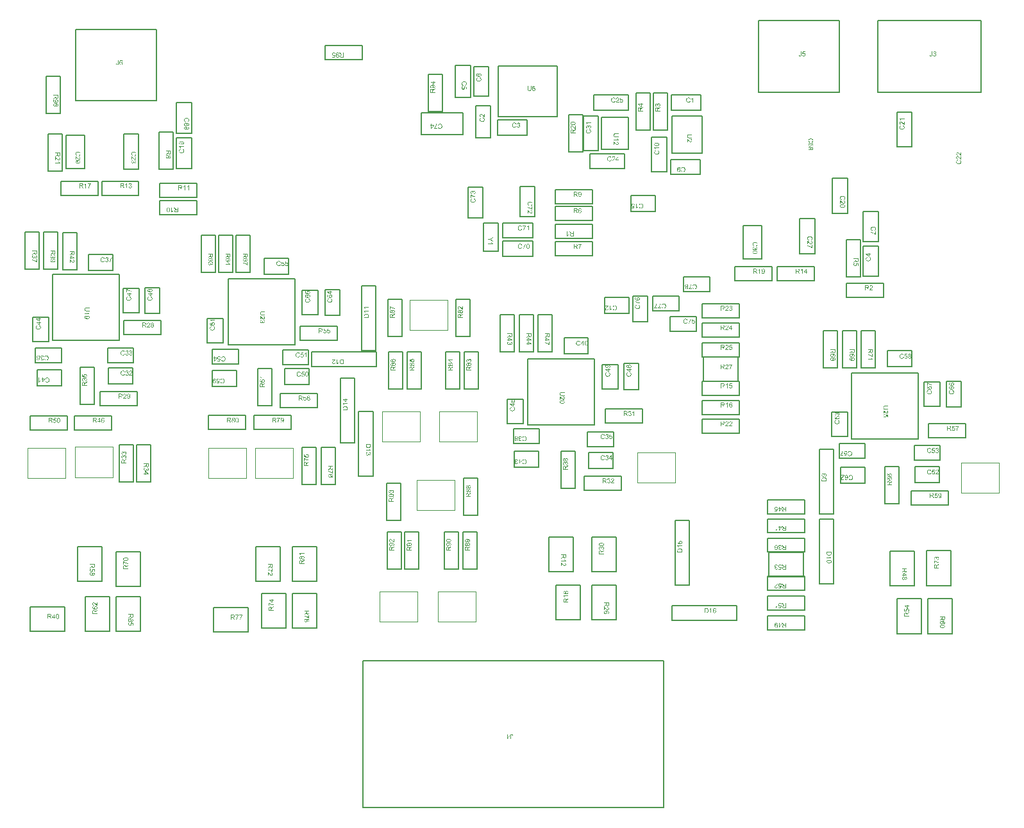
<source format=gbr>
%TF.GenerationSoftware,Altium Limited,Altium Designer,25.3.3 (18)*%
G04 Layer_Color=16711935*
%FSLAX45Y45*%
%MOMM*%
%TF.SameCoordinates,7852E7E1-4E30-4CDD-8EF1-640B4E54786C*%
%TF.FilePolarity,Positive*%
%TF.FileFunction,Other,Top_Assembly*%
%TF.Part,Single*%
G01*
G75*
%TA.AperFunction,NonConductor*%
%ADD106C,0.20000*%
%ADD146C,0.10000*%
G36*
X8509001Y6514621D02*
X8484407D01*
X8482743Y6514714D01*
X8480894Y6514806D01*
X8479045Y6514991D01*
X8477196Y6515268D01*
X8475624Y6515546D01*
X8475532D01*
X8475347Y6515638D01*
X8475069D01*
X8474700Y6515823D01*
X8473683Y6516101D01*
X8472388Y6516563D01*
X8470909Y6517210D01*
X8469337Y6518042D01*
X8467765Y6518967D01*
X8466286Y6520169D01*
X8466194Y6520261D01*
X8466101Y6520353D01*
X8465824Y6520631D01*
X8465454Y6520908D01*
X8464529Y6521833D01*
X8463420Y6523127D01*
X8462218Y6524699D01*
X8460924Y6526548D01*
X8459722Y6528675D01*
X8458705Y6531078D01*
Y6531171D01*
X8458612Y6531356D01*
X8458427Y6531726D01*
X8458335Y6532280D01*
X8458058Y6532927D01*
X8457873Y6533667D01*
X8457688Y6534499D01*
X8457410Y6535516D01*
X8457133Y6536533D01*
X8456948Y6537735D01*
X8456486Y6540324D01*
X8456208Y6543190D01*
X8456116Y6546334D01*
Y6546426D01*
Y6546611D01*
Y6547073D01*
Y6547536D01*
X8456208Y6548183D01*
Y6548922D01*
X8456301Y6550679D01*
X8456578Y6552713D01*
X8456856Y6554840D01*
X8457318Y6557059D01*
X8457873Y6559277D01*
Y6559370D01*
X8457965Y6559555D01*
X8458058Y6559832D01*
X8458150Y6560202D01*
X8458520Y6561219D01*
X8459075Y6562513D01*
X8459629Y6563993D01*
X8460369Y6565472D01*
X8461293Y6567044D01*
X8462218Y6568523D01*
X8462310Y6568708D01*
X8462680Y6569170D01*
X8463235Y6569817D01*
X8463975Y6570650D01*
X8464807Y6571574D01*
X8465824Y6572499D01*
X8466841Y6573516D01*
X8468043Y6574348D01*
X8468228Y6574440D01*
X8468597Y6574718D01*
X8469245Y6575087D01*
X8470169Y6575550D01*
X8471279Y6576104D01*
X8472573Y6576567D01*
X8474052Y6577121D01*
X8475717Y6577584D01*
X8475902D01*
X8476179Y6577676D01*
X8476456Y6577769D01*
X8477381Y6577861D01*
X8478675Y6578046D01*
X8480154Y6578231D01*
X8481911Y6578416D01*
X8483853Y6578508D01*
X8485979Y6578601D01*
X8509001D01*
Y6514621D01*
D02*
G37*
G36*
X8425975Y6528582D02*
X8426068Y6528675D01*
X8426530Y6529044D01*
X8427085Y6529599D01*
X8428009Y6530246D01*
X8429026Y6531078D01*
X8430321Y6532003D01*
X8431800Y6533020D01*
X8433464Y6534037D01*
X8433557D01*
X8433649Y6534129D01*
X8434204Y6534499D01*
X8435128Y6534962D01*
X8436238Y6535516D01*
X8437532Y6536163D01*
X8438919Y6536811D01*
X8440306Y6537458D01*
X8441693Y6538013D01*
Y6530431D01*
X8441600D01*
X8441415Y6530246D01*
X8441046Y6530154D01*
X8440583Y6529876D01*
X8440029Y6529599D01*
X8439381Y6529229D01*
X8437810Y6528305D01*
X8435961Y6527288D01*
X8434111Y6525993D01*
X8432170Y6524514D01*
X8430228Y6522942D01*
X8430136Y6522850D01*
X8430043Y6522757D01*
X8429766Y6522480D01*
X8429396Y6522203D01*
X8428564Y6521278D01*
X8427455Y6520169D01*
X8426345Y6518874D01*
X8425143Y6517395D01*
X8424126Y6515916D01*
X8423202Y6514344D01*
X8418117D01*
Y6578601D01*
X8425975D01*
Y6528582D01*
D02*
G37*
G36*
X8399071Y6578508D02*
Y6578138D01*
Y6577584D01*
X8398978Y6576844D01*
X8398886Y6576012D01*
X8398701Y6575087D01*
X8398516Y6574163D01*
X8398146Y6573146D01*
Y6573053D01*
X8398054Y6572961D01*
X8397869Y6572406D01*
X8397499Y6571574D01*
X8396944Y6570465D01*
X8396204Y6569170D01*
X8395280Y6567691D01*
X8394263Y6566212D01*
X8392968Y6564640D01*
Y6564547D01*
X8392784Y6564455D01*
X8392321Y6563900D01*
X8391489Y6563068D01*
X8390287Y6561866D01*
X8388900Y6560479D01*
X8387144Y6558815D01*
X8385017Y6556966D01*
X8382706Y6555024D01*
X8382613Y6554932D01*
X8382244Y6554655D01*
X8381689Y6554192D01*
X8381042Y6553638D01*
X8380210Y6552898D01*
X8379193Y6552066D01*
X8378176Y6551141D01*
X8376974Y6550124D01*
X8374662Y6547905D01*
X8372351Y6545686D01*
X8371241Y6544577D01*
X8370224Y6543467D01*
X8369300Y6542450D01*
X8368560Y6541433D01*
Y6541341D01*
X8368375Y6541249D01*
X8368190Y6540971D01*
X8368005Y6540601D01*
X8367358Y6539584D01*
X8366619Y6538382D01*
X8365971Y6536903D01*
X8365324Y6535331D01*
X8364954Y6533575D01*
X8364769Y6531910D01*
Y6531818D01*
Y6531726D01*
X8364862Y6531171D01*
X8364954Y6530246D01*
X8365232Y6529229D01*
X8365602Y6527935D01*
X8366249Y6526640D01*
X8367081Y6525346D01*
X8368190Y6524052D01*
X8368375Y6523867D01*
X8368837Y6523497D01*
X8369485Y6523035D01*
X8370502Y6522388D01*
X8371796Y6521833D01*
X8373275Y6521278D01*
X8375032Y6520908D01*
X8376974Y6520816D01*
X8377528D01*
X8377898Y6520908D01*
X8379008Y6521001D01*
X8380302Y6521278D01*
X8381689Y6521648D01*
X8383261Y6522295D01*
X8384740Y6523127D01*
X8386127Y6524237D01*
X8386312Y6524422D01*
X8386681Y6524884D01*
X8387236Y6525623D01*
X8387791Y6526733D01*
X8388438Y6528027D01*
X8388993Y6529692D01*
X8389363Y6531541D01*
X8389548Y6533667D01*
X8397591Y6532835D01*
Y6532743D01*
X8397499Y6532465D01*
Y6532003D01*
X8397406Y6531356D01*
X8397221Y6530616D01*
X8397037Y6529784D01*
X8396759Y6528767D01*
X8396482Y6527750D01*
X8395742Y6525531D01*
X8394633Y6523312D01*
X8393985Y6522203D01*
X8393153Y6521093D01*
X8392321Y6520076D01*
X8391397Y6519152D01*
X8391304Y6519059D01*
X8391119Y6518967D01*
X8390842Y6518689D01*
X8390380Y6518412D01*
X8389825Y6518042D01*
X8389178Y6517672D01*
X8388438Y6517210D01*
X8387514Y6516748D01*
X8386497Y6516285D01*
X8385387Y6515823D01*
X8384185Y6515453D01*
X8382891Y6515083D01*
X8381504Y6514806D01*
X8380025Y6514529D01*
X8378453Y6514436D01*
X8376789Y6514344D01*
X8375864D01*
X8375217Y6514436D01*
X8374477Y6514529D01*
X8373553Y6514621D01*
X8372536Y6514806D01*
X8371519Y6514991D01*
X8369115Y6515638D01*
X8366711Y6516563D01*
X8365509Y6517118D01*
X8364307Y6517765D01*
X8363198Y6518597D01*
X8362181Y6519521D01*
X8362088Y6519614D01*
X8361903Y6519706D01*
X8361718Y6520076D01*
X8361349Y6520446D01*
X8360886Y6520908D01*
X8360424Y6521555D01*
X8359962Y6522203D01*
X8359407Y6523035D01*
X8358482Y6524791D01*
X8357558Y6527010D01*
X8357188Y6528120D01*
X8357003Y6529414D01*
X8356818Y6530709D01*
X8356726Y6532095D01*
Y6532280D01*
Y6532743D01*
X8356818Y6533482D01*
X8356911Y6534499D01*
X8357096Y6535609D01*
X8357465Y6536903D01*
X8357835Y6538290D01*
X8358390Y6539677D01*
X8358482Y6539862D01*
X8358667Y6540324D01*
X8359037Y6541064D01*
X8359592Y6542081D01*
X8360332Y6543190D01*
X8361256Y6544577D01*
X8362366Y6545964D01*
X8363660Y6547536D01*
X8363845Y6547720D01*
X8364307Y6548275D01*
X8364769Y6548737D01*
X8365232Y6549200D01*
X8365786Y6549754D01*
X8366526Y6550494D01*
X8367266Y6551234D01*
X8368190Y6552066D01*
X8369115Y6552990D01*
X8370224Y6554007D01*
X8371426Y6555024D01*
X8372721Y6556226D01*
X8374200Y6557428D01*
X8375679Y6558723D01*
X8375772Y6558815D01*
X8375957Y6559000D01*
X8376326Y6559277D01*
X8376789Y6559647D01*
X8377343Y6560202D01*
X8377991Y6560757D01*
X8379470Y6561959D01*
X8381042Y6563346D01*
X8382521Y6564732D01*
X8383815Y6565934D01*
X8384370Y6566397D01*
X8384832Y6566859D01*
X8384925Y6566951D01*
X8385202Y6567229D01*
X8385572Y6567598D01*
X8386034Y6568153D01*
X8386497Y6568800D01*
X8387051Y6569448D01*
X8388161Y6571019D01*
X8356633D01*
Y6578601D01*
X8399071D01*
Y6578508D01*
D02*
G37*
G36*
X4738688Y10041422D02*
X4738595Y10040683D01*
Y10039851D01*
X4738503Y10037909D01*
X4738225Y10035875D01*
X4737948Y10033656D01*
X4737486Y10031622D01*
X4737208Y10030605D01*
X4736931Y10029773D01*
Y10029680D01*
X4736839Y10029588D01*
X4736561Y10029033D01*
X4736191Y10028201D01*
X4735544Y10027184D01*
X4734712Y10026075D01*
X4733603Y10024873D01*
X4732308Y10023763D01*
X4730829Y10022654D01*
X4730737D01*
X4730644Y10022561D01*
X4730089Y10022192D01*
X4729165Y10021822D01*
X4727963Y10021267D01*
X4726576Y10020805D01*
X4724912Y10020342D01*
X4723155Y10020065D01*
X4721214Y10019973D01*
X4721121D01*
X4720936D01*
X4720566D01*
X4720104Y10020065D01*
X4719457D01*
X4718810Y10020158D01*
X4717238Y10020527D01*
X4715389Y10021082D01*
X4713447Y10021822D01*
X4711506Y10022931D01*
X4710581Y10023671D01*
X4709657Y10024410D01*
X4709564Y10024503D01*
X4709472Y10024595D01*
X4709194Y10024873D01*
X4708917Y10025243D01*
X4708547Y10025705D01*
X4708177Y10026260D01*
X4707715Y10026999D01*
X4707160Y10027739D01*
X4706698Y10028663D01*
X4706236Y10029680D01*
X4705681Y10030790D01*
X4705219Y10031992D01*
X4704849Y10033379D01*
X4704387Y10034766D01*
X4704109Y10036337D01*
X4703832Y10038002D01*
X4703739Y10037817D01*
X4703554Y10037447D01*
X4703185Y10036892D01*
X4702815Y10036152D01*
X4701798Y10034488D01*
X4701151Y10033656D01*
X4700596Y10032916D01*
X4700411Y10032732D01*
X4699949Y10032269D01*
X4699209Y10031530D01*
X4698284Y10030605D01*
X4696990Y10029588D01*
X4695603Y10028386D01*
X4693939Y10027184D01*
X4692090Y10025890D01*
X4674708Y10014888D01*
Y10025427D01*
X4688022Y10033841D01*
X4688114D01*
X4688299Y10034026D01*
X4688577Y10034211D01*
X4688946Y10034488D01*
X4689963Y10035135D01*
X4691258Y10035967D01*
X4692645Y10036984D01*
X4694124Y10038002D01*
X4695511Y10039019D01*
X4696805Y10039943D01*
X4696898Y10040036D01*
X4697267Y10040313D01*
X4697822Y10040775D01*
X4698469Y10041422D01*
X4699856Y10042809D01*
X4700503Y10043549D01*
X4701058Y10044289D01*
X4701151Y10044381D01*
X4701243Y10044566D01*
X4701428Y10044936D01*
X4701705Y10045490D01*
X4701983Y10046045D01*
X4702260Y10046692D01*
X4702722Y10048172D01*
Y10048264D01*
X4702815Y10048449D01*
Y10048819D01*
X4702907Y10049281D01*
X4703000Y10049928D01*
Y10050668D01*
X4703092Y10051685D01*
Y10062595D01*
X4674708D01*
Y10071101D01*
X4738688D01*
Y10041422D01*
D02*
G37*
G36*
X4718902Y10009802D02*
X4719734Y10009710D01*
X4720751Y10009618D01*
X4721768Y10009433D01*
X4722970Y10009155D01*
X4725374Y10008508D01*
X4726668Y10008046D01*
X4728055Y10007491D01*
X4729350Y10006844D01*
X4730552Y10006012D01*
X4731846Y10005180D01*
X4732955Y10004163D01*
X4733048Y10004070D01*
X4733233Y10003885D01*
X4733510Y10003608D01*
X4733880Y10003146D01*
X4734342Y10002591D01*
X4734897Y10001851D01*
X4735359Y10001112D01*
X4736007Y10000187D01*
X4736561Y9999262D01*
X4737024Y9998153D01*
X4738041Y9995657D01*
X4738410Y9994362D01*
X4738688Y9992883D01*
X4738873Y9991404D01*
X4738965Y9989832D01*
Y9989185D01*
X4738873Y9988722D01*
Y9988260D01*
X4738780Y9987613D01*
X4738503Y9986041D01*
X4738133Y9984285D01*
X4737486Y9982343D01*
X4736654Y9980401D01*
X4735544Y9978460D01*
Y9978367D01*
X4735359Y9978275D01*
X4735174Y9977998D01*
X4734897Y9977628D01*
X4734157Y9976703D01*
X4733140Y9975501D01*
X4731754Y9974299D01*
X4730089Y9972912D01*
X4728148Y9971711D01*
X4725929Y9970601D01*
X4725836D01*
X4725651Y9970509D01*
X4725282Y9970324D01*
X4724819Y9970139D01*
X4724172Y9969954D01*
X4723340Y9969677D01*
X4722415Y9969492D01*
X4721398Y9969214D01*
X4720197Y9968937D01*
X4718810Y9968660D01*
X4717330Y9968475D01*
X4715759Y9968290D01*
X4714002Y9968105D01*
X4712153Y9967920D01*
X4710119Y9967827D01*
X4707992D01*
X4707900D01*
X4707438D01*
X4706790D01*
X4705958D01*
X4704941Y9967920D01*
X4703739D01*
X4702353Y9968012D01*
X4700966Y9968197D01*
X4697822Y9968475D01*
X4694494Y9968937D01*
X4691350Y9969584D01*
X4689779Y9970046D01*
X4688392Y9970509D01*
X4688299D01*
X4688114Y9970601D01*
X4687744Y9970786D01*
X4687190Y9970971D01*
X4686635Y9971248D01*
X4685895Y9971618D01*
X4684324Y9972543D01*
X4682567Y9973652D01*
X4680718Y9974947D01*
X4678961Y9976611D01*
X4677389Y9978460D01*
Y9978552D01*
X4677205Y9978737D01*
X4677020Y9979015D01*
X4676835Y9979384D01*
X4676557Y9979939D01*
X4676187Y9980494D01*
X4675818Y9981234D01*
X4675540Y9981973D01*
X4674801Y9983730D01*
X4674153Y9985856D01*
X4673784Y9988168D01*
X4673599Y9990756D01*
Y9991496D01*
X4673691Y9991958D01*
Y9992606D01*
X4673784Y9993345D01*
X4674153Y9995102D01*
X4674616Y9997044D01*
X4675355Y9999078D01*
X4676372Y10001112D01*
X4677020Y10002129D01*
X4677759Y10003053D01*
X4677852Y10003146D01*
X4677944Y10003238D01*
X4678222Y10003515D01*
X4678499Y10003793D01*
X4678961Y10004163D01*
X4679516Y10004625D01*
X4680810Y10005549D01*
X4682475Y10006474D01*
X4684509Y10007399D01*
X4686820Y10008138D01*
X4689501Y10008693D01*
X4690148Y10001112D01*
X4690056D01*
X4689871Y10001019D01*
X4689686D01*
X4689316Y10000927D01*
X4688299Y10000649D01*
X4687190Y10000279D01*
X4685895Y9999817D01*
X4684601Y9999170D01*
X4683399Y9998430D01*
X4682382Y9997506D01*
X4682290Y9997413D01*
X4682012Y9997044D01*
X4681642Y9996396D01*
X4681273Y9995657D01*
X4680810Y9994640D01*
X4680440Y9993438D01*
X4680163Y9992051D01*
X4680071Y9990572D01*
Y9989924D01*
X4680163Y9989277D01*
X4680256Y9988445D01*
X4680440Y9987428D01*
X4680718Y9986411D01*
X4681088Y9985302D01*
X4681642Y9984285D01*
X4681735Y9984192D01*
X4681920Y9983822D01*
X4682290Y9983268D01*
X4682844Y9982713D01*
X4683492Y9981973D01*
X4684231Y9981234D01*
X4685063Y9980494D01*
X4686080Y9979754D01*
X4686173Y9979662D01*
X4686635Y9979477D01*
X4687282Y9979107D01*
X4688114Y9978737D01*
X4689224Y9978275D01*
X4690518Y9977813D01*
X4691997Y9977350D01*
X4693662Y9976888D01*
X4693754D01*
X4693847Y9976796D01*
X4694124D01*
X4694494Y9976703D01*
X4695418Y9976518D01*
X4696620Y9976241D01*
X4698100Y9976056D01*
X4699671Y9975871D01*
X4701428Y9975779D01*
X4703277Y9975686D01*
X4703370D01*
X4703647D01*
X4704109D01*
X4704849D01*
X4704664Y9975779D01*
X4704202Y9976148D01*
X4703554Y9976703D01*
X4702630Y9977350D01*
X4701705Y9978275D01*
X4700688Y9979384D01*
X4699671Y9980679D01*
X4698747Y9982158D01*
X4698654Y9982343D01*
X4698377Y9982898D01*
X4698007Y9983730D01*
X4697637Y9984747D01*
X4697175Y9986134D01*
X4696805Y9987613D01*
X4696528Y9989277D01*
X4696435Y9991034D01*
Y9991774D01*
X4696528Y9992328D01*
X4696620Y9993068D01*
X4696713Y9993808D01*
X4696898Y9994732D01*
X4697175Y9995657D01*
X4697822Y9997783D01*
X4698284Y9998893D01*
X4698839Y10000002D01*
X4699486Y10001204D01*
X4700319Y10002313D01*
X4701151Y10003423D01*
X4702168Y10004440D01*
X4702260Y10004532D01*
X4702445Y10004717D01*
X4702722Y10004902D01*
X4703185Y10005272D01*
X4703832Y10005734D01*
X4704479Y10006197D01*
X4705311Y10006659D01*
X4706236Y10007121D01*
X4707253Y10007676D01*
X4708362Y10008138D01*
X4709657Y10008601D01*
X4710951Y10009063D01*
X4712430Y10009433D01*
X4714002Y10009618D01*
X4715574Y10009802D01*
X4717330Y10009895D01*
X4717423D01*
X4717793D01*
X4718255D01*
X4718902Y10009802D01*
D02*
G37*
G36*
X4706328Y9960431D02*
X4707623D01*
X4709102Y9960338D01*
X4710858Y9960154D01*
X4712800Y9959969D01*
X4714927Y9959691D01*
X4717053Y9959321D01*
X4719364Y9958859D01*
X4721583Y9958304D01*
X4723802Y9957657D01*
X4725929Y9956825D01*
X4727963Y9955901D01*
X4729904Y9954884D01*
X4731569Y9953682D01*
X4731661Y9953589D01*
X4731846Y9953404D01*
X4732216Y9953034D01*
X4732771Y9952572D01*
X4733325Y9952017D01*
X4733880Y9951278D01*
X4734620Y9950353D01*
X4735267Y9949429D01*
X4735914Y9948319D01*
X4736654Y9947117D01*
X4737208Y9945730D01*
X4737856Y9944344D01*
X4738318Y9942772D01*
X4738688Y9941108D01*
X4738873Y9939351D01*
X4738965Y9937502D01*
Y9936762D01*
X4738873Y9936207D01*
Y9935560D01*
X4738780Y9934821D01*
X4738410Y9933064D01*
X4737948Y9931122D01*
X4737208Y9929088D01*
X4736099Y9927054D01*
X4735452Y9926037D01*
X4734712Y9925113D01*
X4734620Y9925020D01*
X4734527Y9924928D01*
X4734250Y9924650D01*
X4733972Y9924373D01*
X4733510Y9923911D01*
X4732955Y9923541D01*
X4731661Y9922524D01*
X4729997Y9921507D01*
X4727963Y9920582D01*
X4725651Y9919750D01*
X4723063Y9919196D01*
X4722415Y9927054D01*
X4722508D01*
X4722600Y9927147D01*
X4723155Y9927239D01*
X4723987Y9927517D01*
X4725004Y9927886D01*
X4726114Y9928256D01*
X4727223Y9928811D01*
X4728240Y9929458D01*
X4729072Y9930105D01*
X4729257Y9930290D01*
X4729627Y9930660D01*
X4730182Y9931307D01*
X4730829Y9932232D01*
X4731384Y9933434D01*
X4731938Y9934728D01*
X4732308Y9936300D01*
X4732493Y9937964D01*
Y9938611D01*
X4732401Y9939351D01*
X4732216Y9940183D01*
X4731938Y9941293D01*
X4731569Y9942402D01*
X4731106Y9943511D01*
X4730367Y9944621D01*
X4730274Y9944806D01*
X4729904Y9945268D01*
X4729257Y9945915D01*
X4728333Y9946747D01*
X4727223Y9947672D01*
X4725929Y9948689D01*
X4724265Y9949614D01*
X4722415Y9950538D01*
X4722323D01*
X4722138Y9950631D01*
X4721861Y9950723D01*
X4721491Y9950908D01*
X4720936Y9951000D01*
X4720289Y9951185D01*
X4719549Y9951370D01*
X4718625Y9951555D01*
X4717608Y9951833D01*
X4716498Y9952017D01*
X4715296Y9952202D01*
X4714002Y9952295D01*
X4712523Y9952480D01*
X4711043Y9952572D01*
X4709379Y9952665D01*
X4707715D01*
X4707807Y9952572D01*
X4708362Y9952202D01*
X4709102Y9951555D01*
X4710026Y9950723D01*
X4711136Y9949798D01*
X4712153Y9948597D01*
X4713170Y9947302D01*
X4714094Y9945823D01*
Y9945730D01*
X4714187Y9945638D01*
X4714464Y9945083D01*
X4714742Y9944251D01*
X4715204Y9943142D01*
X4715574Y9941847D01*
X4715851Y9940368D01*
X4716128Y9938796D01*
X4716221Y9937132D01*
Y9936392D01*
X4716128Y9935838D01*
X4716036Y9935098D01*
X4715944Y9934358D01*
X4715759Y9933434D01*
X4715481Y9932509D01*
X4714834Y9930383D01*
X4714372Y9929273D01*
X4713725Y9928164D01*
X4713077Y9927054D01*
X4712338Y9925852D01*
X4711413Y9924743D01*
X4710396Y9923726D01*
X4710304Y9923633D01*
X4710119Y9923449D01*
X4709841Y9923171D01*
X4709379Y9922894D01*
X4708732Y9922432D01*
X4708085Y9921969D01*
X4707253Y9921507D01*
X4706328Y9920952D01*
X4705311Y9920397D01*
X4704202Y9919935D01*
X4702907Y9919473D01*
X4701613Y9919011D01*
X4700226Y9918733D01*
X4698654Y9918456D01*
X4697083Y9918271D01*
X4695418Y9918179D01*
X4695326D01*
X4695141D01*
X4694864D01*
X4694401D01*
X4693847Y9918271D01*
X4693292D01*
X4691813Y9918548D01*
X4690056Y9918826D01*
X4688207Y9919288D01*
X4686173Y9919935D01*
X4684231Y9920860D01*
X4684139D01*
X4684046Y9920952D01*
X4683769Y9921137D01*
X4683399Y9921322D01*
X4682475Y9921877D01*
X4681273Y9922709D01*
X4679978Y9923726D01*
X4678684Y9924928D01*
X4677389Y9926407D01*
X4676280Y9927979D01*
Y9928071D01*
X4676187Y9928164D01*
X4676003Y9928441D01*
X4675910Y9928811D01*
X4675448Y9929736D01*
X4674986Y9930937D01*
X4674431Y9932509D01*
X4674061Y9934266D01*
X4673691Y9936207D01*
X4673599Y9938334D01*
Y9938796D01*
X4673691Y9939259D01*
Y9939998D01*
X4673784Y9940830D01*
X4673969Y9941755D01*
X4674246Y9942864D01*
X4674523Y9943974D01*
X4674893Y9945268D01*
X4675355Y9946563D01*
X4675910Y9947857D01*
X4676650Y9949244D01*
X4677482Y9950538D01*
X4678406Y9951833D01*
X4679516Y9953127D01*
X4680810Y9954329D01*
X4680903Y9954421D01*
X4681180Y9954606D01*
X4681550Y9954884D01*
X4682197Y9955253D01*
X4683029Y9955808D01*
X4683954Y9956270D01*
X4685156Y9956825D01*
X4686450Y9957380D01*
X4688022Y9958027D01*
X4689779Y9958582D01*
X4691720Y9959044D01*
X4693847Y9959506D01*
X4696250Y9959969D01*
X4698839Y9960246D01*
X4701613Y9960431D01*
X4704571Y9960523D01*
X4704664D01*
X4704756D01*
X4705034D01*
X4705404D01*
X4706328Y9960431D01*
D02*
G37*
G36*
X10728391Y1625508D02*
X10729130Y1625416D01*
X10729870Y1625323D01*
X10731812Y1624954D01*
X10733846Y1624399D01*
X10735972Y1623567D01*
X10737082Y1623012D01*
X10738099Y1622365D01*
X10739023Y1621625D01*
X10739948Y1620793D01*
X10740040Y1620701D01*
X10740133Y1620608D01*
X10740318Y1620238D01*
X10740595Y1619868D01*
X10740965Y1619406D01*
X10741335Y1618759D01*
X10741704Y1618019D01*
X10742167Y1617187D01*
X10742537Y1616263D01*
X10742906Y1615153D01*
X10743276Y1614044D01*
X10743646Y1612749D01*
X10743831Y1611363D01*
X10744108Y1609791D01*
X10744201Y1608219D01*
Y1606462D01*
X10736527Y1605353D01*
Y1605445D01*
Y1605630D01*
Y1606000D01*
X10736434Y1606555D01*
X10736342Y1607110D01*
Y1607757D01*
X10736065Y1609329D01*
X10735787Y1610993D01*
X10735233Y1612657D01*
X10734678Y1614136D01*
X10734308Y1614783D01*
X10733846Y1615338D01*
X10733753Y1615431D01*
X10733383Y1615708D01*
X10732829Y1616170D01*
X10732089Y1616633D01*
X10731072Y1617187D01*
X10729963Y1617557D01*
X10728576Y1617927D01*
X10727096Y1618019D01*
X10726542D01*
X10725987Y1617927D01*
X10725155Y1617834D01*
X10724323Y1617650D01*
X10723398Y1617465D01*
X10722474Y1617095D01*
X10721549Y1616633D01*
X10721457Y1616540D01*
X10721179Y1616355D01*
X10720809Y1615985D01*
X10720255Y1615616D01*
X10719792Y1614968D01*
X10719238Y1614321D01*
X10718775Y1613581D01*
X10718406Y1612657D01*
Y1612564D01*
X10718221Y1612195D01*
X10718128Y1611547D01*
X10717943Y1610715D01*
X10717758Y1609606D01*
X10717666Y1608219D01*
X10717481Y1606555D01*
Y1604613D01*
Y1560512D01*
X10708975D01*
Y1604151D01*
Y1604243D01*
Y1604521D01*
Y1604891D01*
Y1605445D01*
X10709067Y1606185D01*
Y1606925D01*
X10709252Y1608681D01*
X10709437Y1610715D01*
X10709807Y1612842D01*
X10710362Y1614783D01*
X10711009Y1616633D01*
Y1616725D01*
X10711102Y1616817D01*
X10711379Y1617372D01*
X10711841Y1618112D01*
X10712488Y1619129D01*
X10713413Y1620146D01*
X10714430Y1621255D01*
X10715724Y1622365D01*
X10717204Y1623289D01*
X10717389Y1623382D01*
X10717943Y1623659D01*
X10718775Y1624029D01*
X10719977Y1624399D01*
X10721457Y1624861D01*
X10723121Y1625231D01*
X10724970Y1625508D01*
X10727004Y1625601D01*
X10727836D01*
X10728391Y1625508D01*
D02*
G37*
G36*
X10673195Y1609144D02*
X10701024D01*
Y1601932D01*
X10671715Y1560512D01*
X10665336D01*
Y1601932D01*
X10656645D01*
Y1609144D01*
X10665336D01*
Y1624491D01*
X10673195D01*
Y1609144D01*
D02*
G37*
G36*
X5151665Y7255894D02*
X5114682D01*
X5114590D01*
X5114312D01*
X5113850D01*
X5113295D01*
X5112648Y7255802D01*
X5111816D01*
X5110059Y7255709D01*
X5108025Y7255524D01*
X5105991Y7255247D01*
X5104050Y7254877D01*
X5103218Y7254692D01*
X5102386Y7254415D01*
X5102201Y7254322D01*
X5101738Y7254137D01*
X5101091Y7253675D01*
X5100167Y7253120D01*
X5099242Y7252473D01*
X5098225Y7251549D01*
X5097208Y7250439D01*
X5096376Y7249145D01*
X5096283Y7248960D01*
X5096006Y7248498D01*
X5095729Y7247665D01*
X5095359Y7246556D01*
X5094897Y7245262D01*
X5094619Y7243597D01*
X5094342Y7241841D01*
X5094249Y7239899D01*
Y7238975D01*
X5094342Y7238420D01*
Y7237588D01*
X5094434Y7236756D01*
X5094804Y7234722D01*
X5095266Y7232503D01*
X5096006Y7230376D01*
X5097023Y7228342D01*
X5097670Y7227418D01*
X5098410Y7226585D01*
X5098502Y7226493D01*
X5098595Y7226401D01*
X5098872Y7226216D01*
X5099242Y7225938D01*
X5099797Y7225661D01*
X5100351Y7225291D01*
X5101184Y7224921D01*
X5102016Y7224551D01*
X5103033Y7224182D01*
X5104235Y7223904D01*
X5105621Y7223534D01*
X5107101Y7223257D01*
X5108765Y7222980D01*
X5110522Y7222795D01*
X5112556Y7222610D01*
X5114682D01*
X5151665D01*
Y7214104D01*
X5114682D01*
X5114590D01*
X5114220D01*
X5113758D01*
X5113110D01*
X5112278Y7214196D01*
X5111354D01*
X5110244Y7214289D01*
X5109135Y7214381D01*
X5106639Y7214659D01*
X5104050Y7215028D01*
X5101553Y7215583D01*
X5100351Y7215953D01*
X5099242Y7216323D01*
X5099150D01*
X5098965Y7216415D01*
X5098687Y7216600D01*
X5098317Y7216785D01*
X5097300Y7217340D01*
X5096006Y7218172D01*
X5094527Y7219281D01*
X5093047Y7220576D01*
X5091476Y7222240D01*
X5090089Y7224274D01*
Y7224367D01*
X5089904Y7224551D01*
X5089812Y7224829D01*
X5089534Y7225291D01*
X5089257Y7225846D01*
X5088979Y7226585D01*
X5088702Y7227325D01*
X5088332Y7228250D01*
X5087962Y7229267D01*
X5087685Y7230376D01*
X5087408Y7231578D01*
X5087130Y7232965D01*
X5086945Y7234352D01*
X5086760Y7235831D01*
X5086576Y7239160D01*
Y7239992D01*
X5086668Y7240639D01*
Y7241378D01*
X5086760Y7242303D01*
X5086853Y7243320D01*
X5086945Y7244337D01*
X5087315Y7246648D01*
X5087870Y7249145D01*
X5088610Y7251549D01*
X5089627Y7253860D01*
Y7253952D01*
X5089812Y7254137D01*
X5089996Y7254415D01*
X5090181Y7254785D01*
X5090921Y7255802D01*
X5091938Y7257004D01*
X5093232Y7258390D01*
X5094712Y7259685D01*
X5096561Y7260979D01*
X5098595Y7261996D01*
X5098687D01*
X5098872Y7262089D01*
X5099242Y7262181D01*
X5099704Y7262366D01*
X5100259Y7262551D01*
X5100999Y7262736D01*
X5101831Y7263013D01*
X5102848Y7263198D01*
X5103957Y7263383D01*
X5105159Y7263660D01*
X5106454Y7263845D01*
X5107840Y7264030D01*
X5109412Y7264215D01*
X5111076Y7264308D01*
X5112833Y7264400D01*
X5114682D01*
X5151665D01*
Y7255894D01*
D02*
G37*
G36*
X5135855Y7197092D02*
X5136040Y7196907D01*
X5136132Y7196537D01*
X5136409Y7196075D01*
X5136687Y7195520D01*
X5137057Y7194873D01*
X5137981Y7193301D01*
X5138998Y7191452D01*
X5140292Y7189603D01*
X5141772Y7187662D01*
X5143344Y7185720D01*
X5143436Y7185627D01*
X5143528Y7185535D01*
X5143806Y7185258D01*
X5144083Y7184888D01*
X5145008Y7184056D01*
X5146117Y7182946D01*
X5147412Y7181837D01*
X5148891Y7180635D01*
X5150370Y7179618D01*
X5151942Y7178693D01*
Y7173608D01*
X5087685D01*
Y7181467D01*
X5137704D01*
X5137611Y7181559D01*
X5137241Y7182022D01*
X5136687Y7182576D01*
X5136040Y7183501D01*
X5135207Y7184518D01*
X5134283Y7185812D01*
X5133266Y7187292D01*
X5132249Y7188956D01*
Y7189048D01*
X5132156Y7189141D01*
X5131787Y7189696D01*
X5131324Y7190620D01*
X5130770Y7191730D01*
X5130122Y7193024D01*
X5129475Y7194411D01*
X5128828Y7195798D01*
X5128273Y7197184D01*
X5135855D01*
Y7197092D01*
D02*
G37*
G36*
X5131879Y7153360D02*
X5132711Y7153268D01*
X5133728Y7153175D01*
X5134745Y7152991D01*
X5135947Y7152713D01*
X5138351Y7152066D01*
X5139645Y7151604D01*
X5141032Y7151049D01*
X5142327Y7150402D01*
X5143528Y7149570D01*
X5144823Y7148738D01*
X5145932Y7147721D01*
X5146025Y7147628D01*
X5146210Y7147443D01*
X5146487Y7147166D01*
X5146857Y7146704D01*
X5147319Y7146149D01*
X5147874Y7145409D01*
X5148336Y7144669D01*
X5148983Y7143745D01*
X5149538Y7142820D01*
X5150000Y7141711D01*
X5151017Y7139215D01*
X5151387Y7137920D01*
X5151665Y7136441D01*
X5151849Y7134962D01*
X5151942Y7133390D01*
Y7132743D01*
X5151849Y7132280D01*
Y7131818D01*
X5151757Y7131171D01*
X5151480Y7129599D01*
X5151110Y7127842D01*
X5150463Y7125901D01*
X5149631Y7123959D01*
X5148521Y7122018D01*
Y7121925D01*
X5148336Y7121833D01*
X5148151Y7121555D01*
X5147874Y7121186D01*
X5147134Y7120261D01*
X5146117Y7119059D01*
X5144730Y7117857D01*
X5143066Y7116470D01*
X5141125Y7115268D01*
X5138906Y7114159D01*
X5138813D01*
X5138628Y7114067D01*
X5138258Y7113882D01*
X5137796Y7113697D01*
X5137149Y7113512D01*
X5136317Y7113234D01*
X5135392Y7113050D01*
X5134375Y7112772D01*
X5133173Y7112495D01*
X5131787Y7112217D01*
X5130307Y7112033D01*
X5128735Y7111848D01*
X5126979Y7111663D01*
X5125130Y7111478D01*
X5123096Y7111385D01*
X5120969D01*
X5120877D01*
X5120414D01*
X5119767D01*
X5118935D01*
X5117918Y7111478D01*
X5116716D01*
X5115329Y7111570D01*
X5113943Y7111755D01*
X5110799Y7112033D01*
X5107471Y7112495D01*
X5104327Y7113142D01*
X5102755Y7113604D01*
X5101369Y7114067D01*
X5101276D01*
X5101091Y7114159D01*
X5100721Y7114344D01*
X5100167Y7114529D01*
X5099612Y7114806D01*
X5098872Y7115176D01*
X5097300Y7116101D01*
X5095544Y7117210D01*
X5093695Y7118504D01*
X5091938Y7120169D01*
X5090366Y7122018D01*
Y7122110D01*
X5090181Y7122295D01*
X5089996Y7122572D01*
X5089812Y7122942D01*
X5089534Y7123497D01*
X5089164Y7124052D01*
X5088794Y7124791D01*
X5088517Y7125531D01*
X5087777Y7127288D01*
X5087130Y7129414D01*
X5086760Y7131726D01*
X5086576Y7134314D01*
Y7135054D01*
X5086668Y7135516D01*
Y7136164D01*
X5086760Y7136903D01*
X5087130Y7138660D01*
X5087593Y7140601D01*
X5088332Y7142635D01*
X5089349Y7144669D01*
X5089996Y7145686D01*
X5090736Y7146611D01*
X5090829Y7146704D01*
X5090921Y7146796D01*
X5091198Y7147073D01*
X5091476Y7147351D01*
X5091938Y7147721D01*
X5092493Y7148183D01*
X5093787Y7149107D01*
X5095451Y7150032D01*
X5097485Y7150956D01*
X5099797Y7151696D01*
X5102478Y7152251D01*
X5103125Y7144669D01*
X5103033D01*
X5102848Y7144577D01*
X5102663D01*
X5102293Y7144485D01*
X5101276Y7144207D01*
X5100167Y7143837D01*
X5098872Y7143375D01*
X5097578Y7142728D01*
X5096376Y7141988D01*
X5095359Y7141064D01*
X5095266Y7140971D01*
X5094989Y7140601D01*
X5094619Y7139954D01*
X5094249Y7139215D01*
X5093787Y7138198D01*
X5093417Y7136996D01*
X5093140Y7135609D01*
X5093047Y7134129D01*
Y7133482D01*
X5093140Y7132835D01*
X5093232Y7132003D01*
X5093417Y7130986D01*
X5093695Y7129969D01*
X5094064Y7128860D01*
X5094619Y7127842D01*
X5094712Y7127750D01*
X5094897Y7127380D01*
X5095266Y7126825D01*
X5095821Y7126271D01*
X5096468Y7125531D01*
X5097208Y7124791D01*
X5098040Y7124052D01*
X5099057Y7123312D01*
X5099150Y7123220D01*
X5099612Y7123035D01*
X5100259Y7122665D01*
X5101091Y7122295D01*
X5102201Y7121833D01*
X5103495Y7121371D01*
X5104974Y7120908D01*
X5106639Y7120446D01*
X5106731D01*
X5106823Y7120354D01*
X5107101D01*
X5107471Y7120261D01*
X5108395Y7120076D01*
X5109597Y7119799D01*
X5111076Y7119614D01*
X5112648Y7119429D01*
X5114405Y7119337D01*
X5116254Y7119244D01*
X5116346D01*
X5116624D01*
X5117086D01*
X5117826D01*
X5117641Y7119337D01*
X5117178Y7119706D01*
X5116531Y7120261D01*
X5115607Y7120908D01*
X5114682Y7121833D01*
X5113665Y7122942D01*
X5112648Y7124237D01*
X5111724Y7125716D01*
X5111631Y7125901D01*
X5111354Y7126456D01*
X5110984Y7127288D01*
X5110614Y7128305D01*
X5110152Y7129692D01*
X5109782Y7131171D01*
X5109505Y7132835D01*
X5109412Y7134592D01*
Y7135331D01*
X5109505Y7135886D01*
X5109597Y7136626D01*
X5109690Y7137365D01*
X5109874Y7138290D01*
X5110152Y7139215D01*
X5110799Y7141341D01*
X5111261Y7142451D01*
X5111816Y7143560D01*
X5112463Y7144762D01*
X5113295Y7145871D01*
X5114127Y7146981D01*
X5115144Y7147998D01*
X5115237Y7148090D01*
X5115422Y7148275D01*
X5115699Y7148460D01*
X5116161Y7148830D01*
X5116809Y7149292D01*
X5117456Y7149755D01*
X5118288Y7150217D01*
X5119213Y7150679D01*
X5120230Y7151234D01*
X5121339Y7151696D01*
X5122633Y7152158D01*
X5123928Y7152621D01*
X5125407Y7152991D01*
X5126979Y7153175D01*
X5128551Y7153360D01*
X5130307Y7153453D01*
X5130400D01*
X5130770D01*
X5131232D01*
X5131879Y7153360D01*
D02*
G37*
G36*
X14553725Y10601549D02*
Y10601456D01*
Y10601179D01*
Y10600809D01*
Y10600254D01*
X14553632Y10599514D01*
Y10598775D01*
X14553447Y10597018D01*
X14553262Y10594984D01*
X14552892Y10592858D01*
X14552338Y10590916D01*
X14551691Y10589067D01*
Y10588975D01*
X14551598Y10588882D01*
X14551321Y10588327D01*
X14550858Y10587588D01*
X14550211Y10586571D01*
X14549287Y10585554D01*
X14548270Y10584444D01*
X14546976Y10583335D01*
X14545496Y10582410D01*
X14545311Y10582318D01*
X14544756Y10582040D01*
X14543924Y10581670D01*
X14542722Y10581301D01*
X14541243Y10580838D01*
X14539578Y10580469D01*
X14537730Y10580191D01*
X14535696Y10580099D01*
X14534863D01*
X14534309Y10580191D01*
X14533569Y10580284D01*
X14532829Y10580376D01*
X14530888Y10580746D01*
X14528854Y10581301D01*
X14526727Y10582133D01*
X14525618Y10582687D01*
X14524602Y10583335D01*
X14523676Y10584074D01*
X14522752Y10584906D01*
X14522659Y10584999D01*
X14522568Y10585091D01*
X14522382Y10585461D01*
X14522105Y10585831D01*
X14521735Y10586293D01*
X14521365Y10586940D01*
X14520995Y10587680D01*
X14520534Y10588512D01*
X14520163Y10589437D01*
X14519794Y10590546D01*
X14519423Y10591656D01*
X14519054Y10592950D01*
X14518869Y10594337D01*
X14518591Y10595909D01*
X14518500Y10597480D01*
Y10599237D01*
X14526173Y10600347D01*
Y10600254D01*
Y10600069D01*
Y10599699D01*
X14526265Y10599145D01*
X14526358Y10598590D01*
Y10597943D01*
X14526636Y10596371D01*
X14526912Y10594707D01*
X14527467Y10593043D01*
X14528021Y10591563D01*
X14528392Y10590916D01*
X14528854Y10590361D01*
X14528946Y10590269D01*
X14529317Y10589992D01*
X14529871Y10589529D01*
X14530611Y10589067D01*
X14531628Y10588512D01*
X14532738Y10588142D01*
X14534125Y10587773D01*
X14535603Y10587680D01*
X14536159D01*
X14536713Y10587773D01*
X14537544Y10587865D01*
X14538377Y10588050D01*
X14539301Y10588235D01*
X14540227Y10588605D01*
X14541150Y10589067D01*
X14541243Y10589159D01*
X14541521Y10589344D01*
X14541890Y10589714D01*
X14542445Y10590084D01*
X14542908Y10590731D01*
X14543462Y10591378D01*
X14543924Y10592118D01*
X14544295Y10593043D01*
Y10593135D01*
X14544479Y10593505D01*
X14544571Y10594152D01*
X14544756Y10594984D01*
X14544942Y10596094D01*
X14545033Y10597480D01*
X14545219Y10599145D01*
Y10601086D01*
Y10645188D01*
X14553725D01*
Y10601549D01*
D02*
G37*
G36*
X14603743Y10636867D02*
X14578133D01*
X14574712Y10619577D01*
X14574805Y10619670D01*
X14574989Y10619762D01*
X14575267Y10619947D01*
X14575729Y10620225D01*
X14576283Y10620502D01*
X14576932Y10620872D01*
X14578410Y10621611D01*
X14580260Y10622351D01*
X14582294Y10622998D01*
X14584512Y10623461D01*
X14585622Y10623646D01*
X14587656D01*
X14588211Y10623553D01*
X14588950Y10623461D01*
X14589783Y10623368D01*
X14590707Y10623183D01*
X14591724Y10622906D01*
X14593942Y10622259D01*
X14595145Y10621796D01*
X14596347Y10621149D01*
X14597549Y10620502D01*
X14598750Y10619762D01*
X14599860Y10618838D01*
X14600970Y10617821D01*
X14601062Y10617728D01*
X14601247Y10617543D01*
X14601524Y10617266D01*
X14601894Y10616804D01*
X14602356Y10616157D01*
X14602818Y10615509D01*
X14603374Y10614677D01*
X14603928Y10613753D01*
X14604390Y10612736D01*
X14604945Y10611626D01*
X14605408Y10610332D01*
X14605870Y10609037D01*
X14606239Y10607651D01*
X14606517Y10606079D01*
X14606702Y10604507D01*
X14606795Y10602843D01*
Y10602750D01*
Y10602473D01*
Y10602011D01*
X14606702Y10601364D01*
X14606609Y10600624D01*
X14606517Y10599792D01*
X14606332Y10598775D01*
X14606146Y10597758D01*
X14605592Y10595354D01*
X14604668Y10592858D01*
X14604112Y10591563D01*
X14603374Y10590361D01*
X14602634Y10589067D01*
X14601709Y10587865D01*
X14601617Y10587773D01*
X14601431Y10587495D01*
X14601062Y10587125D01*
X14600600Y10586663D01*
X14599953Y10586108D01*
X14599213Y10585369D01*
X14598288Y10584722D01*
X14597272Y10583982D01*
X14596162Y10583242D01*
X14594867Y10582595D01*
X14593481Y10581948D01*
X14592001Y10581301D01*
X14590430Y10580838D01*
X14588673Y10580469D01*
X14586824Y10580191D01*
X14584882Y10580099D01*
X14584050D01*
X14583403Y10580191D01*
X14582663Y10580284D01*
X14581831Y10580376D01*
X14580814Y10580469D01*
X14579797Y10580746D01*
X14577486Y10581301D01*
X14575174Y10582133D01*
X14573972Y10582687D01*
X14572771Y10583335D01*
X14571661Y10584074D01*
X14570552Y10584906D01*
X14570459Y10584999D01*
X14570274Y10585091D01*
X14570090Y10585461D01*
X14569719Y10585831D01*
X14569257Y10586293D01*
X14568794Y10586848D01*
X14568240Y10587588D01*
X14567778Y10588420D01*
X14567223Y10589252D01*
X14566669Y10590269D01*
X14565651Y10592488D01*
X14564819Y10595077D01*
X14564542Y10596463D01*
X14564357Y10597943D01*
X14572586Y10598590D01*
Y10598497D01*
Y10598313D01*
X14572678Y10598035D01*
X14572771Y10597573D01*
X14573048Y10596556D01*
X14573418Y10595169D01*
X14573972Y10593782D01*
X14574712Y10592210D01*
X14575636Y10590824D01*
X14576746Y10589529D01*
X14576932Y10589437D01*
X14577301Y10589067D01*
X14578040Y10588605D01*
X14579057Y10588050D01*
X14580167Y10587495D01*
X14581554Y10587033D01*
X14583125Y10586663D01*
X14584882Y10586571D01*
X14585437D01*
X14585806Y10586663D01*
X14586916Y10586756D01*
X14588211Y10587125D01*
X14589783Y10587588D01*
X14591354Y10588327D01*
X14593018Y10589437D01*
X14593758Y10590084D01*
X14594498Y10590824D01*
X14594591Y10590916D01*
X14594682Y10591009D01*
X14594867Y10591286D01*
X14595145Y10591563D01*
X14595792Y10592580D01*
X14596532Y10593875D01*
X14597179Y10595446D01*
X14597826Y10597388D01*
X14598288Y10599699D01*
X14598473Y10600901D01*
Y10602196D01*
Y10602288D01*
Y10602473D01*
Y10602843D01*
X14598381Y10603305D01*
Y10603860D01*
X14598288Y10604507D01*
X14598010Y10605986D01*
X14597549Y10607743D01*
X14596901Y10609500D01*
X14595976Y10611164D01*
X14594682Y10612736D01*
Y10612828D01*
X14594498Y10612921D01*
X14594035Y10613383D01*
X14593204Y10614030D01*
X14592094Y10614770D01*
X14590614Y10615417D01*
X14588950Y10616064D01*
X14587009Y10616526D01*
X14585899Y10616711D01*
X14584143D01*
X14583403Y10616619D01*
X14582478Y10616526D01*
X14581369Y10616249D01*
X14580260Y10615972D01*
X14579057Y10615509D01*
X14577856Y10614955D01*
X14577763Y10614862D01*
X14577393Y10614677D01*
X14576839Y10614215D01*
X14576099Y10613753D01*
X14575359Y10613106D01*
X14574620Y10612273D01*
X14573787Y10611441D01*
X14573140Y10610424D01*
X14565744Y10611441D01*
X14571938Y10644356D01*
X14603743D01*
Y10636867D01*
D02*
G37*
G36*
X10478541Y8181053D02*
X10459125Y8168479D01*
X10459033D01*
X10458848Y8168294D01*
X10458571Y8168109D01*
X10458201Y8167924D01*
X10457739Y8167555D01*
X10457184Y8167185D01*
X10455797Y8166353D01*
X10454133Y8165336D01*
X10452284Y8164226D01*
X10450342Y8163024D01*
X10448308Y8161915D01*
X10448400D01*
X10448585Y8161822D01*
X10448863Y8161637D01*
X10449233Y8161360D01*
X10449695Y8161083D01*
X10450250Y8160713D01*
X10451636Y8159881D01*
X10453301Y8158864D01*
X10455242Y8157662D01*
X10457369Y8156275D01*
X10459680Y8154796D01*
X10478541Y8142499D01*
Y8132606D01*
X10441651Y8158124D01*
X10414562D01*
Y8166630D01*
X10441651D01*
X10478541Y8191316D01*
Y8181053D01*
D02*
G37*
G36*
X10462731Y8122066D02*
X10462916Y8121881D01*
X10463009Y8121512D01*
X10463286Y8121049D01*
X10463563Y8120495D01*
X10463933Y8119847D01*
X10464858Y8118276D01*
X10465875Y8116426D01*
X10467169Y8114577D01*
X10468648Y8112636D01*
X10470220Y8110694D01*
X10470313Y8110602D01*
X10470405Y8110509D01*
X10470682Y8110232D01*
X10470960Y8109862D01*
X10471884Y8109030D01*
X10472994Y8107921D01*
X10474288Y8106811D01*
X10475767Y8105609D01*
X10477247Y8104592D01*
X10478819Y8103668D01*
Y8098582D01*
X10414562D01*
Y8106441D01*
X10464580D01*
X10464488Y8106534D01*
X10464118Y8106996D01*
X10463563Y8107551D01*
X10462916Y8108475D01*
X10462084Y8109492D01*
X10461159Y8110787D01*
X10460142Y8112266D01*
X10459125Y8113930D01*
Y8114023D01*
X10459033Y8114115D01*
X10458663Y8114670D01*
X10458201Y8115594D01*
X10457646Y8116704D01*
X10456999Y8117998D01*
X10456352Y8119385D01*
X10455705Y8120772D01*
X10455150Y8122159D01*
X10462731D01*
Y8122066D01*
D02*
G37*
G36*
X14270749Y3865910D02*
X14271489Y3865818D01*
X14272321Y3865725D01*
X14273338Y3865633D01*
X14274355Y3865355D01*
X14276666Y3864801D01*
X14278978Y3863969D01*
X14280179Y3863414D01*
X14281381Y3862767D01*
X14282491Y3862027D01*
X14283600Y3861195D01*
X14283693Y3861103D01*
X14283878Y3861010D01*
X14284064Y3860640D01*
X14284431Y3860270D01*
X14284895Y3859808D01*
X14285358Y3859253D01*
X14285912Y3858514D01*
X14286374Y3857682D01*
X14286929Y3856850D01*
X14287483Y3855833D01*
X14288501Y3853614D01*
X14289333Y3851025D01*
X14289610Y3849638D01*
X14289795Y3848159D01*
X14281566Y3847511D01*
Y3847604D01*
Y3847789D01*
X14281474Y3848066D01*
X14281381Y3848528D01*
X14281104Y3849546D01*
X14280734Y3850932D01*
X14280179Y3852319D01*
X14279440Y3853891D01*
X14278516Y3855278D01*
X14277406Y3856572D01*
X14277222Y3856665D01*
X14276851Y3857034D01*
X14276111Y3857497D01*
X14275095Y3858051D01*
X14273985Y3858606D01*
X14272598Y3859068D01*
X14271027Y3859438D01*
X14269270Y3859531D01*
X14268715D01*
X14268346Y3859438D01*
X14267236Y3859346D01*
X14265941Y3858976D01*
X14264369Y3858514D01*
X14262798Y3857774D01*
X14261134Y3856665D01*
X14260394Y3856017D01*
X14259654Y3855278D01*
X14259563Y3855185D01*
X14259470Y3855093D01*
X14259283Y3854816D01*
X14259007Y3854538D01*
X14258360Y3853521D01*
X14257620Y3852227D01*
X14256973Y3850655D01*
X14256326Y3848713D01*
X14255864Y3846402D01*
X14255679Y3845200D01*
Y3843906D01*
Y3843813D01*
Y3843628D01*
Y3843259D01*
X14255771Y3842796D01*
Y3842241D01*
X14255864Y3841594D01*
X14256142Y3840115D01*
X14256602Y3838358D01*
X14257249Y3836602D01*
X14258176Y3834937D01*
X14259470Y3833366D01*
Y3833273D01*
X14259654Y3833181D01*
X14260117Y3832719D01*
X14260950Y3832071D01*
X14262057Y3831332D01*
X14263538Y3830684D01*
X14265202Y3830037D01*
X14267143Y3829575D01*
X14268253Y3829390D01*
X14270009D01*
X14270749Y3829483D01*
X14271674Y3829575D01*
X14272783Y3829852D01*
X14273892Y3830130D01*
X14275095Y3830592D01*
X14276295Y3831147D01*
X14276389Y3831239D01*
X14276759Y3831424D01*
X14277313Y3831886D01*
X14278053Y3832349D01*
X14278793Y3832996D01*
X14279532Y3833828D01*
X14280363Y3834660D01*
X14281012Y3835677D01*
X14288408Y3834660D01*
X14282213Y3801746D01*
X14250409D01*
Y3809235D01*
X14276019D01*
X14279440Y3826524D01*
X14279347Y3826432D01*
X14279163Y3826339D01*
X14278885Y3826154D01*
X14278423Y3825877D01*
X14277869Y3825599D01*
X14277222Y3825230D01*
X14275742Y3824490D01*
X14273892Y3823750D01*
X14271858Y3823103D01*
X14269640Y3822641D01*
X14268530Y3822456D01*
X14266496D01*
X14265941Y3822548D01*
X14265202Y3822641D01*
X14264369Y3822733D01*
X14263445Y3822918D01*
X14262428Y3823196D01*
X14260210Y3823843D01*
X14259007Y3824305D01*
X14257805Y3824952D01*
X14256602Y3825599D01*
X14255402Y3826339D01*
X14254292Y3827264D01*
X14253181Y3828281D01*
X14253090Y3828373D01*
X14252905Y3828558D01*
X14252628Y3828835D01*
X14252258Y3829298D01*
X14251794Y3829945D01*
X14251334Y3830592D01*
X14250778Y3831424D01*
X14250224Y3832349D01*
X14249760Y3833366D01*
X14249207Y3834475D01*
X14248744Y3835770D01*
X14248282Y3837064D01*
X14247913Y3838451D01*
X14247635Y3840023D01*
X14247450Y3841594D01*
X14247359Y3843259D01*
Y3843351D01*
Y3843628D01*
Y3844091D01*
X14247450Y3844738D01*
X14247542Y3845477D01*
X14247635Y3846310D01*
X14247820Y3847327D01*
X14248006Y3848344D01*
X14248560Y3850747D01*
X14249484Y3853244D01*
X14250040Y3854538D01*
X14250778Y3855740D01*
X14251518Y3857034D01*
X14252443Y3858236D01*
X14252534Y3858329D01*
X14252721Y3858606D01*
X14253090Y3858976D01*
X14253552Y3859438D01*
X14254199Y3859993D01*
X14254939Y3860733D01*
X14255864Y3861380D01*
X14256882Y3862120D01*
X14257990Y3862859D01*
X14259283Y3863506D01*
X14260670Y3864154D01*
X14262151Y3864801D01*
X14263722Y3865263D01*
X14265479Y3865633D01*
X14267328Y3865910D01*
X14269270Y3866003D01*
X14270102D01*
X14270749Y3865910D01*
D02*
G37*
G36*
X14221100D02*
X14221840Y3865818D01*
X14222672Y3865725D01*
X14223596Y3865540D01*
X14224612Y3865355D01*
X14226833Y3864801D01*
X14229144Y3863876D01*
X14230347Y3863321D01*
X14231454Y3862674D01*
X14232565Y3861842D01*
X14233675Y3861010D01*
X14233768Y3860918D01*
X14233951Y3860733D01*
X14234229Y3860455D01*
X14234506Y3860085D01*
X14234969Y3859623D01*
X14235431Y3858976D01*
X14235985Y3858329D01*
X14236540Y3857497D01*
X14237096Y3856572D01*
X14237650Y3855648D01*
X14238667Y3853429D01*
X14239499Y3850840D01*
X14239777Y3849453D01*
X14239961Y3847974D01*
X14232101Y3846957D01*
Y3847049D01*
X14232010Y3847234D01*
X14231917Y3847604D01*
X14231825Y3848066D01*
X14231734Y3848621D01*
X14231548Y3849268D01*
X14231085Y3850655D01*
X14230438Y3852319D01*
X14229607Y3853891D01*
X14228680Y3855370D01*
X14227573Y3856665D01*
X14227386Y3856757D01*
X14227017Y3857127D01*
X14226279Y3857589D01*
X14225352Y3858051D01*
X14224245Y3858606D01*
X14222858Y3859068D01*
X14221284Y3859438D01*
X14219621Y3859531D01*
X14219066D01*
X14218697Y3859438D01*
X14217679Y3859346D01*
X14216385Y3859068D01*
X14214906Y3858606D01*
X14213335Y3857959D01*
X14211761Y3857034D01*
X14210283Y3855740D01*
X14210098Y3855555D01*
X14209636Y3855000D01*
X14209081Y3854168D01*
X14208340Y3853059D01*
X14207602Y3851672D01*
X14207047Y3850100D01*
X14206584Y3848251D01*
X14206400Y3846217D01*
Y3846125D01*
Y3845940D01*
Y3845662D01*
X14206493Y3845293D01*
X14206584Y3844276D01*
X14206862Y3843074D01*
X14207233Y3841594D01*
X14207880Y3840115D01*
X14208803Y3838636D01*
X14210005Y3837249D01*
X14210190Y3837064D01*
X14210654Y3836694D01*
X14211392Y3836139D01*
X14212408Y3835492D01*
X14213704Y3834845D01*
X14215276Y3834290D01*
X14217032Y3833920D01*
X14218974Y3833736D01*
X14219806D01*
X14220453Y3833828D01*
X14221284Y3833920D01*
X14222211Y3834105D01*
X14223318Y3834290D01*
X14224521Y3834568D01*
X14223596Y3827633D01*
X14223134D01*
X14222765Y3827726D01*
X14221562D01*
X14220544Y3827541D01*
X14219344Y3827356D01*
X14217957Y3827079D01*
X14216385Y3826616D01*
X14214906Y3825969D01*
X14213335Y3825137D01*
X14213242D01*
X14213148Y3825045D01*
X14212688Y3824675D01*
X14212039Y3824028D01*
X14211301Y3823196D01*
X14210561Y3821994D01*
X14209914Y3820607D01*
X14209451Y3819035D01*
X14209267Y3818110D01*
Y3817093D01*
Y3817001D01*
Y3816909D01*
Y3816354D01*
X14209451Y3815614D01*
X14209636Y3814597D01*
X14210005Y3813488D01*
X14210468Y3812286D01*
X14211208Y3811084D01*
X14212224Y3809974D01*
X14212317Y3809882D01*
X14212779Y3809512D01*
X14213426Y3809050D01*
X14214258Y3808495D01*
X14215369Y3808033D01*
X14216663Y3807570D01*
X14218141Y3807201D01*
X14219806Y3807108D01*
X14220544D01*
X14221378Y3807293D01*
X14222487Y3807478D01*
X14223689Y3807848D01*
X14224892Y3808310D01*
X14226186Y3809050D01*
X14227386Y3809974D01*
X14227480Y3810067D01*
X14227849Y3810529D01*
X14228404Y3811176D01*
X14229051Y3812101D01*
X14229698Y3813303D01*
X14230347Y3814782D01*
X14230901Y3816539D01*
X14231270Y3818573D01*
X14239130Y3817186D01*
Y3817093D01*
X14239037Y3816816D01*
X14238943Y3816446D01*
X14238852Y3815892D01*
X14238667Y3815244D01*
X14238390Y3814505D01*
X14237836Y3812748D01*
X14236909Y3810714D01*
X14235802Y3808680D01*
X14234415Y3806738D01*
X14232657Y3804982D01*
X14232565Y3804889D01*
X14232381Y3804797D01*
X14232101Y3804612D01*
X14231734Y3804335D01*
X14231270Y3803965D01*
X14230623Y3803595D01*
X14229976Y3803225D01*
X14229144Y3802763D01*
X14227295Y3802023D01*
X14225168Y3801283D01*
X14222672Y3800821D01*
X14221378Y3800636D01*
X14219066D01*
X14218050Y3800729D01*
X14216847Y3800914D01*
X14215369Y3801191D01*
X14213704Y3801653D01*
X14212039Y3802208D01*
X14210374Y3802948D01*
X14210283D01*
X14210190Y3803040D01*
X14209636Y3803318D01*
X14208803Y3803872D01*
X14207880Y3804519D01*
X14206769Y3805444D01*
X14205659Y3806461D01*
X14204550Y3807663D01*
X14203625Y3809050D01*
X14203532Y3809235D01*
X14203256Y3809697D01*
X14202885Y3810529D01*
X14202425Y3811546D01*
X14201962Y3812748D01*
X14201591Y3814135D01*
X14201314Y3815707D01*
X14201222Y3817278D01*
Y3817463D01*
Y3818018D01*
X14201314Y3818758D01*
X14201498Y3819775D01*
X14201778Y3820977D01*
X14202238Y3822271D01*
X14202794Y3823565D01*
X14203532Y3824860D01*
X14203625Y3825045D01*
X14203903Y3825414D01*
X14204459Y3826062D01*
X14205199Y3826801D01*
X14206122Y3827633D01*
X14207233Y3828558D01*
X14208527Y3829390D01*
X14210098Y3830222D01*
X14210005D01*
X14209821Y3830315D01*
X14209543Y3830407D01*
X14209174Y3830500D01*
X14208156Y3830869D01*
X14206862Y3831424D01*
X14205383Y3832164D01*
X14203903Y3833088D01*
X14202516Y3834290D01*
X14201222Y3835677D01*
X14201131Y3835862D01*
X14200760Y3836417D01*
X14200204Y3837341D01*
X14199651Y3838543D01*
X14199097Y3840023D01*
X14198541Y3841779D01*
X14198170Y3843813D01*
X14198079Y3846032D01*
Y3846125D01*
Y3846402D01*
Y3846864D01*
X14198170Y3847419D01*
X14198264Y3848159D01*
X14198448Y3848991D01*
X14198633Y3849915D01*
X14198817Y3850932D01*
X14199557Y3853151D01*
X14200113Y3854353D01*
X14200667Y3855463D01*
X14201407Y3856665D01*
X14202238Y3857867D01*
X14203165Y3859068D01*
X14204272Y3860178D01*
X14204366Y3860270D01*
X14204550Y3860455D01*
X14204919Y3860733D01*
X14205383Y3861103D01*
X14205937Y3861565D01*
X14206677Y3862027D01*
X14207509Y3862582D01*
X14208527Y3863044D01*
X14209543Y3863599D01*
X14210745Y3864154D01*
X14211948Y3864616D01*
X14213335Y3865078D01*
X14214813Y3865448D01*
X14216385Y3865725D01*
X14217957Y3865910D01*
X14219713Y3866003D01*
X14220544D01*
X14221100Y3865910D01*
D02*
G37*
G36*
X14351001Y3800914D02*
X14321323D01*
X14320583Y3801006D01*
X14319751D01*
X14317809Y3801099D01*
X14315775Y3801376D01*
X14313556Y3801653D01*
X14311522Y3802116D01*
X14310506Y3802393D01*
X14309673Y3802670D01*
X14309579D01*
X14309488Y3802763D01*
X14308932Y3803040D01*
X14308101Y3803410D01*
X14307085Y3804057D01*
X14305975Y3804889D01*
X14304773Y3805999D01*
X14303664Y3807293D01*
X14302554Y3808772D01*
Y3808865D01*
X14302461Y3808957D01*
X14302092Y3809512D01*
X14301723Y3810437D01*
X14301167Y3811639D01*
X14300705Y3813025D01*
X14300243Y3814690D01*
X14299965Y3816446D01*
X14299873Y3818388D01*
Y3818480D01*
Y3818665D01*
Y3819035D01*
X14299965Y3819497D01*
Y3820145D01*
X14300058Y3820792D01*
X14300427Y3822363D01*
X14300983Y3824213D01*
X14301723Y3826154D01*
X14302831Y3828096D01*
X14303571Y3829020D01*
X14304311Y3829945D01*
X14304404Y3830037D01*
X14304495Y3830130D01*
X14304773Y3830407D01*
X14305144Y3830684D01*
X14305605Y3831054D01*
X14306160Y3831424D01*
X14306898Y3831886D01*
X14307639Y3832441D01*
X14308563Y3832903D01*
X14309579Y3833366D01*
X14310690Y3833920D01*
X14311893Y3834383D01*
X14313280Y3834753D01*
X14314667Y3835215D01*
X14316237Y3835492D01*
X14317902Y3835770D01*
X14317717Y3835862D01*
X14317348Y3836047D01*
X14316792Y3836417D01*
X14316052Y3836787D01*
X14314388Y3837804D01*
X14313556Y3838451D01*
X14312816Y3839006D01*
X14312633Y3839190D01*
X14312169Y3839653D01*
X14311430Y3840392D01*
X14310506Y3841317D01*
X14309488Y3842611D01*
X14308286Y3843998D01*
X14307085Y3845662D01*
X14305791Y3847511D01*
X14294788Y3864893D01*
X14305327D01*
X14313741Y3851580D01*
Y3851487D01*
X14313927Y3851302D01*
X14314111Y3851025D01*
X14314388Y3850655D01*
X14315034Y3849638D01*
X14315868Y3848344D01*
X14316884Y3846957D01*
X14317902Y3845477D01*
X14318919Y3844091D01*
X14319843Y3842796D01*
X14319936Y3842704D01*
X14320213Y3842334D01*
X14320676Y3841779D01*
X14321323Y3841132D01*
X14322710Y3839745D01*
X14323450Y3839098D01*
X14324190Y3838543D01*
X14324281Y3838451D01*
X14324466Y3838358D01*
X14324837Y3838173D01*
X14325391Y3837896D01*
X14325945Y3837619D01*
X14326591Y3837341D01*
X14328072Y3836879D01*
X14328165D01*
X14328349Y3836787D01*
X14328719D01*
X14329181Y3836694D01*
X14329828Y3836602D01*
X14330568D01*
X14331586Y3836509D01*
X14342496D01*
Y3864893D01*
X14351001D01*
Y3800914D01*
D02*
G37*
G36*
X13640321Y6503963D02*
X13640228Y6503870D01*
X13640044Y6503685D01*
X13639674Y6503316D01*
X13639304Y6502761D01*
X13638750Y6502114D01*
X13638010Y6501374D01*
X13637270Y6500450D01*
X13636438Y6499340D01*
X13635606Y6498231D01*
X13634589Y6496936D01*
X13633572Y6495457D01*
X13632555Y6493978D01*
X13631445Y6492313D01*
X13630336Y6490557D01*
X13629227Y6488615D01*
X13628117Y6486674D01*
X13628024Y6486581D01*
X13627840Y6486211D01*
X13627562Y6485657D01*
X13627100Y6484824D01*
X13626637Y6483807D01*
X13626083Y6482698D01*
X13625436Y6481404D01*
X13624788Y6479924D01*
X13624049Y6478260D01*
X13623216Y6476596D01*
X13622478Y6474747D01*
X13621738Y6472805D01*
X13620258Y6468830D01*
X13618871Y6464577D01*
Y6464484D01*
X13618779Y6464207D01*
X13618686Y6463745D01*
X13618501Y6463190D01*
X13618317Y6462450D01*
X13618132Y6461526D01*
X13617854Y6460509D01*
X13617670Y6459399D01*
X13617392Y6458105D01*
X13617114Y6456718D01*
X13616652Y6453759D01*
X13616190Y6450523D01*
X13615913Y6447010D01*
X13607869D01*
Y6447102D01*
Y6447380D01*
Y6447750D01*
X13607961Y6448304D01*
Y6449044D01*
X13608054Y6449969D01*
X13608147Y6450986D01*
X13608240Y6452095D01*
X13608424Y6453389D01*
X13608609Y6454684D01*
X13608887Y6456256D01*
X13609163Y6457827D01*
X13609441Y6459492D01*
X13609810Y6461341D01*
X13610735Y6465131D01*
Y6465224D01*
X13610828Y6465594D01*
X13611012Y6466148D01*
X13611290Y6466980D01*
X13611568Y6467905D01*
X13611937Y6469014D01*
X13612308Y6470309D01*
X13612862Y6471696D01*
X13613416Y6473267D01*
X13613971Y6474839D01*
X13615358Y6478353D01*
X13617023Y6482051D01*
X13618871Y6485749D01*
X13618964Y6485841D01*
X13619148Y6486211D01*
X13619426Y6486674D01*
X13619797Y6487413D01*
X13620258Y6488245D01*
X13620905Y6489262D01*
X13621552Y6490372D01*
X13622292Y6491574D01*
X13624049Y6494255D01*
X13625899Y6497029D01*
X13628024Y6499895D01*
X13630243Y6502576D01*
X13598901D01*
Y6510157D01*
X13640321D01*
Y6503963D01*
D02*
G37*
G36*
X13571349Y6511174D02*
X13572089Y6511082D01*
X13573013Y6510990D01*
X13574030Y6510805D01*
X13575047Y6510620D01*
X13577451Y6509973D01*
X13579855Y6509048D01*
X13581058Y6508493D01*
X13582259Y6507846D01*
X13583368Y6507014D01*
X13584386Y6506089D01*
X13584479Y6505997D01*
X13584662Y6505904D01*
X13584846Y6505535D01*
X13585217Y6505165D01*
X13585680Y6504703D01*
X13586142Y6504055D01*
X13586604Y6503408D01*
X13587160Y6502576D01*
X13588083Y6500819D01*
X13589008Y6498600D01*
X13589378Y6497491D01*
X13589563Y6496197D01*
X13589748Y6494902D01*
X13589841Y6493515D01*
Y6493330D01*
Y6492868D01*
X13589748Y6492128D01*
X13589655Y6491111D01*
X13589470Y6490002D01*
X13589101Y6488708D01*
X13588731Y6487321D01*
X13588176Y6485934D01*
X13588083Y6485749D01*
X13587898Y6485287D01*
X13587529Y6484547D01*
X13586974Y6483530D01*
X13586234Y6482421D01*
X13585310Y6481034D01*
X13584200Y6479647D01*
X13582906Y6478075D01*
X13582721Y6477890D01*
X13582259Y6477336D01*
X13581796Y6476873D01*
X13581334Y6476411D01*
X13580779Y6475856D01*
X13580040Y6475117D01*
X13579300Y6474377D01*
X13578375Y6473545D01*
X13577451Y6472620D01*
X13576341Y6471603D01*
X13575139Y6470586D01*
X13573845Y6469384D01*
X13572366Y6468182D01*
X13570886Y6466888D01*
X13570795Y6466796D01*
X13570609Y6466611D01*
X13570239Y6466333D01*
X13569777Y6465963D01*
X13569221Y6465409D01*
X13568575Y6464854D01*
X13567096Y6463652D01*
X13565524Y6462265D01*
X13564046Y6460878D01*
X13562750Y6459676D01*
X13562196Y6459214D01*
X13561732Y6458752D01*
X13561641Y6458659D01*
X13561365Y6458382D01*
X13560994Y6458012D01*
X13560532Y6457457D01*
X13560069Y6456810D01*
X13559514Y6456163D01*
X13558405Y6454591D01*
X13589932D01*
Y6447010D01*
X13547495D01*
Y6447102D01*
Y6447472D01*
Y6448027D01*
X13547588Y6448767D01*
X13547681Y6449599D01*
X13547865Y6450523D01*
X13548050Y6451448D01*
X13548421Y6452465D01*
Y6452557D01*
X13548512Y6452650D01*
X13548697Y6453205D01*
X13549068Y6454037D01*
X13549622Y6455146D01*
X13550362Y6456440D01*
X13551286Y6457920D01*
X13552303Y6459399D01*
X13553596Y6460971D01*
Y6461063D01*
X13553783Y6461156D01*
X13554243Y6461710D01*
X13555077Y6462543D01*
X13556277Y6463745D01*
X13557664Y6465131D01*
X13559422Y6466796D01*
X13561548Y6468645D01*
X13563860Y6470586D01*
X13563953Y6470679D01*
X13564322Y6470956D01*
X13564877Y6471418D01*
X13565524Y6471973D01*
X13566356Y6472713D01*
X13567374Y6473545D01*
X13568390Y6474469D01*
X13569592Y6475486D01*
X13571904Y6477705D01*
X13574216Y6479924D01*
X13575323Y6481034D01*
X13576341Y6482143D01*
X13577266Y6483160D01*
X13578006Y6484177D01*
Y6484270D01*
X13578191Y6484362D01*
X13578375Y6484640D01*
X13578560Y6485009D01*
X13579208Y6486026D01*
X13579947Y6487228D01*
X13580594Y6488708D01*
X13581242Y6490279D01*
X13581612Y6492036D01*
X13581796Y6493700D01*
Y6493793D01*
Y6493885D01*
X13581705Y6494440D01*
X13581612Y6495364D01*
X13581334Y6496381D01*
X13580965Y6497676D01*
X13580318Y6498970D01*
X13579485Y6500265D01*
X13578375Y6501559D01*
X13578191Y6501744D01*
X13577728Y6502114D01*
X13577081Y6502576D01*
X13576064Y6503223D01*
X13574770Y6503778D01*
X13573289Y6504333D01*
X13571535Y6504703D01*
X13569592Y6504795D01*
X13569037D01*
X13568668Y6504703D01*
X13567558Y6504610D01*
X13566264Y6504333D01*
X13564877Y6503963D01*
X13563306Y6503316D01*
X13561826Y6502484D01*
X13560439Y6501374D01*
X13560254Y6501189D01*
X13559885Y6500727D01*
X13559329Y6499987D01*
X13558775Y6498878D01*
X13558128Y6497583D01*
X13557573Y6495919D01*
X13557204Y6494070D01*
X13557018Y6491944D01*
X13548975Y6492776D01*
Y6492868D01*
X13549068Y6493146D01*
Y6493608D01*
X13549159Y6494255D01*
X13549344Y6494995D01*
X13549529Y6495827D01*
X13549808Y6496844D01*
X13550084Y6497861D01*
X13550824Y6500080D01*
X13551933Y6502299D01*
X13552580Y6503408D01*
X13553412Y6504518D01*
X13554243Y6505535D01*
X13555170Y6506459D01*
X13555261Y6506552D01*
X13555446Y6506644D01*
X13555724Y6506921D01*
X13556186Y6507199D01*
X13556741Y6507569D01*
X13557388Y6507938D01*
X13558128Y6508401D01*
X13559052Y6508863D01*
X13560069Y6509325D01*
X13561179Y6509788D01*
X13562381Y6510157D01*
X13563675Y6510527D01*
X13565062Y6510805D01*
X13566541Y6511082D01*
X13568114Y6511174D01*
X13569777Y6511267D01*
X13570702D01*
X13571349Y6511174D01*
D02*
G37*
G36*
X13517818Y6510897D02*
X13518649D01*
X13520590Y6510805D01*
X13522624Y6510527D01*
X13524843Y6510250D01*
X13526877Y6509788D01*
X13527895Y6509510D01*
X13528728Y6509233D01*
X13528819D01*
X13528911Y6509140D01*
X13529466Y6508863D01*
X13530298Y6508493D01*
X13531316Y6507846D01*
X13532425Y6507014D01*
X13533627Y6505904D01*
X13534737Y6504610D01*
X13535846Y6503131D01*
Y6503038D01*
X13535938Y6502946D01*
X13536308Y6502391D01*
X13536678Y6501467D01*
X13537233Y6500265D01*
X13537695Y6498878D01*
X13538158Y6497214D01*
X13538434Y6495457D01*
X13538527Y6493515D01*
Y6493423D01*
Y6493238D01*
Y6492868D01*
X13538434Y6492406D01*
Y6491759D01*
X13538342Y6491111D01*
X13537971Y6489540D01*
X13537418Y6487691D01*
X13536678Y6485749D01*
X13535568Y6483807D01*
X13534830Y6482883D01*
X13534090Y6481958D01*
X13533997Y6481866D01*
X13533904Y6481773D01*
X13533627Y6481496D01*
X13533257Y6481219D01*
X13532796Y6480849D01*
X13532240Y6480479D01*
X13531500Y6480017D01*
X13530762Y6479462D01*
X13529836Y6479000D01*
X13528819Y6478537D01*
X13527710Y6477983D01*
X13526508Y6477520D01*
X13525121Y6477151D01*
X13523734Y6476688D01*
X13522162Y6476411D01*
X13520499Y6476134D01*
X13520683Y6476041D01*
X13521053Y6475856D01*
X13521606Y6475486D01*
X13522346Y6475117D01*
X13524011Y6474100D01*
X13524843Y6473452D01*
X13525583Y6472898D01*
X13525768Y6472713D01*
X13526230Y6472250D01*
X13526970Y6471511D01*
X13527895Y6470586D01*
X13528911Y6469292D01*
X13530113Y6467905D01*
X13531316Y6466241D01*
X13532610Y6464392D01*
X13543613Y6447010D01*
X13533072D01*
X13524658Y6460324D01*
Y6460416D01*
X13524474Y6460601D01*
X13524289Y6460878D01*
X13524011Y6461248D01*
X13523364Y6462265D01*
X13522533Y6463560D01*
X13521515Y6464946D01*
X13520499Y6466426D01*
X13519481Y6467813D01*
X13518556Y6469107D01*
X13518465Y6469199D01*
X13518187Y6469569D01*
X13517725Y6470124D01*
X13517078Y6470771D01*
X13515691Y6472158D01*
X13514951Y6472805D01*
X13514211Y6473360D01*
X13514119Y6473452D01*
X13513934Y6473545D01*
X13513564Y6473730D01*
X13513010Y6474007D01*
X13512454Y6474284D01*
X13511807Y6474562D01*
X13510329Y6475024D01*
X13510236D01*
X13510049Y6475117D01*
X13509682D01*
X13509218Y6475209D01*
X13508571Y6475302D01*
X13507832D01*
X13506815Y6475394D01*
X13495905D01*
Y6447010D01*
X13487399D01*
Y6510990D01*
X13517078D01*
X13517818Y6510897D01*
D02*
G37*
G36*
X12958136Y4179283D02*
X12958876Y4179191D01*
X12959708Y4179098D01*
X12960725Y4178913D01*
X12961742Y4178728D01*
X12964146Y4178174D01*
X12966643Y4177249D01*
X12967937Y4176694D01*
X12969138Y4175955D01*
X12970433Y4175215D01*
X12971634Y4174291D01*
X12971727Y4174198D01*
X12972005Y4174013D01*
X12972374Y4173643D01*
X12972836Y4173181D01*
X12973392Y4172534D01*
X12974130Y4171794D01*
X12974779Y4170870D01*
X12975517Y4169853D01*
X12976257Y4168743D01*
X12976904Y4167449D01*
X12977551Y4166062D01*
X12978198Y4164583D01*
X12978661Y4163011D01*
X12979031Y4161254D01*
X12979308Y4159405D01*
X12979401Y4157464D01*
Y4156632D01*
X12979308Y4155984D01*
X12979216Y4155245D01*
X12979123Y4154413D01*
X12979031Y4153396D01*
X12978754Y4152379D01*
X12978198Y4150067D01*
X12977367Y4147756D01*
X12976813Y4146554D01*
X12976164Y4145352D01*
X12975426Y4144242D01*
X12974593Y4143133D01*
X12974501Y4143040D01*
X12974408Y4142856D01*
X12974039Y4142671D01*
X12973668Y4142301D01*
X12973206Y4141839D01*
X12972652Y4141376D01*
X12971912Y4140822D01*
X12971080Y4140359D01*
X12970248Y4139805D01*
X12969231Y4139250D01*
X12967012Y4138233D01*
X12964423Y4137401D01*
X12963036Y4137123D01*
X12961557Y4136938D01*
X12960910Y4145167D01*
X12961002D01*
X12961188D01*
X12961464Y4145259D01*
X12961926Y4145352D01*
X12962944Y4145629D01*
X12964330Y4145999D01*
X12965717Y4146554D01*
X12967290Y4147293D01*
X12968677Y4148218D01*
X12969971Y4149327D01*
X12970062Y4149512D01*
X12970433Y4149882D01*
X12970895Y4150622D01*
X12971449Y4151639D01*
X12972005Y4152748D01*
X12972467Y4154135D01*
X12972836Y4155707D01*
X12972929Y4157464D01*
Y4158018D01*
X12972836Y4158388D01*
X12972745Y4159498D01*
X12972374Y4160792D01*
X12971912Y4162364D01*
X12971172Y4163936D01*
X12970062Y4165600D01*
X12969415Y4166339D01*
X12968677Y4167079D01*
X12968584Y4167171D01*
X12968491Y4167264D01*
X12968214Y4167449D01*
X12967937Y4167726D01*
X12966919Y4168373D01*
X12965625Y4169113D01*
X12964053Y4169760D01*
X12962111Y4170407D01*
X12959801Y4170870D01*
X12958598Y4171055D01*
X12957304D01*
X12957211D01*
X12957027D01*
X12956657D01*
X12956194Y4170962D01*
X12955640D01*
X12954993Y4170870D01*
X12953513Y4170592D01*
X12951756Y4170130D01*
X12950000Y4169483D01*
X12948335Y4168558D01*
X12946764Y4167264D01*
X12946671D01*
X12946579Y4167079D01*
X12946117Y4166617D01*
X12945470Y4165785D01*
X12944730Y4164675D01*
X12944083Y4163196D01*
X12943436Y4161532D01*
X12942973Y4159590D01*
X12942789Y4158481D01*
Y4156724D01*
X12942880Y4155984D01*
X12942973Y4155060D01*
X12943250Y4153950D01*
X12943529Y4152841D01*
X12943990Y4151639D01*
X12944545Y4150437D01*
X12944637Y4150345D01*
X12944823Y4149975D01*
X12945284Y4149420D01*
X12945747Y4148680D01*
X12946394Y4147941D01*
X12947226Y4147201D01*
X12948058Y4146369D01*
X12949075Y4145722D01*
X12948058Y4138325D01*
X12915144Y4144520D01*
Y4176325D01*
X12922633D01*
Y4150714D01*
X12939922Y4147293D01*
X12939830Y4147386D01*
X12939737Y4147571D01*
X12939552Y4147848D01*
X12939275Y4148310D01*
X12938997Y4148865D01*
X12938628Y4149512D01*
X12937888Y4150992D01*
X12937148Y4152841D01*
X12936501Y4154875D01*
X12936040Y4157094D01*
X12935854Y4158203D01*
Y4160237D01*
X12935947Y4160792D01*
X12936040Y4161532D01*
X12936131Y4162364D01*
X12936316Y4163288D01*
X12936594Y4164305D01*
X12937241Y4166524D01*
X12937703Y4167726D01*
X12938350Y4168928D01*
X12938997Y4170130D01*
X12939737Y4171332D01*
X12940662Y4172441D01*
X12941679Y4173551D01*
X12941771Y4173643D01*
X12941956Y4173828D01*
X12942233Y4174106D01*
X12942696Y4174476D01*
X12943343Y4174938D01*
X12943990Y4175400D01*
X12944823Y4175955D01*
X12945747Y4176510D01*
X12946764Y4176972D01*
X12947873Y4177527D01*
X12949168Y4177989D01*
X12950462Y4178451D01*
X12951849Y4178821D01*
X12953421Y4179098D01*
X12954993Y4179283D01*
X12956657Y4179376D01*
X12956749D01*
X12957027D01*
X12957489D01*
X12958136Y4179283D01*
D02*
G37*
G36*
X12978291Y4108924D02*
X12928273D01*
X12928365Y4108832D01*
X12928735Y4108369D01*
X12929289Y4107815D01*
X12929938Y4106890D01*
X12930769Y4105873D01*
X12931693Y4104579D01*
X12932710Y4103099D01*
X12933727Y4101435D01*
Y4101343D01*
X12933820Y4101250D01*
X12934190Y4100696D01*
X12934653Y4099771D01*
X12935207Y4098662D01*
X12935854Y4097367D01*
X12936501Y4095980D01*
X12937148Y4094594D01*
X12937703Y4093207D01*
X12930122D01*
Y4093299D01*
X12929938Y4093484D01*
X12929845Y4093854D01*
X12929567Y4094316D01*
X12929289Y4094871D01*
X12928920Y4095518D01*
X12927995Y4097090D01*
X12926978Y4098939D01*
X12925684Y4100788D01*
X12924205Y4102730D01*
X12922633Y4104671D01*
X12922540Y4104764D01*
X12922449Y4104856D01*
X12922169Y4105134D01*
X12921893Y4105503D01*
X12920969Y4106335D01*
X12919859Y4107445D01*
X12918565Y4108554D01*
X12917085Y4109756D01*
X12915607Y4110773D01*
X12914034Y4111698D01*
Y4116783D01*
X12978291D01*
Y4108924D01*
D02*
G37*
G36*
X12947873Y4078691D02*
X12948613D01*
X12950369Y4078599D01*
X12952403Y4078321D01*
X12954530Y4078044D01*
X12956749Y4077582D01*
X12958968Y4077027D01*
X12959061D01*
X12959245Y4076934D01*
X12959523Y4076842D01*
X12959892Y4076750D01*
X12960910Y4076380D01*
X12962204Y4075825D01*
X12963683Y4075270D01*
X12965163Y4074531D01*
X12966734Y4073606D01*
X12968214Y4072681D01*
X12968398Y4072589D01*
X12968861Y4072219D01*
X12969508Y4071664D01*
X12970340Y4070925D01*
X12971265Y4070093D01*
X12972189Y4069076D01*
X12973206Y4068059D01*
X12974039Y4066857D01*
X12974130Y4066672D01*
X12974408Y4066302D01*
X12974779Y4065655D01*
X12975240Y4064730D01*
X12975795Y4063621D01*
X12976257Y4062326D01*
X12976813Y4060847D01*
X12977274Y4059183D01*
Y4058998D01*
X12977367Y4058721D01*
X12977460Y4058443D01*
X12977551Y4057519D01*
X12977737Y4056224D01*
X12977921Y4054745D01*
X12978107Y4052988D01*
X12978198Y4051047D01*
X12978291Y4048920D01*
Y4025899D01*
X12914313D01*
Y4050492D01*
X12914404Y4052156D01*
X12914497Y4054005D01*
X12914682Y4055854D01*
X12914960Y4057704D01*
X12915236Y4059275D01*
Y4059368D01*
X12915329Y4059553D01*
Y4059830D01*
X12915514Y4060200D01*
X12915791Y4061217D01*
X12916254Y4062511D01*
X12916901Y4063991D01*
X12917732Y4065562D01*
X12918657Y4067134D01*
X12919859Y4068613D01*
X12919952Y4068706D01*
X12920044Y4068798D01*
X12920322Y4069076D01*
X12920599Y4069446D01*
X12921523Y4070370D01*
X12922818Y4071480D01*
X12924390Y4072681D01*
X12926239Y4073976D01*
X12928365Y4075178D01*
X12930769Y4076195D01*
X12930861D01*
X12931046Y4076287D01*
X12931416Y4076472D01*
X12931972Y4076565D01*
X12932619Y4076842D01*
X12933357Y4077027D01*
X12934190Y4077212D01*
X12935207Y4077489D01*
X12936224Y4077767D01*
X12937427Y4077951D01*
X12940015Y4078414D01*
X12942880Y4078691D01*
X12946024Y4078784D01*
X12946117D01*
X12946301D01*
X12946764D01*
X12947226D01*
X12947873Y4078691D01*
D02*
G37*
G36*
X8839201Y7258065D02*
X8789182D01*
X8789275Y7257973D01*
X8789644Y7257511D01*
X8790199Y7256956D01*
X8790846Y7256031D01*
X8791678Y7255014D01*
X8792603Y7253720D01*
X8793620Y7252241D01*
X8794637Y7250577D01*
Y7250484D01*
X8794729Y7250392D01*
X8795099Y7249837D01*
X8795562Y7248912D01*
X8796116Y7247803D01*
X8796763Y7246508D01*
X8797411Y7245122D01*
X8798058Y7243735D01*
X8798613Y7242348D01*
X8791031D01*
Y7242440D01*
X8790846Y7242625D01*
X8790754Y7242995D01*
X8790476Y7243457D01*
X8790199Y7244012D01*
X8789829Y7244659D01*
X8788905Y7246231D01*
X8787888Y7248080D01*
X8786593Y7249929D01*
X8785114Y7251871D01*
X8783542Y7253813D01*
X8783450Y7253905D01*
X8783357Y7253997D01*
X8783080Y7254275D01*
X8782803Y7254645D01*
X8781878Y7255477D01*
X8780769Y7256586D01*
X8779474Y7257696D01*
X8777995Y7258898D01*
X8776516Y7259915D01*
X8774944Y7260839D01*
Y7265924D01*
X8839201D01*
Y7258065D01*
D02*
G37*
G36*
Y7208324D02*
X8789182D01*
X8789275Y7208232D01*
X8789644Y7207769D01*
X8790199Y7207215D01*
X8790846Y7206290D01*
X8791678Y7205273D01*
X8792603Y7203979D01*
X8793620Y7202499D01*
X8794637Y7200835D01*
Y7200743D01*
X8794729Y7200650D01*
X8795099Y7200096D01*
X8795562Y7199171D01*
X8796116Y7198062D01*
X8796763Y7196767D01*
X8797411Y7195380D01*
X8798058Y7193993D01*
X8798613Y7192607D01*
X8791031D01*
Y7192699D01*
X8790846Y7192884D01*
X8790754Y7193254D01*
X8790476Y7193716D01*
X8790199Y7194271D01*
X8789829Y7194918D01*
X8788905Y7196490D01*
X8787888Y7198339D01*
X8786593Y7200188D01*
X8785114Y7202130D01*
X8783542Y7204071D01*
X8783450Y7204164D01*
X8783357Y7204256D01*
X8783080Y7204533D01*
X8782803Y7204903D01*
X8781878Y7205735D01*
X8780769Y7206845D01*
X8779474Y7207954D01*
X8777995Y7209156D01*
X8776516Y7210173D01*
X8774944Y7211098D01*
Y7216183D01*
X8839201D01*
Y7208324D01*
D02*
G37*
G36*
X8808783Y7178091D02*
X8809522D01*
X8811279Y7177999D01*
X8813313Y7177721D01*
X8815440Y7177444D01*
X8817659Y7176982D01*
X8819877Y7176427D01*
X8819970D01*
X8820155Y7176334D01*
X8820432Y7176242D01*
X8820802Y7176149D01*
X8821819Y7175780D01*
X8823113Y7175225D01*
X8824593Y7174670D01*
X8826072Y7173931D01*
X8827644Y7173006D01*
X8829123Y7172081D01*
X8829308Y7171989D01*
X8829770Y7171619D01*
X8830417Y7171064D01*
X8831250Y7170325D01*
X8832174Y7169493D01*
X8833099Y7168476D01*
X8834116Y7167459D01*
X8834948Y7166257D01*
X8835040Y7166072D01*
X8835318Y7165702D01*
X8835687Y7165055D01*
X8836150Y7164130D01*
X8836704Y7163021D01*
X8837167Y7161726D01*
X8837721Y7160247D01*
X8838184Y7158583D01*
Y7158398D01*
X8838276Y7158121D01*
X8838369Y7157843D01*
X8838461Y7156919D01*
X8838646Y7155624D01*
X8838831Y7154145D01*
X8839016Y7152388D01*
X8839108Y7150447D01*
X8839201Y7148320D01*
Y7125299D01*
X8775221D01*
Y7149892D01*
X8775314Y7151556D01*
X8775406Y7153405D01*
X8775591Y7155254D01*
X8775868Y7157104D01*
X8776146Y7158675D01*
Y7158768D01*
X8776238Y7158953D01*
Y7159230D01*
X8776423Y7159600D01*
X8776701Y7160617D01*
X8777163Y7161911D01*
X8777810Y7163391D01*
X8778642Y7164962D01*
X8779567Y7166534D01*
X8780769Y7168013D01*
X8780861Y7168106D01*
X8780953Y7168198D01*
X8781231Y7168476D01*
X8781508Y7168845D01*
X8782433Y7169770D01*
X8783727Y7170879D01*
X8785299Y7172081D01*
X8787148Y7173376D01*
X8789275Y7174578D01*
X8791678Y7175595D01*
X8791771D01*
X8791956Y7175687D01*
X8792326Y7175872D01*
X8792880Y7175965D01*
X8793527Y7176242D01*
X8794267Y7176427D01*
X8795099Y7176612D01*
X8796116Y7176889D01*
X8797133Y7177166D01*
X8798335Y7177351D01*
X8800924Y7177814D01*
X8803790Y7178091D01*
X8806934Y7178184D01*
X8807026D01*
X8807211D01*
X8807673D01*
X8808136D01*
X8808783Y7178091D01*
D02*
G37*
G36*
X8866188Y5436407D02*
X8866095Y5434743D01*
X8866003Y5432894D01*
X8865818Y5431045D01*
X8865541Y5429196D01*
X8865263Y5427624D01*
Y5427532D01*
X8865171Y5427347D01*
Y5427069D01*
X8864986Y5426700D01*
X8864708Y5425683D01*
X8864246Y5424388D01*
X8863599Y5422909D01*
X8862767Y5421337D01*
X8861842Y5419765D01*
X8860640Y5418286D01*
X8860548Y5418194D01*
X8860455Y5418101D01*
X8860178Y5417824D01*
X8859901Y5417454D01*
X8858976Y5416529D01*
X8857682Y5415420D01*
X8856110Y5414218D01*
X8854261Y5412924D01*
X8852134Y5411722D01*
X8849731Y5410705D01*
X8849638D01*
X8849453Y5410612D01*
X8849083Y5410427D01*
X8848529Y5410335D01*
X8847881Y5410058D01*
X8847142Y5409873D01*
X8846310Y5409688D01*
X8845293Y5409410D01*
X8844276Y5409133D01*
X8843074Y5408948D01*
X8840485Y5408486D01*
X8837619Y5408208D01*
X8834475Y5408116D01*
X8834383D01*
X8834198D01*
X8833736D01*
X8833273D01*
X8832626Y5408208D01*
X8831887D01*
X8830130Y5408301D01*
X8828096Y5408578D01*
X8825969Y5408856D01*
X8823750Y5409318D01*
X8821532Y5409873D01*
X8821439D01*
X8821254Y5409965D01*
X8820977Y5410058D01*
X8820607Y5410150D01*
X8819590Y5410520D01*
X8818296Y5411075D01*
X8816816Y5411629D01*
X8815337Y5412369D01*
X8813765Y5413293D01*
X8812286Y5414218D01*
X8812101Y5414310D01*
X8811639Y5414680D01*
X8810992Y5415235D01*
X8810159Y5415975D01*
X8809235Y5416807D01*
X8808310Y5417824D01*
X8807293Y5418841D01*
X8806461Y5420043D01*
X8806369Y5420228D01*
X8806091Y5420597D01*
X8805722Y5421245D01*
X8805259Y5422169D01*
X8804705Y5423279D01*
X8804242Y5424573D01*
X8803687Y5426052D01*
X8803225Y5427717D01*
Y5427902D01*
X8803133Y5428179D01*
X8803040Y5428456D01*
X8802948Y5429381D01*
X8802763Y5430675D01*
X8802578Y5432154D01*
X8802393Y5433911D01*
X8802301Y5435853D01*
X8802208Y5437979D01*
Y5461001D01*
X8866188D01*
Y5436407D01*
D02*
G37*
G36*
X8850378Y5393600D02*
X8850563Y5393415D01*
X8850655Y5393046D01*
X8850933Y5392583D01*
X8851210Y5392029D01*
X8851580Y5391381D01*
X8852504Y5389810D01*
X8853521Y5387961D01*
X8854816Y5386111D01*
X8856295Y5384170D01*
X8857867Y5382228D01*
X8857959Y5382136D01*
X8858052Y5382043D01*
X8858329Y5381766D01*
X8858606Y5381396D01*
X8859531Y5380564D01*
X8860640Y5379455D01*
X8861935Y5378345D01*
X8863414Y5377143D01*
X8864893Y5376126D01*
X8866465Y5375202D01*
Y5370117D01*
X8802208D01*
Y5377975D01*
X8852227D01*
X8852134Y5378068D01*
X8851765Y5378530D01*
X8851210Y5379085D01*
X8850563Y5380009D01*
X8849731Y5381026D01*
X8848806Y5382321D01*
X8847789Y5383800D01*
X8846772Y5385464D01*
Y5385557D01*
X8846680Y5385649D01*
X8846310Y5386204D01*
X8845847Y5387128D01*
X8845293Y5388238D01*
X8844646Y5389532D01*
X8843998Y5390919D01*
X8843351Y5392306D01*
X8842796Y5393693D01*
X8850378D01*
Y5393600D01*
D02*
G37*
G36*
X8820145Y5342010D02*
X8820052D01*
X8819867Y5341917D01*
X8819497Y5341825D01*
X8819035Y5341733D01*
X8818480Y5341640D01*
X8817833Y5341455D01*
X8816446Y5340993D01*
X8814782Y5340346D01*
X8813210Y5339514D01*
X8811731Y5338589D01*
X8810437Y5337480D01*
X8810344Y5337295D01*
X8809975Y5336925D01*
X8809512Y5336185D01*
X8809050Y5335261D01*
X8808495Y5334151D01*
X8808033Y5332764D01*
X8807663Y5331193D01*
X8807571Y5329528D01*
Y5328974D01*
X8807663Y5328604D01*
X8807756Y5327587D01*
X8808033Y5326292D01*
X8808495Y5324813D01*
X8809142Y5323241D01*
X8810067Y5321670D01*
X8811361Y5320190D01*
X8811546Y5320005D01*
X8812101Y5319543D01*
X8812933Y5318988D01*
X8814043Y5318249D01*
X8815429Y5317509D01*
X8817001Y5316954D01*
X8818850Y5316492D01*
X8820884Y5316307D01*
X8820977D01*
X8821162D01*
X8821439D01*
X8821809Y5316400D01*
X8822826Y5316492D01*
X8824028Y5316769D01*
X8825507Y5317139D01*
X8826986Y5317786D01*
X8828466Y5318711D01*
X8829853Y5319913D01*
X8830037Y5320098D01*
X8830407Y5320560D01*
X8830962Y5321300D01*
X8831609Y5322317D01*
X8832256Y5323611D01*
X8832811Y5325183D01*
X8833181Y5326940D01*
X8833366Y5328881D01*
Y5329713D01*
X8833273Y5330360D01*
X8833181Y5331193D01*
X8832996Y5332117D01*
X8832811Y5333227D01*
X8832534Y5334428D01*
X8839468Y5333504D01*
Y5333042D01*
X8839376Y5332672D01*
Y5331470D01*
X8839560Y5330453D01*
X8839745Y5329251D01*
X8840023Y5327864D01*
X8840485Y5326292D01*
X8841132Y5324813D01*
X8841964Y5323241D01*
Y5323149D01*
X8842057Y5323056D01*
X8842427Y5322594D01*
X8843074Y5321947D01*
X8843906Y5321207D01*
X8845108Y5320468D01*
X8846495Y5319820D01*
X8848066Y5319358D01*
X8848991Y5319173D01*
X8850008D01*
X8850100D01*
X8850193D01*
X8850748D01*
X8851487Y5319358D01*
X8852504Y5319543D01*
X8853614Y5319913D01*
X8854816Y5320375D01*
X8856018Y5321115D01*
X8857127Y5322132D01*
X8857220Y5322224D01*
X8857589Y5322687D01*
X8858052Y5323334D01*
X8858606Y5324166D01*
X8859069Y5325275D01*
X8859531Y5326570D01*
X8859901Y5328049D01*
X8859993Y5329713D01*
Y5330453D01*
X8859808Y5331285D01*
X8859623Y5332394D01*
X8859254Y5333596D01*
X8858791Y5334798D01*
X8858052Y5336093D01*
X8857127Y5337295D01*
X8857035Y5337387D01*
X8856572Y5337757D01*
X8855925Y5338312D01*
X8855001Y5338959D01*
X8853799Y5339606D01*
X8852319Y5340253D01*
X8850563Y5340808D01*
X8848529Y5341178D01*
X8849915Y5349037D01*
X8850008D01*
X8850285Y5348944D01*
X8850655Y5348852D01*
X8851210Y5348759D01*
X8851857Y5348574D01*
X8852597Y5348297D01*
X8854353Y5347742D01*
X8856387Y5346818D01*
X8858421Y5345708D01*
X8860363Y5344321D01*
X8862120Y5342565D01*
X8862212Y5342472D01*
X8862305Y5342287D01*
X8862490Y5342010D01*
X8862767Y5341640D01*
X8863137Y5341178D01*
X8863507Y5340531D01*
X8863876Y5339883D01*
X8864339Y5339051D01*
X8865078Y5337202D01*
X8865818Y5335076D01*
X8866280Y5332579D01*
X8866465Y5331285D01*
Y5328974D01*
X8866373Y5327957D01*
X8866188Y5326755D01*
X8865910Y5325275D01*
X8865448Y5323611D01*
X8864893Y5321947D01*
X8864154Y5320283D01*
Y5320190D01*
X8864061Y5320098D01*
X8863784Y5319543D01*
X8863229Y5318711D01*
X8862582Y5317786D01*
X8861657Y5316677D01*
X8860640Y5315567D01*
X8859438Y5314458D01*
X8858052Y5313533D01*
X8857867Y5313441D01*
X8857404Y5313164D01*
X8856572Y5312794D01*
X8855555Y5312332D01*
X8854353Y5311869D01*
X8852967Y5311499D01*
X8851395Y5311222D01*
X8849823Y5311130D01*
X8849638D01*
X8849083D01*
X8848344Y5311222D01*
X8847327Y5311407D01*
X8846125Y5311684D01*
X8844830Y5312147D01*
X8843536Y5312701D01*
X8842242Y5313441D01*
X8842057Y5313533D01*
X8841687Y5313811D01*
X8841040Y5314366D01*
X8840300Y5315105D01*
X8839468Y5316030D01*
X8838543Y5317139D01*
X8837711Y5318434D01*
X8836879Y5320005D01*
Y5319913D01*
X8836787Y5319728D01*
X8836694Y5319451D01*
X8836602Y5319081D01*
X8836232Y5318064D01*
X8835677Y5316769D01*
X8834938Y5315290D01*
X8834013Y5313811D01*
X8832811Y5312424D01*
X8831424Y5311130D01*
X8831239Y5311037D01*
X8830685Y5310667D01*
X8829760Y5310113D01*
X8828558Y5309558D01*
X8827079Y5309003D01*
X8825322Y5308448D01*
X8823288Y5308079D01*
X8821069Y5307986D01*
X8820977D01*
X8820699D01*
X8820237D01*
X8819682Y5308079D01*
X8818943Y5308171D01*
X8818111Y5308356D01*
X8817186Y5308541D01*
X8816169Y5308726D01*
X8813950Y5309465D01*
X8812748Y5310020D01*
X8811639Y5310575D01*
X8810437Y5311314D01*
X8809235Y5312147D01*
X8808033Y5313071D01*
X8806923Y5314181D01*
X8806831Y5314273D01*
X8806646Y5314458D01*
X8806369Y5314828D01*
X8805999Y5315290D01*
X8805537Y5315845D01*
X8805074Y5316584D01*
X8804520Y5317417D01*
X8804057Y5318434D01*
X8803503Y5319451D01*
X8802948Y5320653D01*
X8802486Y5321854D01*
X8802023Y5323241D01*
X8801653Y5324721D01*
X8801376Y5326292D01*
X8801191Y5327864D01*
X8801099Y5329621D01*
Y5330453D01*
X8801191Y5331008D01*
X8801284Y5331747D01*
X8801376Y5332579D01*
X8801561Y5333504D01*
X8801746Y5334521D01*
X8802301Y5336740D01*
X8803225Y5339051D01*
X8803780Y5340253D01*
X8804427Y5341363D01*
X8805259Y5342472D01*
X8806091Y5343582D01*
X8806184Y5343674D01*
X8806369Y5343859D01*
X8806646Y5344136D01*
X8807016Y5344414D01*
X8807478Y5344876D01*
X8808125Y5345338D01*
X8808773Y5345893D01*
X8809605Y5346448D01*
X8810529Y5347003D01*
X8811454Y5347557D01*
X8813673Y5348574D01*
X8816262Y5349406D01*
X8817648Y5349684D01*
X8819128Y5349869D01*
X8820145Y5342010D01*
D02*
G37*
G36*
X8544453Y6049545D02*
X8559801D01*
Y6041686D01*
X8544453D01*
Y6013857D01*
X8537241D01*
X8495821Y6043166D01*
Y6049545D01*
X8537241D01*
Y6058236D01*
X8544453D01*
Y6049545D01*
D02*
G37*
G36*
X8559801Y5988524D02*
X8509782D01*
X8509875Y5988432D01*
X8510244Y5987969D01*
X8510799Y5987415D01*
X8511446Y5986490D01*
X8512278Y5985473D01*
X8513203Y5984179D01*
X8514220Y5982699D01*
X8515237Y5981035D01*
Y5980943D01*
X8515329Y5980850D01*
X8515699Y5980296D01*
X8516162Y5979371D01*
X8516716Y5978262D01*
X8517363Y5976967D01*
X8518011Y5975580D01*
X8518658Y5974194D01*
X8519213Y5972807D01*
X8511631D01*
Y5972899D01*
X8511446Y5973084D01*
X8511354Y5973454D01*
X8511076Y5973916D01*
X8510799Y5974471D01*
X8510429Y5975118D01*
X8509505Y5976690D01*
X8508488Y5978539D01*
X8507193Y5980388D01*
X8505714Y5982330D01*
X8504142Y5984271D01*
X8504050Y5984364D01*
X8503957Y5984456D01*
X8503680Y5984734D01*
X8503403Y5985103D01*
X8502478Y5985935D01*
X8501369Y5987045D01*
X8500074Y5988154D01*
X8498595Y5989356D01*
X8497116Y5990373D01*
X8495544Y5991298D01*
Y5996383D01*
X8559801D01*
Y5988524D01*
D02*
G37*
G36*
X8529383Y5958291D02*
X8530122D01*
X8531879Y5958199D01*
X8533913Y5957921D01*
X8536040Y5957644D01*
X8538259Y5957182D01*
X8540477Y5956627D01*
X8540570D01*
X8540755Y5956534D01*
X8541032Y5956442D01*
X8541402Y5956350D01*
X8542419Y5955980D01*
X8543713Y5955425D01*
X8545193Y5954870D01*
X8546672Y5954131D01*
X8548244Y5953206D01*
X8549723Y5952281D01*
X8549908Y5952189D01*
X8550370Y5951819D01*
X8551017Y5951264D01*
X8551850Y5950525D01*
X8552774Y5949693D01*
X8553699Y5948676D01*
X8554716Y5947659D01*
X8555548Y5946457D01*
X8555640Y5946272D01*
X8555918Y5945902D01*
X8556287Y5945255D01*
X8556750Y5944330D01*
X8557304Y5943221D01*
X8557767Y5941926D01*
X8558321Y5940447D01*
X8558784Y5938783D01*
Y5938598D01*
X8558876Y5938321D01*
X8558969Y5938043D01*
X8559061Y5937119D01*
X8559246Y5935824D01*
X8559431Y5934345D01*
X8559616Y5932588D01*
X8559708Y5930647D01*
X8559801Y5928520D01*
Y5905499D01*
X8495821D01*
Y5930092D01*
X8495914Y5931756D01*
X8496006Y5933605D01*
X8496191Y5935454D01*
X8496468Y5937304D01*
X8496746Y5938875D01*
Y5938968D01*
X8496838Y5939153D01*
Y5939430D01*
X8497023Y5939800D01*
X8497301Y5940817D01*
X8497763Y5942111D01*
X8498410Y5943591D01*
X8499242Y5945162D01*
X8500167Y5946734D01*
X8501369Y5948213D01*
X8501461Y5948306D01*
X8501553Y5948398D01*
X8501831Y5948676D01*
X8502108Y5949046D01*
X8503033Y5949970D01*
X8504327Y5951080D01*
X8505899Y5952281D01*
X8507748Y5953576D01*
X8509875Y5954778D01*
X8512278Y5955795D01*
X8512371D01*
X8512556Y5955887D01*
X8512926Y5956072D01*
X8513480Y5956165D01*
X8514127Y5956442D01*
X8514867Y5956627D01*
X8515699Y5956812D01*
X8516716Y5957089D01*
X8517733Y5957367D01*
X8518935Y5957551D01*
X8521524Y5958014D01*
X8524390Y5958291D01*
X8527534Y5958384D01*
X8527626D01*
X8527811D01*
X8528273D01*
X8528736D01*
X8529383Y5958291D01*
D02*
G37*
G36*
X13406483Y3291073D02*
X13407132D01*
X13407870Y3290980D01*
X13409628Y3290610D01*
X13411571Y3290148D01*
X13413605Y3289408D01*
X13415639Y3288299D01*
X13416655Y3287652D01*
X13417580Y3286912D01*
X13417673Y3286820D01*
X13417764Y3286727D01*
X13418040Y3286450D01*
X13418320Y3286172D01*
X13418781Y3285710D01*
X13419151Y3285155D01*
X13420168Y3283861D01*
X13421185Y3282197D01*
X13422110Y3280163D01*
X13422942Y3277851D01*
X13423495Y3275263D01*
X13415639Y3274615D01*
Y3274708D01*
X13415546Y3274800D01*
X13415453Y3275355D01*
X13415175Y3276187D01*
X13414806Y3277204D01*
X13414436Y3278314D01*
X13413881Y3279423D01*
X13413234Y3280440D01*
X13412587Y3281272D01*
X13412402Y3281457D01*
X13412032Y3281827D01*
X13411385Y3282382D01*
X13410460Y3283029D01*
X13409258Y3283584D01*
X13407964Y3284138D01*
X13406392Y3284508D01*
X13404729Y3284693D01*
X13404082D01*
X13403342Y3284601D01*
X13402509Y3284416D01*
X13401399Y3284138D01*
X13400290Y3283769D01*
X13399181Y3283306D01*
X13398071Y3282567D01*
X13397887Y3282474D01*
X13397424Y3282104D01*
X13396777Y3281457D01*
X13395946Y3280533D01*
X13395020Y3279423D01*
X13394003Y3278129D01*
X13393079Y3276465D01*
X13392154Y3274615D01*
Y3274523D01*
X13392061Y3274338D01*
X13391969Y3274061D01*
X13391785Y3273691D01*
X13391692Y3273136D01*
X13391507Y3272489D01*
X13391322Y3271749D01*
X13391138Y3270825D01*
X13390858Y3269808D01*
X13390675Y3268698D01*
X13390491Y3267496D01*
X13390398Y3266202D01*
X13390211Y3264723D01*
X13390120Y3263243D01*
X13390027Y3261579D01*
Y3259915D01*
X13390120Y3260007D01*
X13390491Y3260562D01*
X13391138Y3261302D01*
X13391969Y3262226D01*
X13392892Y3263336D01*
X13394095Y3264353D01*
X13395390Y3265370D01*
X13396869Y3266294D01*
X13396962D01*
X13397054Y3266387D01*
X13397609Y3266664D01*
X13398441Y3266942D01*
X13399550Y3267404D01*
X13400845Y3267774D01*
X13402324Y3268051D01*
X13403896Y3268328D01*
X13405560Y3268421D01*
X13406300D01*
X13406854Y3268328D01*
X13407594Y3268236D01*
X13408334Y3268144D01*
X13409258Y3267959D01*
X13410184Y3267681D01*
X13412309Y3267034D01*
X13413419Y3266572D01*
X13414528Y3265925D01*
X13415639Y3265277D01*
X13416840Y3264538D01*
X13417949Y3263613D01*
X13418967Y3262596D01*
X13419060Y3262504D01*
X13419243Y3262319D01*
X13419521Y3262041D01*
X13419798Y3261579D01*
X13420261Y3260932D01*
X13420723Y3260285D01*
X13421185Y3259453D01*
X13421741Y3258528D01*
X13422295Y3257511D01*
X13422757Y3256402D01*
X13423219Y3255107D01*
X13423682Y3253813D01*
X13423959Y3252426D01*
X13424236Y3250854D01*
X13424422Y3249283D01*
X13424513Y3247618D01*
Y3247526D01*
Y3247341D01*
Y3247064D01*
Y3246601D01*
X13424422Y3246047D01*
Y3245492D01*
X13424144Y3244013D01*
X13423866Y3242256D01*
X13423404Y3240407D01*
X13422757Y3238373D01*
X13421832Y3236431D01*
Y3236339D01*
X13421741Y3236246D01*
X13421555Y3235969D01*
X13421370Y3235599D01*
X13420815Y3234675D01*
X13419983Y3233473D01*
X13418967Y3232178D01*
X13417764Y3230884D01*
X13416286Y3229589D01*
X13414713Y3228480D01*
X13414621D01*
X13414528Y3228387D01*
X13414252Y3228203D01*
X13413881Y3228110D01*
X13412956Y3227648D01*
X13411754Y3227186D01*
X13410184Y3226631D01*
X13408426Y3226261D01*
X13406483Y3225891D01*
X13404358Y3225799D01*
X13403896D01*
X13403433Y3225891D01*
X13402695D01*
X13401862Y3225984D01*
X13400937Y3226169D01*
X13399828Y3226446D01*
X13398718Y3226723D01*
X13397424Y3227093D01*
X13396129Y3227555D01*
X13394835Y3228110D01*
X13393448Y3228850D01*
X13392154Y3229682D01*
X13390858Y3230606D01*
X13389565Y3231716D01*
X13388364Y3233010D01*
X13388271Y3233103D01*
X13388086Y3233380D01*
X13387808Y3233750D01*
X13387439Y3234397D01*
X13386884Y3235229D01*
X13386423Y3236154D01*
X13385867Y3237356D01*
X13385312Y3238650D01*
X13384665Y3240222D01*
X13384109Y3241979D01*
X13383649Y3243920D01*
X13383186Y3246047D01*
X13382722Y3248450D01*
X13382446Y3251039D01*
X13382262Y3253813D01*
X13382169Y3256771D01*
Y3256864D01*
Y3256956D01*
Y3257234D01*
Y3257604D01*
X13382262Y3258528D01*
Y3259823D01*
X13382353Y3261302D01*
X13382538Y3263058D01*
X13382722Y3265000D01*
X13383002Y3267127D01*
X13383369Y3269253D01*
X13383833Y3271564D01*
X13384389Y3273783D01*
X13385036Y3276002D01*
X13385867Y3278129D01*
X13386790Y3280163D01*
X13387808Y3282104D01*
X13389011Y3283769D01*
X13389104Y3283861D01*
X13389288Y3284046D01*
X13389658Y3284416D01*
X13390120Y3284971D01*
X13390675Y3285525D01*
X13391414Y3286080D01*
X13392339Y3286820D01*
X13393263Y3287467D01*
X13394373Y3288114D01*
X13395575Y3288854D01*
X13396962Y3289408D01*
X13398347Y3290056D01*
X13399921Y3290518D01*
X13401584Y3290888D01*
X13403342Y3291073D01*
X13405190Y3291165D01*
X13405930D01*
X13406483Y3291073D01*
D02*
G37*
G36*
X13362383Y3226908D02*
X13354524D01*
Y3276927D01*
X13354433Y3276834D01*
X13353969Y3276465D01*
X13353415Y3275910D01*
X13352490Y3275263D01*
X13351472Y3274431D01*
X13350179Y3273506D01*
X13348698Y3272489D01*
X13347035Y3271472D01*
X13346944D01*
X13346851Y3271380D01*
X13346297Y3271010D01*
X13345370Y3270547D01*
X13344263Y3269993D01*
X13342967Y3269346D01*
X13341580Y3268698D01*
X13340195Y3268051D01*
X13338808Y3267496D01*
Y3275078D01*
X13338899D01*
X13339084Y3275263D01*
X13339455Y3275355D01*
X13339915Y3275633D01*
X13340471Y3275910D01*
X13341118Y3276280D01*
X13342690Y3277204D01*
X13344539Y3278221D01*
X13346388Y3279516D01*
X13348331Y3280995D01*
X13350272Y3282567D01*
X13350365Y3282659D01*
X13350456Y3282752D01*
X13350734Y3283029D01*
X13351103Y3283306D01*
X13351935Y3284231D01*
X13353046Y3285340D01*
X13354153Y3286635D01*
X13355356Y3288114D01*
X13356374Y3289593D01*
X13357298Y3291165D01*
X13362383D01*
Y3226908D01*
D02*
G37*
G36*
X13297755Y3290795D02*
X13299605Y3290703D01*
X13301454Y3290518D01*
X13303304Y3290241D01*
X13304875Y3289963D01*
X13304968D01*
X13305153Y3289871D01*
X13305431D01*
X13305800Y3289686D01*
X13306818Y3289408D01*
X13308112Y3288946D01*
X13309592Y3288299D01*
X13311162Y3287467D01*
X13312733Y3286542D01*
X13314214Y3285340D01*
X13314307Y3285248D01*
X13314398Y3285155D01*
X13314676Y3284878D01*
X13315047Y3284601D01*
X13315970Y3283676D01*
X13317081Y3282382D01*
X13318282Y3280810D01*
X13319576Y3278961D01*
X13320778Y3276834D01*
X13321796Y3274431D01*
Y3274338D01*
X13321887Y3274153D01*
X13322072Y3273783D01*
X13322165Y3273229D01*
X13322443Y3272581D01*
X13322627Y3271842D01*
X13322812Y3271010D01*
X13323090Y3269993D01*
X13323367Y3268976D01*
X13323550Y3267774D01*
X13324014Y3265185D01*
X13324290Y3262319D01*
X13324384Y3259175D01*
Y3259083D01*
Y3258898D01*
Y3258436D01*
Y3257973D01*
X13324290Y3257326D01*
Y3256587D01*
X13324199Y3254830D01*
X13323921Y3252796D01*
X13323643Y3250669D01*
X13323183Y3248450D01*
X13322627Y3246232D01*
Y3246139D01*
X13322534Y3245954D01*
X13322443Y3245677D01*
X13322350Y3245307D01*
X13321980Y3244290D01*
X13321425Y3242996D01*
X13320869Y3241516D01*
X13320131Y3240037D01*
X13319206Y3238465D01*
X13318282Y3236986D01*
X13318188Y3236801D01*
X13317819Y3236339D01*
X13317264Y3235692D01*
X13316525Y3234859D01*
X13315694Y3233935D01*
X13314676Y3233010D01*
X13313660Y3231993D01*
X13312457Y3231161D01*
X13312273Y3231069D01*
X13311902Y3230791D01*
X13311255Y3230422D01*
X13310330Y3229959D01*
X13309221Y3229405D01*
X13307925Y3228942D01*
X13306447Y3228387D01*
X13304784Y3227925D01*
X13304597D01*
X13304321Y3227833D01*
X13304044Y3227740D01*
X13303119Y3227648D01*
X13301823Y3227463D01*
X13300345Y3227278D01*
X13298589Y3227093D01*
X13296648Y3227001D01*
X13294521Y3226908D01*
X13271500D01*
Y3290888D01*
X13296092D01*
X13297755Y3290795D01*
D02*
G37*
G36*
X14853058Y5069572D02*
X14854260D01*
X14855647Y5069480D01*
X14857034Y5069295D01*
X14860178Y5069017D01*
X14863506Y5068555D01*
X14866649Y5067908D01*
X14868221Y5067446D01*
X14869608Y5066983D01*
X14869701D01*
X14869885Y5066891D01*
X14870255Y5066706D01*
X14870810Y5066521D01*
X14871364Y5066244D01*
X14872104Y5065874D01*
X14873676Y5064949D01*
X14875433Y5063840D01*
X14877283Y5062545D01*
X14879037Y5060881D01*
X14880611Y5059032D01*
Y5058940D01*
X14880795Y5058755D01*
X14880980Y5058477D01*
X14881165Y5058107D01*
X14881442Y5057553D01*
X14881812Y5056998D01*
X14882182Y5056258D01*
X14882458Y5055519D01*
X14883199Y5053762D01*
X14883846Y5051636D01*
X14884216Y5049324D01*
X14884401Y5046735D01*
Y5045996D01*
X14884308Y5045533D01*
Y5044886D01*
X14884216Y5044147D01*
X14883846Y5042390D01*
X14883385Y5040448D01*
X14882645Y5038414D01*
X14881627Y5036380D01*
X14880980Y5035363D01*
X14880240Y5034439D01*
X14880148Y5034346D01*
X14880055Y5034254D01*
X14879778Y5033976D01*
X14879501Y5033699D01*
X14879037Y5033329D01*
X14878484Y5032867D01*
X14877190Y5031942D01*
X14875525Y5031018D01*
X14873491Y5030093D01*
X14871181Y5029354D01*
X14868498Y5028799D01*
X14867851Y5036380D01*
X14867944D01*
X14868129Y5036473D01*
X14868314D01*
X14868683Y5036565D01*
X14869701Y5036843D01*
X14870810Y5037212D01*
X14872104Y5037675D01*
X14873398Y5038322D01*
X14874600Y5039062D01*
X14875616Y5039986D01*
X14875710Y5040079D01*
X14875987Y5040448D01*
X14876357Y5041096D01*
X14876727Y5041835D01*
X14877190Y5042852D01*
X14877559Y5044054D01*
X14877837Y5045441D01*
X14877930Y5046920D01*
Y5047568D01*
X14877837Y5048215D01*
X14877744Y5049047D01*
X14877559Y5050064D01*
X14877283Y5051081D01*
X14876912Y5052190D01*
X14876357Y5053207D01*
X14876265Y5053300D01*
X14876080Y5053670D01*
X14875710Y5054224D01*
X14875156Y5054779D01*
X14874509Y5055519D01*
X14873769Y5056258D01*
X14872935Y5056998D01*
X14871919Y5057738D01*
X14871828Y5057830D01*
X14871364Y5058015D01*
X14870717Y5058385D01*
X14869885Y5058755D01*
X14868776Y5059217D01*
X14867480Y5059679D01*
X14866002Y5060142D01*
X14864339Y5060604D01*
X14864246D01*
X14864153Y5060696D01*
X14863876D01*
X14863506Y5060789D01*
X14862581Y5060974D01*
X14861378Y5061251D01*
X14859900Y5061436D01*
X14858328Y5061621D01*
X14856572Y5061713D01*
X14854723Y5061806D01*
X14854630D01*
X14854353D01*
X14853889D01*
X14853151D01*
X14853336Y5061713D01*
X14853798Y5061343D01*
X14854445Y5060789D01*
X14855370Y5060142D01*
X14856294Y5059217D01*
X14857310Y5058107D01*
X14858328Y5056813D01*
X14859253Y5055334D01*
X14859344Y5055149D01*
X14859624Y5054594D01*
X14859991Y5053762D01*
X14860362Y5052745D01*
X14860825Y5051358D01*
X14861194Y5049879D01*
X14861472Y5048215D01*
X14861565Y5046458D01*
Y5045718D01*
X14861472Y5045164D01*
X14861378Y5044424D01*
X14861287Y5043684D01*
X14861102Y5042760D01*
X14860825Y5041835D01*
X14860178Y5039709D01*
X14859715Y5038599D01*
X14859160Y5037490D01*
X14858513Y5036288D01*
X14857681Y5035178D01*
X14856850Y5034069D01*
X14855832Y5033052D01*
X14855739Y5032959D01*
X14855554Y5032775D01*
X14855276Y5032590D01*
X14854816Y5032220D01*
X14854169Y5031758D01*
X14853520Y5031295D01*
X14852689Y5030833D01*
X14851764Y5030371D01*
X14850748Y5029816D01*
X14849637Y5029354D01*
X14848343Y5028891D01*
X14847049Y5028429D01*
X14845569Y5028059D01*
X14843997Y5027874D01*
X14842426Y5027689D01*
X14840669Y5027597D01*
X14840578D01*
X14840207D01*
X14839745D01*
X14839098Y5027689D01*
X14838264Y5027782D01*
X14837248Y5027874D01*
X14836230Y5028059D01*
X14835030Y5028337D01*
X14832625Y5028984D01*
X14831331Y5029446D01*
X14829944Y5030001D01*
X14828650Y5030648D01*
X14827448Y5031480D01*
X14826154Y5032312D01*
X14825044Y5033329D01*
X14824953Y5033422D01*
X14824767Y5033607D01*
X14824489Y5033884D01*
X14824120Y5034346D01*
X14823657Y5034901D01*
X14823102Y5035641D01*
X14822639Y5036380D01*
X14821992Y5037305D01*
X14821439Y5038229D01*
X14820976Y5039339D01*
X14819958Y5041835D01*
X14819589Y5043130D01*
X14819312Y5044609D01*
X14819127Y5046088D01*
X14819034Y5047660D01*
Y5048307D01*
X14819127Y5048769D01*
Y5049232D01*
X14819218Y5049879D01*
X14819498Y5051451D01*
X14819865Y5053207D01*
X14820514Y5055149D01*
X14821346Y5057090D01*
X14822455Y5059032D01*
Y5059125D01*
X14822639Y5059217D01*
X14822826Y5059494D01*
X14823102Y5059864D01*
X14823842Y5060789D01*
X14824860Y5061991D01*
X14826247Y5063193D01*
X14827910Y5064579D01*
X14829852Y5065781D01*
X14832071Y5066891D01*
X14832162D01*
X14832349Y5066983D01*
X14832718Y5067168D01*
X14833180Y5067353D01*
X14833827Y5067538D01*
X14834659Y5067815D01*
X14835583Y5068000D01*
X14836601Y5068278D01*
X14837804Y5068555D01*
X14839191Y5068832D01*
X14840669Y5069017D01*
X14842241Y5069202D01*
X14843997Y5069387D01*
X14845847Y5069572D01*
X14847881Y5069664D01*
X14850008D01*
X14850101D01*
X14850562D01*
X14851208D01*
X14852042D01*
X14853058Y5069572D01*
D02*
G37*
G36*
X14852873Y5019091D02*
X14853613D01*
X14855370Y5018999D01*
X14857404Y5018721D01*
X14859531Y5018444D01*
X14861749Y5017982D01*
X14863968Y5017427D01*
X14864059D01*
X14864246Y5017334D01*
X14864523Y5017242D01*
X14864893Y5017149D01*
X14865910Y5016780D01*
X14867204Y5016225D01*
X14868683Y5015670D01*
X14870163Y5014931D01*
X14871735Y5014006D01*
X14873215Y5013081D01*
X14873398Y5012989D01*
X14873862Y5012619D01*
X14874509Y5012064D01*
X14875340Y5011325D01*
X14876265Y5010493D01*
X14877190Y5009476D01*
X14878206Y5008459D01*
X14879037Y5007257D01*
X14879131Y5007072D01*
X14879408Y5006702D01*
X14879778Y5006055D01*
X14880240Y5005130D01*
X14880795Y5004021D01*
X14881258Y5002726D01*
X14881812Y5001247D01*
X14882274Y4999583D01*
Y4999398D01*
X14882367Y4999121D01*
X14882458Y4998843D01*
X14882552Y4997919D01*
X14882738Y4996624D01*
X14882921Y4995145D01*
X14883105Y4993388D01*
X14883199Y4991447D01*
X14883292Y4989320D01*
Y4966299D01*
X14819312D01*
Y4990892D01*
X14819405Y4992556D01*
X14819498Y4994405D01*
X14819682Y4996254D01*
X14819958Y4998104D01*
X14820236Y4999675D01*
Y4999768D01*
X14820329Y4999953D01*
Y5000230D01*
X14820514Y5000600D01*
X14820792Y5001617D01*
X14821252Y5002911D01*
X14821901Y5004391D01*
X14822733Y5005962D01*
X14823657Y5007534D01*
X14824860Y5009013D01*
X14824953Y5009106D01*
X14825044Y5009198D01*
X14825320Y5009476D01*
X14825600Y5009845D01*
X14826523Y5010770D01*
X14827818Y5011879D01*
X14829388Y5013081D01*
X14831239Y5014376D01*
X14833365Y5015578D01*
X14835770Y5016595D01*
X14835861D01*
X14836046Y5016687D01*
X14836417Y5016872D01*
X14836971Y5016965D01*
X14837617Y5017242D01*
X14838358Y5017427D01*
X14839191Y5017612D01*
X14840207Y5017889D01*
X14841225Y5018166D01*
X14842426Y5018351D01*
X14845015Y5018814D01*
X14847881Y5019091D01*
X14851024Y5019184D01*
X14851117D01*
X14851302D01*
X14851764D01*
X14852226D01*
X14852873Y5019091D01*
D02*
G37*
G36*
X14949487Y4014007D02*
X14949396Y4012343D01*
X14949303Y4010494D01*
X14949118Y4008645D01*
X14948840Y4006796D01*
X14948563Y4005224D01*
Y4005132D01*
X14948471Y4004947D01*
Y4004669D01*
X14948286Y4004300D01*
X14948009Y4003283D01*
X14947546Y4001988D01*
X14946899Y4000509D01*
X14946066Y3998937D01*
X14945142Y3997365D01*
X14943941Y3995886D01*
X14943848Y3995794D01*
X14943755Y3995701D01*
X14943478Y3995424D01*
X14943201Y3995054D01*
X14942276Y3994129D01*
X14940982Y3993020D01*
X14939410Y3991818D01*
X14937561Y3990524D01*
X14935434Y3989322D01*
X14933031Y3988305D01*
X14932938D01*
X14932753Y3988212D01*
X14932384Y3988027D01*
X14931828Y3987935D01*
X14931181Y3987658D01*
X14930441Y3987473D01*
X14929610Y3987288D01*
X14928593Y3987010D01*
X14927576Y3986733D01*
X14926373Y3986548D01*
X14923785Y3986086D01*
X14920918Y3985808D01*
X14917775Y3985716D01*
X14917683D01*
X14917497D01*
X14917036D01*
X14916573D01*
X14915926Y3985808D01*
X14915187D01*
X14913429Y3985901D01*
X14911395Y3986178D01*
X14909270Y3986456D01*
X14907050Y3986918D01*
X14904832Y3987473D01*
X14904739D01*
X14904555Y3987565D01*
X14904277Y3987658D01*
X14903906Y3987750D01*
X14902890Y3988120D01*
X14901596Y3988675D01*
X14900116Y3989229D01*
X14898637Y3989969D01*
X14897066Y3990893D01*
X14895586Y3991818D01*
X14895401Y3991910D01*
X14894939Y3992280D01*
X14894292Y3992835D01*
X14893459Y3993575D01*
X14892535Y3994407D01*
X14891611Y3995424D01*
X14890593Y3996441D01*
X14889761Y3997643D01*
X14889668Y3997828D01*
X14889391Y3998197D01*
X14889021Y3998845D01*
X14888559Y3999769D01*
X14888005Y4000879D01*
X14887543Y4002173D01*
X14886987Y4003652D01*
X14886525Y4005317D01*
Y4005502D01*
X14886433Y4005779D01*
X14886340Y4006056D01*
X14886247Y4006981D01*
X14886063Y4008275D01*
X14885878Y4009754D01*
X14885693Y4011511D01*
X14885600Y4013453D01*
X14885509Y4015579D01*
Y4038601D01*
X14949487D01*
Y4014007D01*
D02*
G37*
G36*
X14933678Y3971200D02*
X14933862Y3971015D01*
X14933955Y3970646D01*
X14934233Y3970183D01*
X14934509Y3969629D01*
X14934880Y3968981D01*
X14935805Y3967410D01*
X14936821Y3965561D01*
X14938116Y3963711D01*
X14939595Y3961770D01*
X14941167Y3959828D01*
X14941258Y3959736D01*
X14941351Y3959643D01*
X14941629Y3959366D01*
X14941907Y3958996D01*
X14942831Y3958164D01*
X14943941Y3957055D01*
X14945235Y3955945D01*
X14946713Y3954743D01*
X14948193Y3953726D01*
X14949765Y3952802D01*
Y3947717D01*
X14885509D01*
Y3955575D01*
X14935527D01*
X14935434Y3955668D01*
X14935065Y3956130D01*
X14934509Y3956685D01*
X14933862Y3957609D01*
X14933031Y3958626D01*
X14932106Y3959921D01*
X14931088Y3961400D01*
X14930072Y3963064D01*
Y3963157D01*
X14929980Y3963249D01*
X14929610Y3963804D01*
X14929147Y3964728D01*
X14928593Y3965838D01*
X14927946Y3967132D01*
X14927298Y3968519D01*
X14926651Y3969906D01*
X14926096Y3971293D01*
X14933678D01*
Y3971200D01*
D02*
G37*
G36*
X14919902Y3927469D02*
X14921011D01*
X14922214Y3927376D01*
X14923599Y3927284D01*
X14926466Y3927006D01*
X14929517Y3926544D01*
X14932568Y3925989D01*
X14933955Y3925620D01*
X14935342Y3925250D01*
X14935434D01*
X14935619Y3925157D01*
X14935989Y3924972D01*
X14936452Y3924787D01*
X14937099Y3924603D01*
X14937746Y3924233D01*
X14939317Y3923493D01*
X14940982Y3922568D01*
X14942738Y3921367D01*
X14944495Y3919980D01*
X14945975Y3918316D01*
Y3918223D01*
X14946159Y3918131D01*
X14946344Y3917853D01*
X14946529Y3917483D01*
X14946899Y3917021D01*
X14947176Y3916466D01*
X14947916Y3915080D01*
X14948563Y3913415D01*
X14949210Y3911474D01*
X14949580Y3909162D01*
X14949765Y3906666D01*
Y3905834D01*
X14949673Y3904817D01*
X14949487Y3903615D01*
X14949210Y3902228D01*
X14948840Y3900749D01*
X14948378Y3899177D01*
X14947639Y3897698D01*
Y3897605D01*
X14947546Y3897513D01*
X14947269Y3897051D01*
X14946806Y3896311D01*
X14946159Y3895386D01*
X14945235Y3894369D01*
X14944218Y3893260D01*
X14943016Y3892243D01*
X14941629Y3891226D01*
X14941444Y3891133D01*
X14940982Y3890764D01*
X14940150Y3890394D01*
X14938948Y3889747D01*
X14937561Y3889192D01*
X14935989Y3888452D01*
X14934140Y3887805D01*
X14932106Y3887250D01*
X14932014D01*
X14931828Y3887158D01*
X14931551Y3887065D01*
X14931088Y3886973D01*
X14930534Y3886880D01*
X14929887Y3886788D01*
X14929054Y3886603D01*
X14928130Y3886511D01*
X14927113Y3886326D01*
X14926004Y3886233D01*
X14924710Y3886141D01*
X14923415Y3885956D01*
X14921936Y3885863D01*
X14920457D01*
X14918793Y3885771D01*
X14917036D01*
X14916943D01*
X14916573D01*
X14915926D01*
X14915187D01*
X14914169Y3885863D01*
X14913060D01*
X14911858Y3885956D01*
X14910564Y3886048D01*
X14907605Y3886326D01*
X14904555Y3886788D01*
X14901596Y3887343D01*
X14900209Y3887713D01*
X14898822Y3888175D01*
X14898729D01*
X14898544Y3888267D01*
X14898175Y3888452D01*
X14897713Y3888637D01*
X14897066Y3888822D01*
X14896419Y3889192D01*
X14894846Y3889932D01*
X14893182Y3890856D01*
X14891333Y3892058D01*
X14889668Y3893445D01*
X14888097Y3895109D01*
Y3895202D01*
X14887912Y3895294D01*
X14887727Y3895571D01*
X14887543Y3895941D01*
X14887265Y3896403D01*
X14886896Y3896866D01*
X14886247Y3898253D01*
X14885600Y3899917D01*
X14884953Y3901858D01*
X14884584Y3904170D01*
X14884399Y3906666D01*
Y3907591D01*
X14884491Y3908238D01*
X14884584Y3908977D01*
X14884769Y3909902D01*
X14884953Y3910919D01*
X14885231Y3912028D01*
X14885600Y3913138D01*
X14885970Y3914340D01*
X14886525Y3915542D01*
X14887172Y3916744D01*
X14887912Y3917946D01*
X14888837Y3919148D01*
X14889854Y3920257D01*
X14890964Y3921274D01*
X14891055Y3921367D01*
X14891333Y3921551D01*
X14891795Y3921829D01*
X14892535Y3922291D01*
X14893367Y3922753D01*
X14894476Y3923216D01*
X14895770Y3923863D01*
X14897250Y3924418D01*
X14898914Y3924972D01*
X14900856Y3925527D01*
X14902982Y3926082D01*
X14905386Y3926544D01*
X14907974Y3927006D01*
X14910748Y3927284D01*
X14913800Y3927469D01*
X14917036Y3927561D01*
X14917128D01*
X14917497D01*
X14918146D01*
X14918884D01*
X14919902Y3927469D01*
D02*
G37*
G36*
X10368215Y9778185D02*
X10368123D01*
X10367753D01*
X10367198D01*
X10366458Y9778278D01*
X10365626Y9778370D01*
X10364702Y9778555D01*
X10363777Y9778740D01*
X10362760Y9779110D01*
X10362668D01*
X10362575Y9779202D01*
X10362020Y9779387D01*
X10361188Y9779757D01*
X10360079Y9780312D01*
X10358784Y9781051D01*
X10357305Y9781976D01*
X10355826Y9782993D01*
X10354254Y9784287D01*
X10354162D01*
X10354069Y9784472D01*
X10353514Y9784934D01*
X10352682Y9785767D01*
X10351480Y9786968D01*
X10350094Y9788355D01*
X10348429Y9790112D01*
X10346580Y9792238D01*
X10344639Y9794550D01*
X10344546Y9794642D01*
X10344269Y9795012D01*
X10343807Y9795567D01*
X10343252Y9796214D01*
X10342512Y9797046D01*
X10341680Y9798063D01*
X10340756Y9799080D01*
X10339739Y9800282D01*
X10337520Y9802594D01*
X10335301Y9804905D01*
X10334191Y9806014D01*
X10333082Y9807031D01*
X10332065Y9807956D01*
X10331048Y9808696D01*
X10330955D01*
X10330863Y9808881D01*
X10330585Y9809065D01*
X10330216Y9809250D01*
X10329199Y9809898D01*
X10327997Y9810637D01*
X10326517Y9811284D01*
X10324946Y9811932D01*
X10323189Y9812301D01*
X10321525Y9812486D01*
X10321432D01*
X10321340D01*
X10320785Y9812394D01*
X10319860Y9812301D01*
X10318843Y9812024D01*
X10317549Y9811654D01*
X10316255Y9811007D01*
X10314960Y9810175D01*
X10313666Y9809065D01*
X10313481Y9808881D01*
X10313111Y9808418D01*
X10312649Y9807771D01*
X10312002Y9806754D01*
X10311447Y9805460D01*
X10310892Y9803980D01*
X10310522Y9802224D01*
X10310430Y9800282D01*
Y9799727D01*
X10310522Y9799358D01*
X10310615Y9798248D01*
X10310892Y9796954D01*
X10311262Y9795567D01*
X10311909Y9793995D01*
X10312741Y9792516D01*
X10313851Y9791129D01*
X10314036Y9790944D01*
X10314498Y9790574D01*
X10315238Y9790020D01*
X10316347Y9789465D01*
X10317642Y9788818D01*
X10319306Y9788263D01*
X10321155Y9787893D01*
X10323281Y9787708D01*
X10322449Y9779664D01*
X10322357D01*
X10322079Y9779757D01*
X10321617D01*
X10320970Y9779849D01*
X10320230Y9780034D01*
X10319398Y9780219D01*
X10318381Y9780497D01*
X10317364Y9780774D01*
X10315145Y9781514D01*
X10312926Y9782623D01*
X10311817Y9783270D01*
X10310707Y9784102D01*
X10309690Y9784934D01*
X10308766Y9785859D01*
X10308673Y9785951D01*
X10308581Y9786136D01*
X10308303Y9786414D01*
X10308026Y9786876D01*
X10307656Y9787431D01*
X10307286Y9788078D01*
X10306824Y9788818D01*
X10306362Y9789742D01*
X10305900Y9790759D01*
X10305437Y9791869D01*
X10305068Y9793071D01*
X10304698Y9794365D01*
X10304420Y9795752D01*
X10304143Y9797231D01*
X10304051Y9798803D01*
X10303958Y9800467D01*
Y9801392D01*
X10304051Y9802039D01*
X10304143Y9802778D01*
X10304235Y9803703D01*
X10304420Y9804720D01*
X10304605Y9805737D01*
X10305252Y9808141D01*
X10306177Y9810545D01*
X10306732Y9811747D01*
X10307379Y9812949D01*
X10308211Y9814058D01*
X10309136Y9815075D01*
X10309228Y9815168D01*
X10309321Y9815352D01*
X10309690Y9815537D01*
X10310060Y9815907D01*
X10310522Y9816369D01*
X10311170Y9816832D01*
X10311817Y9817294D01*
X10312649Y9817849D01*
X10314406Y9818773D01*
X10316625Y9819698D01*
X10317734Y9820068D01*
X10319028Y9820253D01*
X10320323Y9820438D01*
X10321710Y9820530D01*
X10321895D01*
X10322357D01*
X10323096Y9820438D01*
X10324113Y9820345D01*
X10325223Y9820160D01*
X10326517Y9819790D01*
X10327904Y9819421D01*
X10329291Y9818866D01*
X10329476Y9818773D01*
X10329938Y9818588D01*
X10330678Y9818219D01*
X10331695Y9817664D01*
X10332804Y9816924D01*
X10334191Y9816000D01*
X10335578Y9814890D01*
X10337150Y9813596D01*
X10337335Y9813411D01*
X10337889Y9812949D01*
X10338352Y9812486D01*
X10338814Y9812024D01*
X10339369Y9811469D01*
X10340108Y9810730D01*
X10340848Y9809990D01*
X10341680Y9809065D01*
X10342605Y9808141D01*
X10343622Y9807031D01*
X10344639Y9805830D01*
X10345841Y9804535D01*
X10347043Y9803056D01*
X10348337Y9801577D01*
X10348429Y9801484D01*
X10348614Y9801299D01*
X10348892Y9800929D01*
X10349261Y9800467D01*
X10349816Y9799912D01*
X10350371Y9799265D01*
X10351573Y9797786D01*
X10352960Y9796214D01*
X10354347Y9794735D01*
X10355549Y9793440D01*
X10356011Y9792886D01*
X10356473Y9792423D01*
X10356566Y9792331D01*
X10356843Y9792054D01*
X10357213Y9791684D01*
X10357767Y9791221D01*
X10358415Y9790759D01*
X10359062Y9790204D01*
X10360634Y9789095D01*
Y9820622D01*
X10368215D01*
Y9778185D01*
D02*
G37*
G36*
X10348429Y9771991D02*
X10348984Y9771806D01*
X10349724Y9771528D01*
X10350556Y9771251D01*
X10351573Y9770881D01*
X10352682Y9770419D01*
X10353884Y9769864D01*
X10356473Y9768570D01*
X10359062Y9766906D01*
X10360356Y9765889D01*
X10361651Y9764872D01*
X10362760Y9763762D01*
X10363870Y9762468D01*
X10363962Y9762375D01*
X10364147Y9762190D01*
X10364332Y9761728D01*
X10364702Y9761266D01*
X10365164Y9760526D01*
X10365626Y9759786D01*
X10366088Y9758769D01*
X10366551Y9757752D01*
X10367106Y9756550D01*
X10367568Y9755256D01*
X10368030Y9753869D01*
X10368492Y9752390D01*
X10368862Y9750818D01*
X10369047Y9749154D01*
X10369232Y9747397D01*
X10369324Y9745548D01*
Y9744531D01*
X10369232Y9743792D01*
Y9742959D01*
X10369140Y9741942D01*
X10368955Y9740833D01*
X10368770Y9739539D01*
X10368307Y9736857D01*
X10367568Y9734084D01*
X10366551Y9731310D01*
X10365904Y9730016D01*
X10365164Y9728721D01*
X10365071Y9728629D01*
X10364979Y9728444D01*
X10364702Y9728074D01*
X10364332Y9727704D01*
X10363962Y9727149D01*
X10363407Y9726502D01*
X10362760Y9725763D01*
X10362020Y9725023D01*
X10361188Y9724283D01*
X10360356Y9723451D01*
X10358230Y9721787D01*
X10355733Y9720215D01*
X10352960Y9718828D01*
X10352867D01*
X10352590Y9718644D01*
X10352128Y9718551D01*
X10351573Y9718274D01*
X10350833Y9718089D01*
X10349909Y9717811D01*
X10348892Y9717442D01*
X10347782Y9717164D01*
X10346580Y9716887D01*
X10345193Y9716517D01*
X10342327Y9716055D01*
X10339091Y9715685D01*
X10335763Y9715500D01*
X10335670D01*
X10335301D01*
X10334746D01*
X10334099Y9715592D01*
X10333174D01*
X10332250Y9715685D01*
X10331048Y9715777D01*
X10329846Y9715962D01*
X10327165Y9716425D01*
X10324206Y9717072D01*
X10321247Y9717996D01*
X10318381Y9719291D01*
X10318289Y9719383D01*
X10318011Y9719476D01*
X10317642Y9719661D01*
X10317179Y9720030D01*
X10316532Y9720400D01*
X10315792Y9720862D01*
X10314128Y9722064D01*
X10312279Y9723636D01*
X10310430Y9725485D01*
X10308581Y9727612D01*
X10307009Y9730108D01*
X10306917Y9730201D01*
X10306824Y9730478D01*
X10306639Y9730848D01*
X10306362Y9731310D01*
X10306085Y9732050D01*
X10305807Y9732789D01*
X10305437Y9733714D01*
X10305068Y9734731D01*
X10304698Y9735840D01*
X10304328Y9737042D01*
X10303773Y9739631D01*
X10303311Y9742590D01*
X10303126Y9745641D01*
Y9746565D01*
X10303218Y9747212D01*
X10303311Y9748045D01*
X10303403Y9749062D01*
X10303496Y9750079D01*
X10303773Y9751280D01*
X10304328Y9753777D01*
X10305160Y9756550D01*
X10305715Y9757937D01*
X10306362Y9759232D01*
X10307194Y9760526D01*
X10308026Y9761820D01*
X10308119Y9761913D01*
X10308211Y9762098D01*
X10308488Y9762468D01*
X10308951Y9762930D01*
X10309413Y9763392D01*
X10310060Y9764039D01*
X10310800Y9764687D01*
X10311539Y9765426D01*
X10312464Y9766166D01*
X10313573Y9766906D01*
X10314683Y9767738D01*
X10315885Y9768477D01*
X10317272Y9769124D01*
X10318659Y9769864D01*
X10320138Y9770419D01*
X10321802Y9770974D01*
X10323744Y9762653D01*
X10323651D01*
X10323466Y9762560D01*
X10323096Y9762375D01*
X10322634Y9762190D01*
X10322079Y9762005D01*
X10321340Y9761728D01*
X10319860Y9760988D01*
X10318196Y9760064D01*
X10316532Y9758954D01*
X10314960Y9757567D01*
X10313573Y9756088D01*
X10313389Y9755903D01*
X10313019Y9755349D01*
X10312556Y9754424D01*
X10311909Y9753222D01*
X10311355Y9751650D01*
X10310800Y9749894D01*
X10310430Y9747767D01*
X10310338Y9745456D01*
Y9744716D01*
X10310430Y9744254D01*
Y9743607D01*
X10310522Y9742867D01*
X10310800Y9741110D01*
X10311170Y9739169D01*
X10311817Y9737135D01*
X10312741Y9735008D01*
X10313943Y9733067D01*
Y9732974D01*
X10314128Y9732882D01*
X10314590Y9732235D01*
X10315330Y9731402D01*
X10316440Y9730385D01*
X10317826Y9729183D01*
X10319398Y9728074D01*
X10321340Y9727057D01*
X10323466Y9726132D01*
X10323559D01*
X10323744Y9726040D01*
X10324021Y9725948D01*
X10324483Y9725855D01*
X10325038Y9725670D01*
X10325685Y9725485D01*
X10327257Y9725208D01*
X10329106Y9724838D01*
X10331140Y9724468D01*
X10333359Y9724283D01*
X10335763Y9724191D01*
X10335855D01*
X10336133D01*
X10336595D01*
X10337150D01*
X10337797Y9724283D01*
X10338629D01*
X10339554Y9724376D01*
X10340571Y9724468D01*
X10342790Y9724746D01*
X10345193Y9725208D01*
X10347597Y9725763D01*
X10350001Y9726502D01*
X10350094D01*
X10350279Y9726595D01*
X10350556Y9726780D01*
X10351018Y9726965D01*
X10352128Y9727519D01*
X10353422Y9728351D01*
X10354901Y9729368D01*
X10356473Y9730663D01*
X10357860Y9732142D01*
X10359154Y9733899D01*
Y9733991D01*
X10359247Y9734176D01*
X10359432Y9734453D01*
X10359617Y9734823D01*
X10359801Y9735286D01*
X10360079Y9735840D01*
X10360634Y9737135D01*
X10361188Y9738799D01*
X10361651Y9740648D01*
X10362020Y9742682D01*
X10362113Y9744809D01*
Y9745456D01*
X10362020Y9746010D01*
Y9746658D01*
X10361928Y9747305D01*
X10361558Y9748969D01*
X10361096Y9750911D01*
X10360356Y9752852D01*
X10359339Y9754886D01*
X10358784Y9755903D01*
X10358045Y9756828D01*
X10357952Y9756920D01*
X10357860Y9757013D01*
X10357583Y9757290D01*
X10357305Y9757660D01*
X10356843Y9758030D01*
X10356288Y9758492D01*
X10355733Y9759047D01*
X10354994Y9759509D01*
X10354162Y9760064D01*
X10353237Y9760711D01*
X10352313Y9761266D01*
X10351203Y9761820D01*
X10350001Y9762283D01*
X10348707Y9762745D01*
X10347320Y9763207D01*
X10345841Y9763577D01*
X10347967Y9772083D01*
X10348060D01*
X10348429Y9771991D01*
D02*
G37*
G36*
X5571303Y10531073D02*
X5571950D01*
X5572690Y10530980D01*
X5574447Y10530610D01*
X5576388Y10530148D01*
X5578422Y10529408D01*
X5580456Y10528299D01*
X5581473Y10527652D01*
X5582398Y10526912D01*
X5582490Y10526820D01*
X5582583Y10526727D01*
X5582860Y10526450D01*
X5583137Y10526172D01*
X5583600Y10525710D01*
X5583970Y10525155D01*
X5584987Y10523861D01*
X5586004Y10522197D01*
X5586928Y10520163D01*
X5587760Y10517851D01*
X5588315Y10515263D01*
X5580456Y10514615D01*
Y10514708D01*
X5580364Y10514800D01*
X5580271Y10515355D01*
X5579994Y10516187D01*
X5579624Y10517204D01*
X5579254Y10518314D01*
X5578700Y10519423D01*
X5578052Y10520440D01*
X5577405Y10521272D01*
X5577220Y10521457D01*
X5576850Y10521827D01*
X5576203Y10522382D01*
X5575279Y10523029D01*
X5574077Y10523584D01*
X5572782Y10524138D01*
X5571211Y10524508D01*
X5569546Y10524693D01*
X5568899D01*
X5568160Y10524601D01*
X5567327Y10524416D01*
X5566218Y10524138D01*
X5565109Y10523769D01*
X5563999Y10523306D01*
X5562890Y10522567D01*
X5562705Y10522474D01*
X5562242Y10522104D01*
X5561595Y10521457D01*
X5560763Y10520533D01*
X5559839Y10519423D01*
X5558821Y10518129D01*
X5557897Y10516465D01*
X5556972Y10514615D01*
Y10514523D01*
X5556880Y10514338D01*
X5556787Y10514061D01*
X5556603Y10513691D01*
X5556510Y10513136D01*
X5556325Y10512489D01*
X5556140Y10511749D01*
X5555955Y10510825D01*
X5555678Y10509808D01*
X5555493Y10508698D01*
X5555308Y10507496D01*
X5555216Y10506202D01*
X5555031Y10504723D01*
X5554938Y10503243D01*
X5554846Y10501579D01*
Y10499915D01*
X5554938Y10500007D01*
X5555308Y10500562D01*
X5555955Y10501302D01*
X5556787Y10502226D01*
X5557712Y10503336D01*
X5558914Y10504353D01*
X5560208Y10505370D01*
X5561688Y10506294D01*
X5561780D01*
X5561873Y10506387D01*
X5562427Y10506664D01*
X5563259Y10506942D01*
X5564369Y10507404D01*
X5565663Y10507774D01*
X5567143Y10508051D01*
X5568714Y10508328D01*
X5570378Y10508421D01*
X5571118D01*
X5571673Y10508328D01*
X5572413Y10508236D01*
X5573152Y10508144D01*
X5574077Y10507959D01*
X5575001Y10507681D01*
X5577128Y10507034D01*
X5578237Y10506572D01*
X5579347Y10505925D01*
X5580456Y10505277D01*
X5581658Y10504538D01*
X5582768Y10503613D01*
X5583785Y10502596D01*
X5583877Y10502504D01*
X5584062Y10502319D01*
X5584339Y10502041D01*
X5584617Y10501579D01*
X5585079Y10500932D01*
X5585541Y10500285D01*
X5586004Y10499453D01*
X5586558Y10498528D01*
X5587113Y10497511D01*
X5587575Y10496402D01*
X5588038Y10495107D01*
X5588500Y10493813D01*
X5588777Y10492426D01*
X5589055Y10490854D01*
X5589240Y10489283D01*
X5589332Y10487618D01*
Y10487526D01*
Y10487341D01*
Y10487064D01*
Y10486601D01*
X5589240Y10486047D01*
Y10485492D01*
X5588962Y10484013D01*
X5588685Y10482256D01*
X5588223Y10480407D01*
X5587575Y10478373D01*
X5586651Y10476431D01*
Y10476339D01*
X5586558Y10476246D01*
X5586373Y10475969D01*
X5586188Y10475599D01*
X5585634Y10474675D01*
X5584802Y10473473D01*
X5583785Y10472178D01*
X5582583Y10470884D01*
X5581103Y10469589D01*
X5579532Y10468480D01*
X5579439D01*
X5579347Y10468387D01*
X5579069Y10468203D01*
X5578700Y10468110D01*
X5577775Y10467648D01*
X5576573Y10467186D01*
X5575001Y10466631D01*
X5573245Y10466261D01*
X5571303Y10465891D01*
X5569177Y10465799D01*
X5568714D01*
X5568252Y10465891D01*
X5567512D01*
X5566680Y10465984D01*
X5565756Y10466169D01*
X5564646Y10466446D01*
X5563537Y10466723D01*
X5562242Y10467093D01*
X5560948Y10467555D01*
X5559654Y10468110D01*
X5558267Y10468850D01*
X5556972Y10469682D01*
X5555678Y10470606D01*
X5554384Y10471716D01*
X5553182Y10473010D01*
X5553089Y10473103D01*
X5552904Y10473380D01*
X5552627Y10473750D01*
X5552257Y10474397D01*
X5551702Y10475229D01*
X5551240Y10476154D01*
X5550685Y10477356D01*
X5550131Y10478650D01*
X5549483Y10480222D01*
X5548929Y10481979D01*
X5548466Y10483920D01*
X5548004Y10486047D01*
X5547542Y10488450D01*
X5547264Y10491039D01*
X5547080Y10493813D01*
X5546987Y10496771D01*
Y10496864D01*
Y10496956D01*
Y10497234D01*
Y10497604D01*
X5547080Y10498528D01*
Y10499823D01*
X5547172Y10501302D01*
X5547357Y10503058D01*
X5547542Y10505000D01*
X5547819Y10507127D01*
X5548189Y10509253D01*
X5548651Y10511564D01*
X5549206Y10513783D01*
X5549853Y10516002D01*
X5550685Y10518129D01*
X5551610Y10520163D01*
X5552627Y10522104D01*
X5553829Y10523769D01*
X5553921Y10523861D01*
X5554106Y10524046D01*
X5554476Y10524416D01*
X5554938Y10524971D01*
X5555493Y10525525D01*
X5556233Y10526080D01*
X5557157Y10526820D01*
X5558082Y10527467D01*
X5559191Y10528114D01*
X5560393Y10528854D01*
X5561780Y10529408D01*
X5563167Y10530056D01*
X5564739Y10530518D01*
X5566403Y10530888D01*
X5568160Y10531073D01*
X5570009Y10531165D01*
X5570748D01*
X5571303Y10531073D01*
D02*
G37*
G36*
X5536725Y10487249D02*
Y10487156D01*
Y10486879D01*
Y10486509D01*
Y10485954D01*
X5536632Y10485214D01*
Y10484475D01*
X5536447Y10482718D01*
X5536262Y10480684D01*
X5535892Y10478558D01*
X5535338Y10476616D01*
X5534690Y10474767D01*
Y10474675D01*
X5534598Y10474582D01*
X5534321Y10474027D01*
X5533858Y10473288D01*
X5533211Y10472271D01*
X5532287Y10471254D01*
X5531270Y10470144D01*
X5529975Y10469035D01*
X5528496Y10468110D01*
X5528311Y10468018D01*
X5527756Y10467740D01*
X5526924Y10467370D01*
X5525722Y10467001D01*
X5524243Y10466538D01*
X5522579Y10466169D01*
X5520730Y10465891D01*
X5518696Y10465799D01*
X5517863D01*
X5517309Y10465891D01*
X5516569Y10465984D01*
X5515829Y10466076D01*
X5513888Y10466446D01*
X5511854Y10467001D01*
X5509727Y10467833D01*
X5508618Y10468387D01*
X5507601Y10469035D01*
X5506676Y10469774D01*
X5505752Y10470606D01*
X5505659Y10470699D01*
X5505567Y10470791D01*
X5505382Y10471161D01*
X5505105Y10471531D01*
X5504735Y10471993D01*
X5504365Y10472640D01*
X5503995Y10473380D01*
X5503533Y10474212D01*
X5503163Y10475137D01*
X5502793Y10476246D01*
X5502423Y10477356D01*
X5502054Y10478650D01*
X5501869Y10480037D01*
X5501591Y10481609D01*
X5501499Y10483180D01*
Y10484937D01*
X5509173Y10486047D01*
Y10485954D01*
Y10485769D01*
Y10485399D01*
X5509265Y10484845D01*
X5509358Y10484290D01*
Y10483643D01*
X5509635Y10482071D01*
X5509912Y10480407D01*
X5510467Y10478743D01*
X5511022Y10477263D01*
X5511392Y10476616D01*
X5511854Y10476061D01*
X5511946Y10475969D01*
X5512316Y10475692D01*
X5512871Y10475229D01*
X5513611Y10474767D01*
X5514628Y10474212D01*
X5515737Y10473842D01*
X5517124Y10473473D01*
X5518603Y10473380D01*
X5519158D01*
X5519713Y10473473D01*
X5520545Y10473565D01*
X5521377Y10473750D01*
X5522301Y10473935D01*
X5523226Y10474305D01*
X5524150Y10474767D01*
X5524243Y10474859D01*
X5524520Y10475044D01*
X5524890Y10475414D01*
X5525445Y10475784D01*
X5525907Y10476431D01*
X5526462Y10477078D01*
X5526924Y10477818D01*
X5527294Y10478743D01*
Y10478835D01*
X5527479Y10479205D01*
X5527571Y10479852D01*
X5527756Y10480684D01*
X5527941Y10481794D01*
X5528034Y10483180D01*
X5528219Y10484845D01*
Y10486786D01*
Y10530888D01*
X5536725D01*
Y10487249D01*
D02*
G37*
G36*
X16312816Y10645373D02*
X16314018Y10645188D01*
X16315498Y10644910D01*
X16317162Y10644448D01*
X16318826Y10643893D01*
X16320490Y10643154D01*
X16320583D01*
X16320676Y10643061D01*
X16321230Y10642784D01*
X16322063Y10642229D01*
X16322987Y10641582D01*
X16324097Y10640657D01*
X16325206Y10639640D01*
X16326315Y10638438D01*
X16327240Y10637052D01*
X16327332Y10636867D01*
X16327609Y10636404D01*
X16327979Y10635572D01*
X16328442Y10634555D01*
X16328905Y10633353D01*
X16329274Y10631967D01*
X16329552Y10630395D01*
X16329643Y10628823D01*
Y10628638D01*
Y10628083D01*
X16329552Y10627344D01*
X16329366Y10626327D01*
X16329089Y10625125D01*
X16328625Y10623830D01*
X16328072Y10622536D01*
X16327332Y10621242D01*
X16327240Y10621057D01*
X16326962Y10620687D01*
X16326408Y10620040D01*
X16325668Y10619300D01*
X16324744Y10618468D01*
X16323634Y10617543D01*
X16322339Y10616711D01*
X16320769Y10615879D01*
X16320860D01*
X16321045Y10615787D01*
X16321323Y10615694D01*
X16321692Y10615602D01*
X16322710Y10615232D01*
X16324004Y10614677D01*
X16325484Y10613938D01*
X16326962Y10613013D01*
X16328349Y10611811D01*
X16329643Y10610424D01*
X16329736Y10610239D01*
X16330106Y10609685D01*
X16330661Y10608760D01*
X16331215Y10607558D01*
X16331770Y10606079D01*
X16332326Y10604322D01*
X16332695Y10602288D01*
X16332787Y10600069D01*
Y10599977D01*
Y10599699D01*
Y10599237D01*
X16332695Y10598682D01*
X16332602Y10597943D01*
X16332417Y10597111D01*
X16332233Y10596186D01*
X16332047Y10595169D01*
X16331308Y10592950D01*
X16330753Y10591748D01*
X16330199Y10590639D01*
X16329459Y10589437D01*
X16328625Y10588235D01*
X16327702Y10587033D01*
X16326591Y10585923D01*
X16326500Y10585831D01*
X16326315Y10585646D01*
X16325945Y10585369D01*
X16325484Y10584999D01*
X16324928Y10584537D01*
X16324190Y10584074D01*
X16323357Y10583520D01*
X16322339Y10583057D01*
X16321323Y10582503D01*
X16320120Y10581948D01*
X16318919Y10581486D01*
X16317532Y10581023D01*
X16316052Y10580653D01*
X16314481Y10580376D01*
X16312909Y10580191D01*
X16311153Y10580099D01*
X16310320D01*
X16309766Y10580191D01*
X16309026Y10580284D01*
X16308194Y10580376D01*
X16307269Y10580561D01*
X16306252Y10580746D01*
X16304033Y10581301D01*
X16301723Y10582225D01*
X16300520Y10582780D01*
X16299409Y10583427D01*
X16298302Y10584259D01*
X16297191Y10585091D01*
X16297099Y10585184D01*
X16296915Y10585369D01*
X16296637Y10585646D01*
X16296359Y10586016D01*
X16295897Y10586478D01*
X16295435Y10587125D01*
X16294881Y10587773D01*
X16294325Y10588605D01*
X16293771Y10589529D01*
X16293216Y10590454D01*
X16292200Y10592673D01*
X16291367Y10595262D01*
X16291089Y10596648D01*
X16290904Y10598128D01*
X16298763Y10599145D01*
Y10599052D01*
X16298856Y10598867D01*
X16298949Y10598497D01*
X16299042Y10598035D01*
X16299133Y10597480D01*
X16299318Y10596833D01*
X16299780Y10595446D01*
X16300427Y10593782D01*
X16301259Y10592210D01*
X16302184Y10590731D01*
X16303294Y10589437D01*
X16303477Y10589344D01*
X16303848Y10588975D01*
X16304588Y10588512D01*
X16305511Y10588050D01*
X16306622Y10587495D01*
X16308009Y10587033D01*
X16309581Y10586663D01*
X16311246Y10586571D01*
X16311800D01*
X16312169Y10586663D01*
X16313187Y10586756D01*
X16314481Y10587033D01*
X16315961Y10587495D01*
X16317532Y10588142D01*
X16319104Y10589067D01*
X16320583Y10590361D01*
X16320769Y10590546D01*
X16321230Y10591101D01*
X16321785Y10591933D01*
X16322523Y10593043D01*
X16323264Y10594429D01*
X16323819Y10596001D01*
X16324281Y10597850D01*
X16324466Y10599884D01*
Y10599977D01*
Y10600162D01*
Y10600439D01*
X16324373Y10600809D01*
X16324281Y10601826D01*
X16324004Y10603028D01*
X16323634Y10604507D01*
X16322987Y10605986D01*
X16322063Y10607466D01*
X16320860Y10608853D01*
X16320676Y10609037D01*
X16320213Y10609407D01*
X16319473Y10609962D01*
X16318456Y10610609D01*
X16317162Y10611256D01*
X16315590Y10611811D01*
X16313834Y10612181D01*
X16311893Y10612366D01*
X16311060D01*
X16310413Y10612273D01*
X16309581Y10612181D01*
X16308656Y10611996D01*
X16307547Y10611811D01*
X16306345Y10611534D01*
X16307269Y10618468D01*
X16307732D01*
X16308101Y10618376D01*
X16309303D01*
X16310320Y10618560D01*
X16311522Y10618745D01*
X16312909Y10619023D01*
X16314481Y10619485D01*
X16315961Y10620132D01*
X16317532Y10620964D01*
X16317624D01*
X16317717Y10621057D01*
X16318179Y10621427D01*
X16318826Y10622074D01*
X16319566Y10622906D01*
X16320305Y10624108D01*
X16320953Y10625495D01*
X16321416Y10627066D01*
X16321600Y10627991D01*
Y10629008D01*
Y10629100D01*
Y10629193D01*
Y10629748D01*
X16321416Y10630487D01*
X16321230Y10631504D01*
X16320860Y10632614D01*
X16320398Y10633816D01*
X16319658Y10635018D01*
X16318642Y10636127D01*
X16318549Y10636220D01*
X16318086Y10636589D01*
X16317439Y10637052D01*
X16316608Y10637606D01*
X16315498Y10638069D01*
X16314203Y10638531D01*
X16312724Y10638901D01*
X16311060Y10638993D01*
X16310320D01*
X16309488Y10638808D01*
X16308379Y10638623D01*
X16307178Y10638254D01*
X16305975Y10637791D01*
X16304680Y10637052D01*
X16303477Y10636127D01*
X16303386Y10636035D01*
X16303017Y10635572D01*
X16302461Y10634925D01*
X16301814Y10634001D01*
X16301167Y10632799D01*
X16300520Y10631319D01*
X16299965Y10629563D01*
X16299596Y10627529D01*
X16291737Y10628915D01*
Y10629008D01*
X16291829Y10629285D01*
X16291920Y10629655D01*
X16292014Y10630210D01*
X16292200Y10630857D01*
X16292476Y10631597D01*
X16293031Y10633353D01*
X16293954Y10635387D01*
X16295065Y10637421D01*
X16296452Y10639363D01*
X16298209Y10641120D01*
X16298302Y10641212D01*
X16298486Y10641305D01*
X16298763Y10641490D01*
X16299133Y10641767D01*
X16299596Y10642137D01*
X16300243Y10642507D01*
X16300890Y10642876D01*
X16301723Y10643339D01*
X16303571Y10644078D01*
X16305698Y10644818D01*
X16308194Y10645280D01*
X16309488Y10645465D01*
X16311800D01*
X16312816Y10645373D01*
D02*
G37*
G36*
X16280180Y10601549D02*
Y10601456D01*
Y10601179D01*
Y10600809D01*
Y10600254D01*
X16280087Y10599514D01*
Y10598775D01*
X16279903Y10597018D01*
X16279716Y10594984D01*
X16279347Y10592858D01*
X16278793Y10590916D01*
X16278145Y10589067D01*
Y10588975D01*
X16278053Y10588882D01*
X16277776Y10588327D01*
X16277313Y10587588D01*
X16276666Y10586571D01*
X16275742Y10585554D01*
X16274725Y10584444D01*
X16273430Y10583335D01*
X16271951Y10582410D01*
X16271767Y10582318D01*
X16271211Y10582040D01*
X16270380Y10581670D01*
X16269177Y10581301D01*
X16267699Y10580838D01*
X16266034Y10580469D01*
X16264185Y10580191D01*
X16262151Y10580099D01*
X16261319D01*
X16260764Y10580191D01*
X16260023Y10580284D01*
X16259283Y10580376D01*
X16257343Y10580746D01*
X16255309Y10581301D01*
X16253181Y10582133D01*
X16252074Y10582687D01*
X16251056Y10583335D01*
X16250131Y10584074D01*
X16249207Y10584906D01*
X16249113Y10584999D01*
X16249022Y10585091D01*
X16248837Y10585461D01*
X16248560Y10585831D01*
X16248190Y10586293D01*
X16247820Y10586940D01*
X16247450Y10587680D01*
X16246988Y10588512D01*
X16246619Y10589437D01*
X16246248Y10590546D01*
X16245879Y10591656D01*
X16245509Y10592950D01*
X16245325Y10594337D01*
X16245045Y10595909D01*
X16244954Y10597480D01*
Y10599237D01*
X16252628Y10600347D01*
Y10600254D01*
Y10600069D01*
Y10599699D01*
X16252721Y10599145D01*
X16252814Y10598590D01*
Y10597943D01*
X16253090Y10596371D01*
X16253368Y10594707D01*
X16253922Y10593043D01*
X16254477Y10591563D01*
X16254848Y10590916D01*
X16255309Y10590361D01*
X16255402Y10590269D01*
X16255771Y10589992D01*
X16256326Y10589529D01*
X16257066Y10589067D01*
X16258083Y10588512D01*
X16259192Y10588142D01*
X16260579Y10587773D01*
X16262057Y10587680D01*
X16262613D01*
X16263168Y10587773D01*
X16264000Y10587865D01*
X16264832Y10588050D01*
X16265756Y10588235D01*
X16266681Y10588605D01*
X16267606Y10589067D01*
X16267699Y10589159D01*
X16267975Y10589344D01*
X16268346Y10589714D01*
X16268900Y10590084D01*
X16269362Y10590731D01*
X16269917Y10591378D01*
X16270380Y10592118D01*
X16270749Y10593043D01*
Y10593135D01*
X16270934Y10593505D01*
X16271027Y10594152D01*
X16271211Y10594984D01*
X16271396Y10596094D01*
X16271489Y10597480D01*
X16271674Y10599145D01*
Y10601086D01*
Y10645188D01*
X16280180D01*
Y10601549D01*
D02*
G37*
G36*
X5737524Y9321708D02*
X5738449D01*
X5739374Y9321616D01*
X5740576Y9321523D01*
X5741777Y9321338D01*
X5744459Y9320876D01*
X5747417Y9320229D01*
X5750376Y9319304D01*
X5753242Y9318010D01*
X5753334Y9317918D01*
X5753612Y9317825D01*
X5753982Y9317640D01*
X5754444Y9317270D01*
X5755091Y9316901D01*
X5755831Y9316438D01*
X5757495Y9315236D01*
X5759344Y9313665D01*
X5761193Y9311816D01*
X5763042Y9309689D01*
X5764614Y9307193D01*
X5764707Y9307100D01*
X5764799Y9306823D01*
X5764984Y9306453D01*
X5765261Y9305991D01*
X5765539Y9305251D01*
X5765816Y9304511D01*
X5766186Y9303587D01*
X5766556Y9302570D01*
X5766925Y9301460D01*
X5767295Y9300259D01*
X5767850Y9297670D01*
X5768312Y9294711D01*
X5768497Y9291660D01*
Y9290736D01*
X5768405Y9290088D01*
X5768312Y9289256D01*
X5768220Y9288239D01*
X5768127Y9287222D01*
X5767850Y9286020D01*
X5767295Y9283524D01*
X5766463Y9280750D01*
X5765908Y9279363D01*
X5765261Y9278069D01*
X5764429Y9276775D01*
X5763597Y9275480D01*
X5763505Y9275388D01*
X5763412Y9275203D01*
X5763135Y9274833D01*
X5762672Y9274371D01*
X5762210Y9273909D01*
X5761563Y9273261D01*
X5760823Y9272614D01*
X5760084Y9271875D01*
X5759159Y9271135D01*
X5758050Y9270395D01*
X5756940Y9269563D01*
X5755738Y9268823D01*
X5754351Y9268176D01*
X5752965Y9267437D01*
X5751485Y9266882D01*
X5749821Y9266327D01*
X5747880Y9274648D01*
X5747972D01*
X5748157Y9274741D01*
X5748527Y9274926D01*
X5748989Y9275110D01*
X5749544Y9275295D01*
X5750283Y9275573D01*
X5751763Y9276312D01*
X5753427Y9277237D01*
X5755091Y9278346D01*
X5756663Y9279733D01*
X5758050Y9281213D01*
X5758235Y9281397D01*
X5758604Y9281952D01*
X5759067Y9282877D01*
X5759714Y9284079D01*
X5760269Y9285650D01*
X5760823Y9287407D01*
X5761193Y9289534D01*
X5761286Y9291845D01*
Y9292585D01*
X5761193Y9293047D01*
Y9293694D01*
X5761101Y9294434D01*
X5760823Y9296190D01*
X5760454Y9298132D01*
X5759806Y9300166D01*
X5758882Y9302293D01*
X5757680Y9304234D01*
Y9304327D01*
X5757495Y9304419D01*
X5757033Y9305066D01*
X5756293Y9305898D01*
X5755184Y9306915D01*
X5753797Y9308117D01*
X5752225Y9309227D01*
X5750283Y9310244D01*
X5748157Y9311168D01*
X5748064D01*
X5747880Y9311261D01*
X5747602Y9311353D01*
X5747140Y9311446D01*
X5746585Y9311631D01*
X5745938Y9311816D01*
X5744366Y9312093D01*
X5742517Y9312463D01*
X5740483Y9312833D01*
X5738264Y9313017D01*
X5735860Y9313110D01*
X5735768D01*
X5735490D01*
X5735028D01*
X5734473D01*
X5733826Y9313017D01*
X5732994D01*
X5732070Y9312925D01*
X5731053Y9312833D01*
X5728834Y9312555D01*
X5726430Y9312093D01*
X5724026Y9311538D01*
X5721622Y9310798D01*
X5721530D01*
X5721345Y9310706D01*
X5721067Y9310521D01*
X5720605Y9310336D01*
X5719496Y9309781D01*
X5718201Y9308949D01*
X5716722Y9307932D01*
X5715150Y9306638D01*
X5713763Y9305159D01*
X5712469Y9303402D01*
Y9303310D01*
X5712376Y9303125D01*
X5712192Y9302847D01*
X5712007Y9302477D01*
X5711822Y9302015D01*
X5711544Y9301460D01*
X5710990Y9300166D01*
X5710435Y9298502D01*
X5709973Y9296653D01*
X5709603Y9294619D01*
X5709510Y9292492D01*
Y9291845D01*
X5709603Y9291290D01*
Y9290643D01*
X5709695Y9289996D01*
X5710065Y9288332D01*
X5710527Y9286390D01*
X5711267Y9284449D01*
X5712284Y9282415D01*
X5712839Y9281397D01*
X5713578Y9280473D01*
X5713671Y9280380D01*
X5713763Y9280288D01*
X5714041Y9280011D01*
X5714318Y9279641D01*
X5714780Y9279271D01*
X5715335Y9278809D01*
X5715890Y9278254D01*
X5716629Y9277792D01*
X5717462Y9277237D01*
X5718386Y9276590D01*
X5719311Y9276035D01*
X5720420Y9275480D01*
X5721622Y9275018D01*
X5722916Y9274556D01*
X5724303Y9274093D01*
X5725783Y9273724D01*
X5723656Y9265218D01*
X5723564D01*
X5723194Y9265310D01*
X5722639Y9265495D01*
X5721899Y9265772D01*
X5721067Y9266050D01*
X5720050Y9266420D01*
X5718941Y9266882D01*
X5717739Y9267437D01*
X5715150Y9268731D01*
X5712561Y9270395D01*
X5711267Y9271412D01*
X5709973Y9272429D01*
X5708863Y9273539D01*
X5707754Y9274833D01*
X5707661Y9274926D01*
X5707476Y9275110D01*
X5707291Y9275573D01*
X5706922Y9276035D01*
X5706459Y9276775D01*
X5705997Y9277514D01*
X5705535Y9278531D01*
X5705072Y9279548D01*
X5704518Y9280750D01*
X5704055Y9282045D01*
X5703593Y9283432D01*
X5703131Y9284911D01*
X5702761Y9286483D01*
X5702576Y9288147D01*
X5702391Y9289903D01*
X5702299Y9291753D01*
Y9292770D01*
X5702391Y9293509D01*
Y9294341D01*
X5702484Y9295358D01*
X5702669Y9296468D01*
X5702853Y9297762D01*
X5703316Y9300443D01*
X5704055Y9303217D01*
X5705072Y9305991D01*
X5705720Y9307285D01*
X5706459Y9308580D01*
X5706552Y9308672D01*
X5706644Y9308857D01*
X5706922Y9309227D01*
X5707291Y9309597D01*
X5707661Y9310151D01*
X5708216Y9310798D01*
X5708863Y9311538D01*
X5709603Y9312278D01*
X5710435Y9313017D01*
X5711267Y9313850D01*
X5713393Y9315514D01*
X5715890Y9317086D01*
X5718663Y9318472D01*
X5718756D01*
X5719033Y9318657D01*
X5719496Y9318750D01*
X5720050Y9319027D01*
X5720790Y9319212D01*
X5721714Y9319489D01*
X5722732Y9319859D01*
X5723841Y9320137D01*
X5725043Y9320414D01*
X5726430Y9320784D01*
X5729296Y9321246D01*
X5732532Y9321616D01*
X5735860Y9321801D01*
X5735953D01*
X5736323D01*
X5736877D01*
X5737524Y9321708D01*
D02*
G37*
G36*
X5705165Y9259023D02*
X5705997Y9258931D01*
X5706922Y9258746D01*
X5707846Y9258561D01*
X5708863Y9258191D01*
X5708956D01*
X5709048Y9258099D01*
X5709603Y9257914D01*
X5710435Y9257544D01*
X5711544Y9256989D01*
X5712839Y9256249D01*
X5714318Y9255325D01*
X5715797Y9254308D01*
X5717369Y9253013D01*
X5717462D01*
X5717554Y9252829D01*
X5718109Y9252366D01*
X5718941Y9251534D01*
X5720143Y9250332D01*
X5721530Y9248945D01*
X5723194Y9247189D01*
X5725043Y9245062D01*
X5726984Y9242751D01*
X5727077Y9242658D01*
X5727354Y9242289D01*
X5727817Y9241734D01*
X5728371Y9241087D01*
X5729111Y9240255D01*
X5729943Y9239238D01*
X5730868Y9238221D01*
X5731885Y9237019D01*
X5734104Y9234707D01*
X5736323Y9232396D01*
X5737432Y9231286D01*
X5738541Y9230269D01*
X5739558Y9229345D01*
X5740576Y9228605D01*
X5740668D01*
X5740760Y9228420D01*
X5741038Y9228235D01*
X5741408Y9228050D01*
X5742425Y9227403D01*
X5743627Y9226664D01*
X5745106Y9226016D01*
X5746678Y9225369D01*
X5748434Y9224999D01*
X5750098Y9224814D01*
X5750191D01*
X5750283D01*
X5750838Y9224907D01*
X5751763Y9224999D01*
X5752780Y9225277D01*
X5754074Y9225647D01*
X5755368Y9226294D01*
X5756663Y9227126D01*
X5757957Y9228235D01*
X5758142Y9228420D01*
X5758512Y9228882D01*
X5758974Y9229530D01*
X5759621Y9230547D01*
X5760176Y9231841D01*
X5760731Y9233320D01*
X5761101Y9235077D01*
X5761193Y9237019D01*
Y9237573D01*
X5761101Y9237943D01*
X5761008Y9239053D01*
X5760731Y9240347D01*
X5760361Y9241734D01*
X5759714Y9243306D01*
X5758882Y9244785D01*
X5757772Y9246172D01*
X5757587Y9246357D01*
X5757125Y9246726D01*
X5756385Y9247281D01*
X5755276Y9247836D01*
X5753982Y9248483D01*
X5752317Y9249038D01*
X5750468Y9249408D01*
X5748342Y9249593D01*
X5749174Y9257636D01*
X5749266D01*
X5749544Y9257544D01*
X5750006D01*
X5750653Y9257451D01*
X5751393Y9257266D01*
X5752225Y9257082D01*
X5753242Y9256804D01*
X5754259Y9256527D01*
X5756478Y9255787D01*
X5758697Y9254678D01*
X5759806Y9254031D01*
X5760916Y9253198D01*
X5761933Y9252366D01*
X5762857Y9251442D01*
X5762950Y9251349D01*
X5763042Y9251164D01*
X5763320Y9250887D01*
X5763597Y9250425D01*
X5763967Y9249870D01*
X5764337Y9249223D01*
X5764799Y9248483D01*
X5765261Y9247559D01*
X5765724Y9246542D01*
X5766186Y9245432D01*
X5766556Y9244230D01*
X5766925Y9242936D01*
X5767203Y9241549D01*
X5767480Y9240070D01*
X5767573Y9238498D01*
X5767665Y9236834D01*
Y9235909D01*
X5767573Y9235262D01*
X5767480Y9234522D01*
X5767388Y9233598D01*
X5767203Y9232581D01*
X5767018Y9231564D01*
X5766371Y9229160D01*
X5765446Y9226756D01*
X5764891Y9225554D01*
X5764244Y9224352D01*
X5763412Y9223243D01*
X5762488Y9222226D01*
X5762395Y9222133D01*
X5762303Y9221948D01*
X5761933Y9221763D01*
X5761563Y9221394D01*
X5761101Y9220931D01*
X5760454Y9220469D01*
X5759806Y9220007D01*
X5758974Y9219452D01*
X5757218Y9218527D01*
X5754999Y9217603D01*
X5753889Y9217233D01*
X5752595Y9217048D01*
X5751300Y9216863D01*
X5749914Y9216771D01*
X5749729D01*
X5749266D01*
X5748527Y9216863D01*
X5747510Y9216956D01*
X5746400Y9217141D01*
X5745106Y9217510D01*
X5743719Y9217880D01*
X5742332Y9218435D01*
X5742147Y9218527D01*
X5741685Y9218712D01*
X5740945Y9219082D01*
X5739928Y9219637D01*
X5738819Y9220377D01*
X5737432Y9221301D01*
X5736045Y9222411D01*
X5734473Y9223705D01*
X5734289Y9223890D01*
X5733734Y9224352D01*
X5733271Y9224814D01*
X5732809Y9225277D01*
X5732254Y9225831D01*
X5731515Y9226571D01*
X5730775Y9227311D01*
X5729943Y9228235D01*
X5729019Y9229160D01*
X5728001Y9230269D01*
X5726984Y9231471D01*
X5725783Y9232766D01*
X5724581Y9234245D01*
X5723286Y9235724D01*
X5723194Y9235817D01*
X5723009Y9236002D01*
X5722732Y9236371D01*
X5722362Y9236834D01*
X5721807Y9237388D01*
X5721252Y9238036D01*
X5720050Y9239515D01*
X5718663Y9241087D01*
X5717277Y9242566D01*
X5716075Y9243860D01*
X5715612Y9244415D01*
X5715150Y9244877D01*
X5715058Y9244970D01*
X5714780Y9245247D01*
X5714410Y9245617D01*
X5713856Y9246079D01*
X5713209Y9246542D01*
X5712561Y9247096D01*
X5710990Y9248206D01*
Y9216678D01*
X5703408D01*
Y9259116D01*
X5703501D01*
X5703870D01*
X5704425D01*
X5705165Y9259023D01*
D02*
G37*
G36*
X5721345Y9200314D02*
X5721252D01*
X5721067Y9200221D01*
X5720697Y9200129D01*
X5720235Y9200036D01*
X5719680Y9199944D01*
X5719033Y9199759D01*
X5717646Y9199297D01*
X5715982Y9198649D01*
X5714410Y9197817D01*
X5712931Y9196893D01*
X5711637Y9195783D01*
X5711544Y9195598D01*
X5711175Y9195228D01*
X5710712Y9194489D01*
X5710250Y9193564D01*
X5709695Y9192455D01*
X5709233Y9191068D01*
X5708863Y9189496D01*
X5708771Y9187832D01*
Y9187277D01*
X5708863Y9186907D01*
X5708956Y9185890D01*
X5709233Y9184596D01*
X5709695Y9183117D01*
X5710342Y9181545D01*
X5711267Y9179973D01*
X5712561Y9178494D01*
X5712746Y9178309D01*
X5713301Y9177847D01*
X5714133Y9177292D01*
X5715243Y9176552D01*
X5716629Y9175813D01*
X5718201Y9175258D01*
X5720050Y9174796D01*
X5722084Y9174611D01*
X5722177D01*
X5722362D01*
X5722639D01*
X5723009Y9174703D01*
X5724026Y9174796D01*
X5725228Y9175073D01*
X5726707Y9175443D01*
X5728186Y9176090D01*
X5729666Y9177015D01*
X5731053Y9178217D01*
X5731237Y9178402D01*
X5731607Y9178864D01*
X5732162Y9179603D01*
X5732809Y9180620D01*
X5733456Y9181915D01*
X5734011Y9183487D01*
X5734381Y9185243D01*
X5734566Y9187185D01*
Y9188017D01*
X5734473Y9188664D01*
X5734381Y9189496D01*
X5734196Y9190421D01*
X5734011Y9191530D01*
X5733734Y9192732D01*
X5740668Y9191808D01*
Y9191345D01*
X5740576Y9190976D01*
Y9189774D01*
X5740760Y9188757D01*
X5740945Y9187555D01*
X5741223Y9186168D01*
X5741685Y9184596D01*
X5742332Y9183117D01*
X5743164Y9181545D01*
Y9181453D01*
X5743257Y9181360D01*
X5743627Y9180898D01*
X5744274Y9180251D01*
X5745106Y9179511D01*
X5746308Y9178771D01*
X5747695Y9178124D01*
X5749266Y9177662D01*
X5750191Y9177477D01*
X5751208D01*
X5751300D01*
X5751393D01*
X5751948D01*
X5752687Y9177662D01*
X5753704Y9177847D01*
X5754814Y9178217D01*
X5756016Y9178679D01*
X5757218Y9179419D01*
X5758327Y9180436D01*
X5758420Y9180528D01*
X5758789Y9180990D01*
X5759252Y9181637D01*
X5759806Y9182470D01*
X5760269Y9183579D01*
X5760731Y9184873D01*
X5761101Y9186353D01*
X5761193Y9188017D01*
Y9188757D01*
X5761008Y9189589D01*
X5760823Y9190698D01*
X5760454Y9191900D01*
X5759991Y9193102D01*
X5759252Y9194396D01*
X5758327Y9195598D01*
X5758235Y9195691D01*
X5757772Y9196061D01*
X5757125Y9196615D01*
X5756201Y9197263D01*
X5754999Y9197910D01*
X5753519Y9198557D01*
X5751763Y9199112D01*
X5749729Y9199481D01*
X5751115Y9207340D01*
X5751208D01*
X5751485Y9207248D01*
X5751855Y9207155D01*
X5752410Y9207063D01*
X5753057Y9206878D01*
X5753797Y9206601D01*
X5755553Y9206046D01*
X5757587Y9205121D01*
X5759621Y9204012D01*
X5761563Y9202625D01*
X5763320Y9200868D01*
X5763412Y9200776D01*
X5763505Y9200591D01*
X5763690Y9200314D01*
X5763967Y9199944D01*
X5764337Y9199481D01*
X5764707Y9198834D01*
X5765076Y9198187D01*
X5765539Y9197355D01*
X5766278Y9195506D01*
X5767018Y9193379D01*
X5767480Y9190883D01*
X5767665Y9189589D01*
Y9187277D01*
X5767573Y9186260D01*
X5767388Y9185058D01*
X5767110Y9183579D01*
X5766648Y9181915D01*
X5766093Y9180251D01*
X5765354Y9178586D01*
Y9178494D01*
X5765261Y9178402D01*
X5764984Y9177847D01*
X5764429Y9177015D01*
X5763782Y9176090D01*
X5762857Y9174981D01*
X5761840Y9173871D01*
X5760638Y9172762D01*
X5759252Y9171837D01*
X5759067Y9171745D01*
X5758604Y9171467D01*
X5757772Y9171097D01*
X5756755Y9170635D01*
X5755553Y9170173D01*
X5754167Y9169803D01*
X5752595Y9169526D01*
X5751023Y9169433D01*
X5750838D01*
X5750283D01*
X5749544Y9169526D01*
X5748527Y9169711D01*
X5747325Y9169988D01*
X5746030Y9170450D01*
X5744736Y9171005D01*
X5743442Y9171745D01*
X5743257Y9171837D01*
X5742887Y9172114D01*
X5742240Y9172669D01*
X5741500Y9173409D01*
X5740668Y9174333D01*
X5739743Y9175443D01*
X5738911Y9176737D01*
X5738079Y9178309D01*
Y9178217D01*
X5737987Y9178032D01*
X5737894Y9177754D01*
X5737802Y9177384D01*
X5737432Y9176367D01*
X5736877Y9175073D01*
X5736138Y9173594D01*
X5735213Y9172114D01*
X5734011Y9170728D01*
X5732624Y9169433D01*
X5732439Y9169341D01*
X5731885Y9168971D01*
X5730960Y9168416D01*
X5729758Y9167862D01*
X5728279Y9167307D01*
X5726522Y9166752D01*
X5724488Y9166382D01*
X5722269Y9166290D01*
X5722177D01*
X5721899D01*
X5721437D01*
X5720882Y9166382D01*
X5720143Y9166475D01*
X5719311Y9166660D01*
X5718386Y9166845D01*
X5717369Y9167029D01*
X5715150Y9167769D01*
X5713948Y9168324D01*
X5712839Y9168879D01*
X5711637Y9169618D01*
X5710435Y9170450D01*
X5709233Y9171375D01*
X5708123Y9172484D01*
X5708031Y9172577D01*
X5707846Y9172762D01*
X5707569Y9173132D01*
X5707199Y9173594D01*
X5706737Y9174149D01*
X5706274Y9174888D01*
X5705720Y9175720D01*
X5705257Y9176737D01*
X5704703Y9177754D01*
X5704148Y9178956D01*
X5703686Y9180158D01*
X5703223Y9181545D01*
X5702853Y9183024D01*
X5702576Y9184596D01*
X5702391Y9186168D01*
X5702299Y9187924D01*
Y9188757D01*
X5702391Y9189311D01*
X5702484Y9190051D01*
X5702576Y9190883D01*
X5702761Y9191808D01*
X5702946Y9192825D01*
X5703501Y9195044D01*
X5704425Y9197355D01*
X5704980Y9198557D01*
X5705627Y9199666D01*
X5706459Y9200776D01*
X5707291Y9201885D01*
X5707384Y9201978D01*
X5707569Y9202163D01*
X5707846Y9202440D01*
X5708216Y9202717D01*
X5708678Y9203180D01*
X5709325Y9203642D01*
X5709973Y9204197D01*
X5710805Y9204751D01*
X5711729Y9205306D01*
X5712654Y9205861D01*
X5714873Y9206878D01*
X5717462Y9207710D01*
X5718848Y9207987D01*
X5720328Y9208172D01*
X5721345Y9200314D01*
D02*
G37*
G36*
X5000924Y9321708D02*
X5001849D01*
X5002774Y9321616D01*
X5003976Y9321523D01*
X5005177Y9321338D01*
X5007859Y9320876D01*
X5010817Y9320229D01*
X5013776Y9319304D01*
X5016642Y9318010D01*
X5016734Y9317918D01*
X5017012Y9317825D01*
X5017382Y9317640D01*
X5017844Y9317270D01*
X5018491Y9316901D01*
X5019231Y9316438D01*
X5020895Y9315236D01*
X5022744Y9313665D01*
X5024593Y9311816D01*
X5026442Y9309689D01*
X5028014Y9307193D01*
X5028107Y9307100D01*
X5028199Y9306823D01*
X5028384Y9306453D01*
X5028661Y9305991D01*
X5028939Y9305251D01*
X5029216Y9304511D01*
X5029586Y9303587D01*
X5029956Y9302570D01*
X5030325Y9301460D01*
X5030695Y9300259D01*
X5031250Y9297670D01*
X5031712Y9294711D01*
X5031897Y9291660D01*
Y9290736D01*
X5031805Y9290088D01*
X5031712Y9289256D01*
X5031620Y9288239D01*
X5031527Y9287222D01*
X5031250Y9286020D01*
X5030695Y9283524D01*
X5029863Y9280750D01*
X5029308Y9279363D01*
X5028661Y9278069D01*
X5027829Y9276775D01*
X5026997Y9275480D01*
X5026905Y9275388D01*
X5026812Y9275203D01*
X5026535Y9274833D01*
X5026072Y9274371D01*
X5025610Y9273909D01*
X5024963Y9273261D01*
X5024223Y9272614D01*
X5023484Y9271875D01*
X5022559Y9271135D01*
X5021450Y9270395D01*
X5020340Y9269563D01*
X5019138Y9268823D01*
X5017751Y9268176D01*
X5016365Y9267437D01*
X5014885Y9266882D01*
X5013221Y9266327D01*
X5011280Y9274648D01*
X5011372D01*
X5011557Y9274741D01*
X5011927Y9274926D01*
X5012389Y9275110D01*
X5012944Y9275295D01*
X5013683Y9275573D01*
X5015163Y9276312D01*
X5016827Y9277237D01*
X5018491Y9278346D01*
X5020063Y9279733D01*
X5021450Y9281213D01*
X5021635Y9281397D01*
X5022004Y9281952D01*
X5022467Y9282877D01*
X5023114Y9284079D01*
X5023669Y9285650D01*
X5024223Y9287407D01*
X5024593Y9289534D01*
X5024686Y9291845D01*
Y9292585D01*
X5024593Y9293047D01*
Y9293694D01*
X5024501Y9294434D01*
X5024223Y9296190D01*
X5023854Y9298132D01*
X5023206Y9300166D01*
X5022282Y9302293D01*
X5021080Y9304234D01*
Y9304327D01*
X5020895Y9304419D01*
X5020433Y9305066D01*
X5019693Y9305898D01*
X5018584Y9306915D01*
X5017197Y9308117D01*
X5015625Y9309227D01*
X5013683Y9310244D01*
X5011557Y9311168D01*
X5011464D01*
X5011280Y9311261D01*
X5011002Y9311353D01*
X5010540Y9311446D01*
X5009985Y9311631D01*
X5009338Y9311816D01*
X5007766Y9312093D01*
X5005917Y9312463D01*
X5003883Y9312833D01*
X5001664Y9313017D01*
X4999260Y9313110D01*
X4999168D01*
X4998890D01*
X4998428D01*
X4997873D01*
X4997226Y9313017D01*
X4996394D01*
X4995470Y9312925D01*
X4994453Y9312833D01*
X4992234Y9312555D01*
X4989830Y9312093D01*
X4987426Y9311538D01*
X4985022Y9310798D01*
X4984930D01*
X4984745Y9310706D01*
X4984467Y9310521D01*
X4984005Y9310336D01*
X4982896Y9309781D01*
X4981601Y9308949D01*
X4980122Y9307932D01*
X4978550Y9306638D01*
X4977163Y9305159D01*
X4975869Y9303402D01*
Y9303310D01*
X4975776Y9303125D01*
X4975592Y9302847D01*
X4975407Y9302477D01*
X4975222Y9302015D01*
X4974944Y9301460D01*
X4974390Y9300166D01*
X4973835Y9298502D01*
X4973373Y9296653D01*
X4973003Y9294619D01*
X4972910Y9292492D01*
Y9291845D01*
X4973003Y9291290D01*
Y9290643D01*
X4973095Y9289996D01*
X4973465Y9288332D01*
X4973927Y9286390D01*
X4974667Y9284449D01*
X4975684Y9282415D01*
X4976239Y9281397D01*
X4976978Y9280473D01*
X4977071Y9280380D01*
X4977163Y9280288D01*
X4977441Y9280011D01*
X4977718Y9279641D01*
X4978180Y9279271D01*
X4978735Y9278809D01*
X4979290Y9278254D01*
X4980029Y9277792D01*
X4980862Y9277237D01*
X4981786Y9276590D01*
X4982711Y9276035D01*
X4983820Y9275480D01*
X4985022Y9275018D01*
X4986316Y9274556D01*
X4987703Y9274093D01*
X4989183Y9273724D01*
X4987056Y9265218D01*
X4986964D01*
X4986594Y9265310D01*
X4986039Y9265495D01*
X4985299Y9265772D01*
X4984467Y9266050D01*
X4983450Y9266420D01*
X4982341Y9266882D01*
X4981139Y9267437D01*
X4978550Y9268731D01*
X4975961Y9270395D01*
X4974667Y9271412D01*
X4973373Y9272429D01*
X4972263Y9273539D01*
X4971154Y9274833D01*
X4971061Y9274926D01*
X4970876Y9275110D01*
X4970691Y9275573D01*
X4970322Y9276035D01*
X4969859Y9276775D01*
X4969397Y9277514D01*
X4968935Y9278531D01*
X4968472Y9279548D01*
X4967918Y9280750D01*
X4967455Y9282045D01*
X4966993Y9283432D01*
X4966531Y9284911D01*
X4966161Y9286483D01*
X4965976Y9288147D01*
X4965791Y9289903D01*
X4965699Y9291753D01*
Y9292770D01*
X4965791Y9293509D01*
Y9294341D01*
X4965884Y9295358D01*
X4966069Y9296468D01*
X4966253Y9297762D01*
X4966716Y9300443D01*
X4967455Y9303217D01*
X4968472Y9305991D01*
X4969120Y9307285D01*
X4969859Y9308580D01*
X4969952Y9308672D01*
X4970044Y9308857D01*
X4970322Y9309227D01*
X4970691Y9309597D01*
X4971061Y9310151D01*
X4971616Y9310798D01*
X4972263Y9311538D01*
X4973003Y9312278D01*
X4973835Y9313017D01*
X4974667Y9313850D01*
X4976793Y9315514D01*
X4979290Y9317086D01*
X4982063Y9318472D01*
X4982156D01*
X4982433Y9318657D01*
X4982896Y9318750D01*
X4983450Y9319027D01*
X4984190Y9319212D01*
X4985114Y9319489D01*
X4986132Y9319859D01*
X4987241Y9320137D01*
X4988443Y9320414D01*
X4989830Y9320784D01*
X4992696Y9321246D01*
X4995932Y9321616D01*
X4999260Y9321801D01*
X4999353D01*
X4999723D01*
X5000277D01*
X5000924Y9321708D01*
D02*
G37*
G36*
X4968565Y9259023D02*
X4969397Y9258931D01*
X4970322Y9258746D01*
X4971246Y9258561D01*
X4972263Y9258191D01*
X4972356D01*
X4972448Y9258099D01*
X4973003Y9257914D01*
X4973835Y9257544D01*
X4974944Y9256989D01*
X4976239Y9256249D01*
X4977718Y9255325D01*
X4979197Y9254308D01*
X4980769Y9253013D01*
X4980862D01*
X4980954Y9252829D01*
X4981509Y9252366D01*
X4982341Y9251534D01*
X4983543Y9250332D01*
X4984930Y9248945D01*
X4986594Y9247189D01*
X4988443Y9245062D01*
X4990384Y9242751D01*
X4990477Y9242658D01*
X4990754Y9242289D01*
X4991217Y9241734D01*
X4991771Y9241087D01*
X4992511Y9240255D01*
X4993343Y9239238D01*
X4994268Y9238221D01*
X4995285Y9237019D01*
X4997504Y9234707D01*
X4999723Y9232396D01*
X5000832Y9231286D01*
X5001941Y9230269D01*
X5002958Y9229345D01*
X5003976Y9228605D01*
X5004068D01*
X5004160Y9228420D01*
X5004438Y9228235D01*
X5004808Y9228050D01*
X5005825Y9227403D01*
X5007027Y9226664D01*
X5008506Y9226016D01*
X5010078Y9225369D01*
X5011834Y9224999D01*
X5013498Y9224814D01*
X5013591D01*
X5013683D01*
X5014238Y9224907D01*
X5015163Y9224999D01*
X5016180Y9225277D01*
X5017474Y9225647D01*
X5018768Y9226294D01*
X5020063Y9227126D01*
X5021357Y9228235D01*
X5021542Y9228420D01*
X5021912Y9228882D01*
X5022374Y9229530D01*
X5023021Y9230547D01*
X5023576Y9231841D01*
X5024131Y9233320D01*
X5024501Y9235077D01*
X5024593Y9237019D01*
Y9237573D01*
X5024501Y9237943D01*
X5024408Y9239053D01*
X5024131Y9240347D01*
X5023761Y9241734D01*
X5023114Y9243306D01*
X5022282Y9244785D01*
X5021172Y9246172D01*
X5020987Y9246357D01*
X5020525Y9246726D01*
X5019785Y9247281D01*
X5018676Y9247836D01*
X5017382Y9248483D01*
X5015717Y9249038D01*
X5013868Y9249408D01*
X5011742Y9249593D01*
X5012574Y9257636D01*
X5012666D01*
X5012944Y9257544D01*
X5013406D01*
X5014053Y9257451D01*
X5014793Y9257266D01*
X5015625Y9257082D01*
X5016642Y9256804D01*
X5017659Y9256527D01*
X5019878Y9255787D01*
X5022097Y9254678D01*
X5023206Y9254031D01*
X5024316Y9253198D01*
X5025333Y9252366D01*
X5026257Y9251442D01*
X5026350Y9251349D01*
X5026442Y9251164D01*
X5026720Y9250887D01*
X5026997Y9250425D01*
X5027367Y9249870D01*
X5027737Y9249223D01*
X5028199Y9248483D01*
X5028661Y9247559D01*
X5029124Y9246542D01*
X5029586Y9245432D01*
X5029956Y9244230D01*
X5030325Y9242936D01*
X5030603Y9241549D01*
X5030880Y9240070D01*
X5030973Y9238498D01*
X5031065Y9236834D01*
Y9235909D01*
X5030973Y9235262D01*
X5030880Y9234522D01*
X5030788Y9233598D01*
X5030603Y9232581D01*
X5030418Y9231564D01*
X5029771Y9229160D01*
X5028846Y9226756D01*
X5028291Y9225554D01*
X5027644Y9224352D01*
X5026812Y9223243D01*
X5025888Y9222226D01*
X5025795Y9222133D01*
X5025703Y9221948D01*
X5025333Y9221763D01*
X5024963Y9221394D01*
X5024501Y9220931D01*
X5023854Y9220469D01*
X5023206Y9220007D01*
X5022374Y9219452D01*
X5020618Y9218527D01*
X5018399Y9217603D01*
X5017289Y9217233D01*
X5015995Y9217048D01*
X5014700Y9216863D01*
X5013314Y9216771D01*
X5013129D01*
X5012666D01*
X5011927Y9216863D01*
X5010910Y9216956D01*
X5009800Y9217141D01*
X5008506Y9217510D01*
X5007119Y9217880D01*
X5005732Y9218435D01*
X5005547Y9218527D01*
X5005085Y9218712D01*
X5004345Y9219082D01*
X5003328Y9219637D01*
X5002219Y9220377D01*
X5000832Y9221301D01*
X4999445Y9222411D01*
X4997873Y9223705D01*
X4997689Y9223890D01*
X4997134Y9224352D01*
X4996671Y9224814D01*
X4996209Y9225277D01*
X4995654Y9225831D01*
X4994915Y9226571D01*
X4994175Y9227311D01*
X4993343Y9228235D01*
X4992419Y9229160D01*
X4991401Y9230269D01*
X4990384Y9231471D01*
X4989183Y9232766D01*
X4987981Y9234245D01*
X4986686Y9235724D01*
X4986594Y9235817D01*
X4986409Y9236002D01*
X4986132Y9236371D01*
X4985762Y9236834D01*
X4985207Y9237388D01*
X4984652Y9238036D01*
X4983450Y9239515D01*
X4982063Y9241087D01*
X4980677Y9242566D01*
X4979475Y9243860D01*
X4979012Y9244415D01*
X4978550Y9244877D01*
X4978458Y9244970D01*
X4978180Y9245247D01*
X4977810Y9245617D01*
X4977256Y9246079D01*
X4976609Y9246542D01*
X4975961Y9247096D01*
X4974390Y9248206D01*
Y9216678D01*
X4966808D01*
Y9259116D01*
X4966901D01*
X4967270D01*
X4967825D01*
X4968565Y9259023D01*
D02*
G37*
G36*
X5011002Y9208172D02*
X5011834Y9208080D01*
X5012851Y9207987D01*
X5013868Y9207803D01*
X5015070Y9207525D01*
X5017474Y9206878D01*
X5018768Y9206416D01*
X5020155Y9205861D01*
X5021450Y9205214D01*
X5022652Y9204382D01*
X5023946Y9203550D01*
X5025055Y9202533D01*
X5025148Y9202440D01*
X5025333Y9202255D01*
X5025610Y9201978D01*
X5025980Y9201516D01*
X5026442Y9200961D01*
X5026997Y9200221D01*
X5027459Y9199481D01*
X5028107Y9198557D01*
X5028661Y9197632D01*
X5029124Y9196523D01*
X5030141Y9194027D01*
X5030510Y9192732D01*
X5030788Y9191253D01*
X5030973Y9189774D01*
X5031065Y9188202D01*
Y9187555D01*
X5030973Y9187092D01*
Y9186630D01*
X5030880Y9185983D01*
X5030603Y9184411D01*
X5030233Y9182654D01*
X5029586Y9180713D01*
X5028754Y9178771D01*
X5027644Y9176830D01*
Y9176737D01*
X5027459Y9176645D01*
X5027274Y9176367D01*
X5026997Y9175998D01*
X5026257Y9175073D01*
X5025240Y9173871D01*
X5023854Y9172669D01*
X5022189Y9171282D01*
X5020248Y9170080D01*
X5018029Y9168971D01*
X5017936D01*
X5017751Y9168879D01*
X5017382Y9168694D01*
X5016919Y9168509D01*
X5016272Y9168324D01*
X5015440Y9168046D01*
X5014515Y9167862D01*
X5013498Y9167584D01*
X5012297Y9167307D01*
X5010910Y9167029D01*
X5009430Y9166845D01*
X5007859Y9166660D01*
X5006102Y9166475D01*
X5004253Y9166290D01*
X5002219Y9166197D01*
X5000092D01*
X5000000D01*
X4999538D01*
X4998890D01*
X4998058D01*
X4997041Y9166290D01*
X4995839D01*
X4994453Y9166382D01*
X4993066Y9166567D01*
X4989922Y9166845D01*
X4986594Y9167307D01*
X4983450Y9167954D01*
X4981879Y9168416D01*
X4980492Y9168879D01*
X4980399D01*
X4980214Y9168971D01*
X4979844Y9169156D01*
X4979290Y9169341D01*
X4978735Y9169618D01*
X4977995Y9169988D01*
X4976424Y9170913D01*
X4974667Y9172022D01*
X4972818Y9173316D01*
X4971061Y9174981D01*
X4969489Y9176830D01*
Y9176922D01*
X4969305Y9177107D01*
X4969120Y9177384D01*
X4968935Y9177754D01*
X4968657Y9178309D01*
X4968287Y9178864D01*
X4967918Y9179603D01*
X4967640Y9180343D01*
X4966901Y9182100D01*
X4966253Y9184226D01*
X4965884Y9186538D01*
X4965699Y9189126D01*
Y9189866D01*
X4965791Y9190328D01*
Y9190976D01*
X4965884Y9191715D01*
X4966253Y9193472D01*
X4966716Y9195413D01*
X4967455Y9197447D01*
X4968472Y9199481D01*
X4969120Y9200498D01*
X4969859Y9201423D01*
X4969952Y9201516D01*
X4970044Y9201608D01*
X4970322Y9201885D01*
X4970599Y9202163D01*
X4971061Y9202533D01*
X4971616Y9202995D01*
X4972910Y9203919D01*
X4974575Y9204844D01*
X4976609Y9205768D01*
X4978920Y9206508D01*
X4981601Y9207063D01*
X4982248Y9199481D01*
X4982156D01*
X4981971Y9199389D01*
X4981786D01*
X4981416Y9199297D01*
X4980399Y9199019D01*
X4979290Y9198649D01*
X4977995Y9198187D01*
X4976701Y9197540D01*
X4975499Y9196800D01*
X4974482Y9195876D01*
X4974390Y9195783D01*
X4974112Y9195413D01*
X4973742Y9194766D01*
X4973373Y9194027D01*
X4972910Y9193010D01*
X4972540Y9191808D01*
X4972263Y9190421D01*
X4972171Y9188941D01*
Y9188294D01*
X4972263Y9187647D01*
X4972356Y9186815D01*
X4972540Y9185798D01*
X4972818Y9184781D01*
X4973188Y9183671D01*
X4973742Y9182654D01*
X4973835Y9182562D01*
X4974020Y9182192D01*
X4974390Y9181637D01*
X4974944Y9181083D01*
X4975592Y9180343D01*
X4976331Y9179603D01*
X4977163Y9178864D01*
X4978180Y9178124D01*
X4978273Y9178032D01*
X4978735Y9177847D01*
X4979382Y9177477D01*
X4980214Y9177107D01*
X4981324Y9176645D01*
X4982618Y9176183D01*
X4984097Y9175720D01*
X4985762Y9175258D01*
X4985854D01*
X4985947Y9175166D01*
X4986224D01*
X4986594Y9175073D01*
X4987518Y9174888D01*
X4988720Y9174611D01*
X4990200Y9174426D01*
X4991771Y9174241D01*
X4993528Y9174149D01*
X4995377Y9174056D01*
X4995470D01*
X4995747D01*
X4996209D01*
X4996949D01*
X4996764Y9174149D01*
X4996302Y9174518D01*
X4995654Y9175073D01*
X4994730Y9175720D01*
X4993805Y9176645D01*
X4992788Y9177754D01*
X4991771Y9179049D01*
X4990847Y9180528D01*
X4990754Y9180713D01*
X4990477Y9181268D01*
X4990107Y9182100D01*
X4989737Y9183117D01*
X4989275Y9184504D01*
X4988905Y9185983D01*
X4988628Y9187647D01*
X4988535Y9189404D01*
Y9190143D01*
X4988628Y9190698D01*
X4988720Y9191438D01*
X4988813Y9192177D01*
X4988998Y9193102D01*
X4989275Y9194027D01*
X4989922Y9196153D01*
X4990384Y9197263D01*
X4990939Y9198372D01*
X4991586Y9199574D01*
X4992419Y9200683D01*
X4993251Y9201793D01*
X4994268Y9202810D01*
X4994360Y9202902D01*
X4994545Y9203087D01*
X4994822Y9203272D01*
X4995285Y9203642D01*
X4995932Y9204104D01*
X4996579Y9204567D01*
X4997411Y9205029D01*
X4998336Y9205491D01*
X4999353Y9206046D01*
X5000462Y9206508D01*
X5001757Y9206970D01*
X5003051Y9207433D01*
X5004530Y9207803D01*
X5006102Y9207987D01*
X5007674Y9208172D01*
X5009430Y9208265D01*
X5009523D01*
X5009893D01*
X5010355D01*
X5011002Y9208172D01*
D02*
G37*
G36*
X5690250Y8904473D02*
X5691452Y8904288D01*
X5692932Y8904010D01*
X5694596Y8903548D01*
X5696260Y8902993D01*
X5697924Y8902254D01*
X5698017D01*
X5698109Y8902161D01*
X5698664Y8901884D01*
X5699496Y8901329D01*
X5700421Y8900682D01*
X5701530Y8899757D01*
X5702640Y8898740D01*
X5703749Y8897538D01*
X5704674Y8896152D01*
X5704766Y8895967D01*
X5705043Y8895504D01*
X5705413Y8894672D01*
X5705876Y8893655D01*
X5706338Y8892453D01*
X5706708Y8891067D01*
X5706985Y8889495D01*
X5707077Y8887923D01*
Y8887738D01*
Y8887183D01*
X5706985Y8886444D01*
X5706800Y8885427D01*
X5706523Y8884225D01*
X5706060Y8882930D01*
X5705506Y8881636D01*
X5704766Y8880342D01*
X5704674Y8880157D01*
X5704396Y8879787D01*
X5703842Y8879140D01*
X5703102Y8878400D01*
X5702177Y8877568D01*
X5701068Y8876643D01*
X5699773Y8875811D01*
X5698202Y8874979D01*
X5698294D01*
X5698479Y8874887D01*
X5698756Y8874794D01*
X5699126Y8874702D01*
X5700143Y8874332D01*
X5701438Y8873777D01*
X5702917Y8873038D01*
X5704396Y8872113D01*
X5705783Y8870911D01*
X5707077Y8869524D01*
X5707170Y8869339D01*
X5707540Y8868785D01*
X5708095Y8867860D01*
X5708649Y8866658D01*
X5709204Y8865179D01*
X5709759Y8863422D01*
X5710129Y8861388D01*
X5710221Y8859169D01*
Y8859077D01*
Y8858799D01*
Y8858337D01*
X5710129Y8857782D01*
X5710036Y8857043D01*
X5709851Y8856211D01*
X5709666Y8855286D01*
X5709481Y8854269D01*
X5708742Y8852050D01*
X5708187Y8850848D01*
X5707632Y8849739D01*
X5706893Y8848537D01*
X5706060Y8847335D01*
X5705136Y8846133D01*
X5704026Y8845023D01*
X5703934Y8844931D01*
X5703749Y8844746D01*
X5703379Y8844469D01*
X5702917Y8844099D01*
X5702362Y8843637D01*
X5701623Y8843174D01*
X5700790Y8842620D01*
X5699773Y8842157D01*
X5698756Y8841603D01*
X5697555Y8841048D01*
X5696353Y8840586D01*
X5694966Y8840123D01*
X5693486Y8839753D01*
X5691915Y8839476D01*
X5690343Y8839291D01*
X5688586Y8839199D01*
X5687754D01*
X5687199Y8839291D01*
X5686460Y8839384D01*
X5685628Y8839476D01*
X5684703Y8839661D01*
X5683686Y8839846D01*
X5681467Y8840401D01*
X5679156Y8841325D01*
X5677954Y8841880D01*
X5676844Y8842527D01*
X5675735Y8843359D01*
X5674625Y8844191D01*
X5674533Y8844284D01*
X5674348Y8844469D01*
X5674071Y8844746D01*
X5673793Y8845116D01*
X5673331Y8845578D01*
X5672869Y8846225D01*
X5672314Y8846873D01*
X5671759Y8847705D01*
X5671205Y8848629D01*
X5670650Y8849554D01*
X5669633Y8851773D01*
X5668801Y8854362D01*
X5668523Y8855748D01*
X5668338Y8857228D01*
X5676197Y8858245D01*
Y8858152D01*
X5676290Y8857967D01*
X5676382Y8857597D01*
X5676475Y8857135D01*
X5676567Y8856580D01*
X5676752Y8855933D01*
X5677214Y8854546D01*
X5677861Y8852882D01*
X5678693Y8851310D01*
X5679618Y8849831D01*
X5680728Y8848537D01*
X5680912Y8848444D01*
X5681282Y8848075D01*
X5682022Y8847612D01*
X5682946Y8847150D01*
X5684056Y8846595D01*
X5685443Y8846133D01*
X5687015Y8845763D01*
X5688679Y8845671D01*
X5689233D01*
X5689603Y8845763D01*
X5690620Y8845856D01*
X5691915Y8846133D01*
X5693394Y8846595D01*
X5694966Y8847242D01*
X5696538Y8848167D01*
X5698017Y8849461D01*
X5698202Y8849646D01*
X5698664Y8850201D01*
X5699219Y8851033D01*
X5699958Y8852143D01*
X5700698Y8853529D01*
X5701253Y8855101D01*
X5701715Y8856950D01*
X5701900Y8858984D01*
Y8859077D01*
Y8859262D01*
Y8859539D01*
X5701807Y8859909D01*
X5701715Y8860926D01*
X5701438Y8862128D01*
X5701068Y8863607D01*
X5700421Y8865086D01*
X5699496Y8866566D01*
X5698294Y8867953D01*
X5698109Y8868137D01*
X5697647Y8868507D01*
X5696907Y8869062D01*
X5695890Y8869709D01*
X5694596Y8870356D01*
X5693024Y8870911D01*
X5691268Y8871281D01*
X5689326Y8871466D01*
X5688494D01*
X5687847Y8871373D01*
X5687015Y8871281D01*
X5686090Y8871096D01*
X5684981Y8870911D01*
X5683779Y8870634D01*
X5684703Y8877568D01*
X5685165D01*
X5685535Y8877476D01*
X5686737D01*
X5687754Y8877660D01*
X5688956Y8877845D01*
X5690343Y8878123D01*
X5691915Y8878585D01*
X5693394Y8879232D01*
X5694966Y8880064D01*
X5695058D01*
X5695151Y8880157D01*
X5695613Y8880527D01*
X5696260Y8881174D01*
X5697000Y8882006D01*
X5697739Y8883208D01*
X5698387Y8884595D01*
X5698849Y8886166D01*
X5699034Y8887091D01*
Y8888108D01*
Y8888200D01*
Y8888293D01*
Y8888848D01*
X5698849Y8889587D01*
X5698664Y8890604D01*
X5698294Y8891714D01*
X5697832Y8892916D01*
X5697092Y8894118D01*
X5696075Y8895227D01*
X5695983Y8895320D01*
X5695520Y8895689D01*
X5694873Y8896152D01*
X5694041Y8896706D01*
X5692932Y8897169D01*
X5691637Y8897631D01*
X5690158Y8898001D01*
X5688494Y8898093D01*
X5687754D01*
X5686922Y8897908D01*
X5685813Y8897723D01*
X5684611Y8897354D01*
X5683409Y8896891D01*
X5682114Y8896152D01*
X5680912Y8895227D01*
X5680820Y8895135D01*
X5680450Y8894672D01*
X5679895Y8894025D01*
X5679248Y8893101D01*
X5678601Y8891899D01*
X5677954Y8890419D01*
X5677399Y8888663D01*
X5677029Y8886629D01*
X5669171Y8888015D01*
Y8888108D01*
X5669263Y8888385D01*
X5669355Y8888755D01*
X5669448Y8889310D01*
X5669633Y8889957D01*
X5669910Y8890697D01*
X5670465Y8892453D01*
X5671389Y8894487D01*
X5672499Y8896521D01*
X5673886Y8898463D01*
X5675642Y8900220D01*
X5675735Y8900312D01*
X5675920Y8900405D01*
X5676197Y8900590D01*
X5676567Y8900867D01*
X5677029Y8901237D01*
X5677676Y8901607D01*
X5678324Y8901976D01*
X5679156Y8902439D01*
X5681005Y8903178D01*
X5683131Y8903918D01*
X5685628Y8904380D01*
X5686922Y8904565D01*
X5689233D01*
X5690250Y8904473D01*
D02*
G37*
G36*
X5648091Y8840308D02*
X5640232D01*
Y8890327D01*
X5640139Y8890234D01*
X5639677Y8889865D01*
X5639122Y8889310D01*
X5638198Y8888663D01*
X5637181Y8887831D01*
X5635886Y8886906D01*
X5634407Y8885889D01*
X5632743Y8884872D01*
X5632650D01*
X5632558Y8884780D01*
X5632003Y8884410D01*
X5631079Y8883947D01*
X5629969Y8883393D01*
X5628675Y8882746D01*
X5627288Y8882098D01*
X5625901Y8881451D01*
X5624514Y8880896D01*
Y8888478D01*
X5624607D01*
X5624792Y8888663D01*
X5625161Y8888755D01*
X5625624Y8889033D01*
X5626178Y8889310D01*
X5626826Y8889680D01*
X5628397Y8890604D01*
X5630247Y8891621D01*
X5632096Y8892916D01*
X5634037Y8894395D01*
X5635979Y8895967D01*
X5636071Y8896059D01*
X5636164Y8896152D01*
X5636441Y8896429D01*
X5636811Y8896706D01*
X5637643Y8897631D01*
X5638753Y8898740D01*
X5639862Y8900035D01*
X5641064Y8901514D01*
X5642081Y8902993D01*
X5643005Y8904565D01*
X5648091D01*
Y8840308D01*
D02*
G37*
G36*
X5587717Y8904195D02*
X5588549D01*
X5590490Y8904103D01*
X5592525Y8903825D01*
X5594743Y8903548D01*
X5596777Y8903086D01*
X5597794Y8902808D01*
X5598627Y8902531D01*
X5598719D01*
X5598812Y8902439D01*
X5599366Y8902161D01*
X5600198Y8901791D01*
X5601215Y8901144D01*
X5602325Y8900312D01*
X5603527Y8899203D01*
X5604636Y8897908D01*
X5605746Y8896429D01*
Y8896337D01*
X5605838Y8896244D01*
X5606208Y8895689D01*
X5606578Y8894765D01*
X5607133Y8893563D01*
X5607595Y8892176D01*
X5608057Y8890512D01*
X5608334Y8888755D01*
X5608427Y8886814D01*
Y8886721D01*
Y8886536D01*
Y8886166D01*
X5608334Y8885704D01*
Y8885057D01*
X5608242Y8884410D01*
X5607872Y8882838D01*
X5607317Y8880989D01*
X5606578Y8879047D01*
X5605468Y8877106D01*
X5604729Y8876181D01*
X5603989Y8875257D01*
X5603897Y8875164D01*
X5603804Y8875072D01*
X5603527Y8874794D01*
X5603157Y8874517D01*
X5602695Y8874147D01*
X5602140Y8873777D01*
X5601400Y8873315D01*
X5600661Y8872760D01*
X5599736Y8872298D01*
X5598719Y8871836D01*
X5597610Y8871281D01*
X5596408Y8870819D01*
X5595021Y8870449D01*
X5593634Y8869987D01*
X5592062Y8869709D01*
X5590398Y8869432D01*
X5590583Y8869339D01*
X5590953Y8869154D01*
X5591507Y8868785D01*
X5592247Y8868415D01*
X5593911Y8867398D01*
X5594743Y8866751D01*
X5595483Y8866196D01*
X5595668Y8866011D01*
X5596130Y8865549D01*
X5596870Y8864809D01*
X5597794Y8863884D01*
X5598812Y8862590D01*
X5600013Y8861203D01*
X5601215Y8859539D01*
X5602510Y8857690D01*
X5613512Y8840308D01*
X5602972D01*
X5594559Y8853622D01*
Y8853714D01*
X5594374Y8853899D01*
X5594189Y8854177D01*
X5593911Y8854546D01*
X5593264Y8855563D01*
X5592432Y8856858D01*
X5591415Y8858245D01*
X5590398Y8859724D01*
X5589381Y8861111D01*
X5588456Y8862405D01*
X5588364Y8862498D01*
X5588087Y8862867D01*
X5587624Y8863422D01*
X5586977Y8864069D01*
X5585590Y8865456D01*
X5584851Y8866103D01*
X5584111Y8866658D01*
X5584019Y8866751D01*
X5583834Y8866843D01*
X5583464Y8867028D01*
X5582909Y8867305D01*
X5582354Y8867583D01*
X5581707Y8867860D01*
X5580228Y8868322D01*
X5580135D01*
X5579950Y8868415D01*
X5579581D01*
X5579118Y8868507D01*
X5578471Y8868600D01*
X5577732D01*
X5576715Y8868692D01*
X5565805D01*
Y8840308D01*
X5557299D01*
Y8904288D01*
X5586977D01*
X5587717Y8904195D01*
D02*
G37*
G36*
X5169421Y8896152D02*
X5169328Y8896059D01*
X5169144Y8895874D01*
X5168774Y8895504D01*
X5168404Y8894950D01*
X5167849Y8894303D01*
X5167110Y8893563D01*
X5166370Y8892638D01*
X5165538Y8891529D01*
X5164706Y8890419D01*
X5163689Y8889125D01*
X5162672Y8887646D01*
X5161655Y8886166D01*
X5160545Y8884502D01*
X5159436Y8882746D01*
X5158326Y8880804D01*
X5157217Y8878862D01*
X5157124Y8878770D01*
X5156939Y8878400D01*
X5156662Y8877845D01*
X5156200Y8877013D01*
X5155737Y8875996D01*
X5155183Y8874887D01*
X5154536Y8873592D01*
X5153888Y8872113D01*
X5153149Y8870449D01*
X5152317Y8868785D01*
X5151577Y8866936D01*
X5150837Y8864994D01*
X5149358Y8861018D01*
X5147971Y8856765D01*
Y8856673D01*
X5147879Y8856396D01*
X5147786Y8855933D01*
X5147601Y8855379D01*
X5147416Y8854639D01*
X5147232Y8853714D01*
X5146954Y8852697D01*
X5146769Y8851588D01*
X5146492Y8850293D01*
X5146214Y8848907D01*
X5145752Y8845948D01*
X5145290Y8842712D01*
X5145013Y8839199D01*
X5136969D01*
Y8839291D01*
Y8839569D01*
Y8839938D01*
X5137061Y8840493D01*
Y8841233D01*
X5137154Y8842157D01*
X5137246Y8843174D01*
X5137339Y8844284D01*
X5137524Y8845578D01*
X5137709Y8846873D01*
X5137986Y8848444D01*
X5138263Y8850016D01*
X5138541Y8851680D01*
X5138910Y8853529D01*
X5139835Y8857320D01*
Y8857413D01*
X5139927Y8857782D01*
X5140112Y8858337D01*
X5140390Y8859169D01*
X5140667Y8860094D01*
X5141037Y8861203D01*
X5141407Y8862498D01*
X5141962Y8863884D01*
X5142516Y8865456D01*
X5143071Y8867028D01*
X5144458Y8870541D01*
X5146122Y8874240D01*
X5147971Y8877938D01*
X5148064Y8878030D01*
X5148249Y8878400D01*
X5148526Y8878862D01*
X5148896Y8879602D01*
X5149358Y8880434D01*
X5150005Y8881451D01*
X5150652Y8882561D01*
X5151392Y8883763D01*
X5153149Y8886444D01*
X5154998Y8889217D01*
X5157124Y8892084D01*
X5159343Y8894765D01*
X5128001D01*
Y8902346D01*
X5169421D01*
Y8896152D01*
D02*
G37*
G36*
X5107291Y8839199D02*
X5099432D01*
Y8889217D01*
X5099339Y8889125D01*
X5098877Y8888755D01*
X5098322Y8888200D01*
X5097398Y8887553D01*
X5096381Y8886721D01*
X5095086Y8885797D01*
X5093607Y8884780D01*
X5091943Y8883763D01*
X5091850D01*
X5091758Y8883670D01*
X5091203Y8883300D01*
X5090279Y8882838D01*
X5089169Y8882283D01*
X5087875Y8881636D01*
X5086488Y8880989D01*
X5085101Y8880342D01*
X5083714Y8879787D01*
Y8887368D01*
X5083807D01*
X5083992Y8887553D01*
X5084361Y8887646D01*
X5084824Y8887923D01*
X5085378Y8888200D01*
X5086026Y8888570D01*
X5087597Y8889495D01*
X5089447Y8890512D01*
X5091296Y8891806D01*
X5093237Y8893285D01*
X5095179Y8894857D01*
X5095271Y8894950D01*
X5095364Y8895042D01*
X5095641Y8895320D01*
X5096011Y8895597D01*
X5096843Y8896521D01*
X5097952Y8897631D01*
X5099062Y8898925D01*
X5100264Y8900405D01*
X5101281Y8901884D01*
X5102205Y8903456D01*
X5107291D01*
Y8839199D01*
D02*
G37*
G36*
X5046917Y8903086D02*
X5047749D01*
X5049690Y8902993D01*
X5051724Y8902716D01*
X5053943Y8902439D01*
X5055977Y8901976D01*
X5056994Y8901699D01*
X5057827Y8901422D01*
X5057919D01*
X5058011Y8901329D01*
X5058566Y8901052D01*
X5059398Y8900682D01*
X5060415Y8900035D01*
X5061525Y8899203D01*
X5062727Y8898093D01*
X5063836Y8896799D01*
X5064946Y8895320D01*
Y8895227D01*
X5065038Y8895135D01*
X5065408Y8894580D01*
X5065778Y8893655D01*
X5066333Y8892453D01*
X5066795Y8891067D01*
X5067257Y8889402D01*
X5067534Y8887646D01*
X5067627Y8885704D01*
Y8885612D01*
Y8885427D01*
Y8885057D01*
X5067534Y8884595D01*
Y8883947D01*
X5067442Y8883300D01*
X5067072Y8881728D01*
X5066517Y8879879D01*
X5065778Y8877938D01*
X5064668Y8875996D01*
X5063929Y8875072D01*
X5063189Y8874147D01*
X5063097Y8874055D01*
X5063004Y8873962D01*
X5062727Y8873685D01*
X5062357Y8873407D01*
X5061895Y8873038D01*
X5061340Y8872668D01*
X5060600Y8872206D01*
X5059861Y8871651D01*
X5058936Y8871189D01*
X5057919Y8870726D01*
X5056810Y8870171D01*
X5055608Y8869709D01*
X5054221Y8869339D01*
X5052834Y8868877D01*
X5051262Y8868600D01*
X5049598Y8868322D01*
X5049783Y8868230D01*
X5050153Y8868045D01*
X5050707Y8867675D01*
X5051447Y8867305D01*
X5053111Y8866288D01*
X5053943Y8865641D01*
X5054683Y8865086D01*
X5054868Y8864901D01*
X5055330Y8864439D01*
X5056070Y8863700D01*
X5056994Y8862775D01*
X5058011Y8861481D01*
X5059213Y8860094D01*
X5060415Y8858430D01*
X5061710Y8856580D01*
X5072712Y8839199D01*
X5062172D01*
X5053758Y8852512D01*
Y8852605D01*
X5053574Y8852790D01*
X5053389Y8853067D01*
X5053111Y8853437D01*
X5052464Y8854454D01*
X5051632Y8855748D01*
X5050615Y8857135D01*
X5049598Y8858614D01*
X5048581Y8860001D01*
X5047656Y8861296D01*
X5047564Y8861388D01*
X5047287Y8861758D01*
X5046824Y8862313D01*
X5046177Y8862960D01*
X5044790Y8864347D01*
X5044051Y8864994D01*
X5043311Y8865549D01*
X5043219Y8865641D01*
X5043034Y8865734D01*
X5042664Y8865919D01*
X5042109Y8866196D01*
X5041554Y8866473D01*
X5040907Y8866751D01*
X5039428Y8867213D01*
X5039335D01*
X5039150Y8867305D01*
X5038781D01*
X5038318Y8867398D01*
X5037671Y8867490D01*
X5036932D01*
X5035914Y8867583D01*
X5025005D01*
Y8839199D01*
X5016499D01*
Y8903178D01*
X5046177D01*
X5046917Y8903086D01*
D02*
G37*
G36*
X4762978Y9279422D02*
X4762886Y9278683D01*
Y9277851D01*
X4762793Y9275909D01*
X4762516Y9273875D01*
X4762239Y9271656D01*
X4761776Y9269622D01*
X4761499Y9268605D01*
X4761222Y9267773D01*
Y9267680D01*
X4761129Y9267588D01*
X4760852Y9267033D01*
X4760482Y9266201D01*
X4759835Y9265184D01*
X4759003Y9264075D01*
X4757893Y9262873D01*
X4756599Y9261763D01*
X4755120Y9260654D01*
X4755027D01*
X4754935Y9260561D01*
X4754380Y9260192D01*
X4753455Y9259822D01*
X4752253Y9259267D01*
X4750867Y9258805D01*
X4749202Y9258342D01*
X4747446Y9258065D01*
X4745504Y9257973D01*
X4745412D01*
X4745227D01*
X4744857D01*
X4744395Y9258065D01*
X4743747D01*
X4743100Y9258158D01*
X4741528Y9258527D01*
X4739679Y9259082D01*
X4737738Y9259822D01*
X4735796Y9260931D01*
X4734872Y9261671D01*
X4733947Y9262410D01*
X4733855Y9262503D01*
X4733762Y9262595D01*
X4733485Y9262873D01*
X4733207Y9263243D01*
X4732838Y9263705D01*
X4732468Y9264260D01*
X4732006Y9264999D01*
X4731451Y9265739D01*
X4730989Y9266663D01*
X4730526Y9267680D01*
X4729971Y9268790D01*
X4729509Y9269992D01*
X4729139Y9271379D01*
X4728677Y9272766D01*
X4728400Y9274337D01*
X4728122Y9276002D01*
X4728030Y9275817D01*
X4727845Y9275447D01*
X4727475Y9274892D01*
X4727105Y9274152D01*
X4726088Y9272488D01*
X4725441Y9271656D01*
X4724886Y9270916D01*
X4724701Y9270732D01*
X4724239Y9270269D01*
X4723500Y9269530D01*
X4722575Y9268605D01*
X4721281Y9267588D01*
X4719894Y9266386D01*
X4718230Y9265184D01*
X4716380Y9263890D01*
X4698999Y9252888D01*
Y9263427D01*
X4712312Y9271841D01*
X4712405D01*
X4712590Y9272026D01*
X4712867Y9272211D01*
X4713237Y9272488D01*
X4714254Y9273135D01*
X4715548Y9273967D01*
X4716935Y9274984D01*
X4718414Y9276002D01*
X4719801Y9277019D01*
X4721096Y9277943D01*
X4721188Y9278036D01*
X4721558Y9278313D01*
X4722113Y9278775D01*
X4722760Y9279422D01*
X4724147Y9280809D01*
X4724794Y9281549D01*
X4725349Y9282289D01*
X4725441Y9282381D01*
X4725534Y9282566D01*
X4725719Y9282936D01*
X4725996Y9283490D01*
X4726273Y9284045D01*
X4726551Y9284692D01*
X4727013Y9286172D01*
Y9286264D01*
X4727105Y9286449D01*
Y9286819D01*
X4727198Y9287281D01*
X4727290Y9287928D01*
Y9288668D01*
X4727383Y9289685D01*
Y9300595D01*
X4698999D01*
Y9309101D01*
X4762978D01*
Y9279422D01*
D02*
G37*
G36*
X4700755Y9248912D02*
X4701587Y9248819D01*
X4702512Y9248635D01*
X4703437Y9248450D01*
X4704454Y9248080D01*
X4704546D01*
X4704639Y9247987D01*
X4705193Y9247802D01*
X4706025Y9247433D01*
X4707135Y9246878D01*
X4708429Y9246138D01*
X4709909Y9245214D01*
X4711388Y9244197D01*
X4712960Y9242902D01*
X4713052D01*
X4713144Y9242717D01*
X4713699Y9242255D01*
X4714531Y9241423D01*
X4715733Y9240221D01*
X4717120Y9238834D01*
X4718784Y9237078D01*
X4720633Y9234951D01*
X4722575Y9232640D01*
X4722667Y9232547D01*
X4722945Y9232177D01*
X4723407Y9231623D01*
X4723962Y9230975D01*
X4724701Y9230143D01*
X4725534Y9229126D01*
X4726458Y9228109D01*
X4727475Y9226907D01*
X4729694Y9224596D01*
X4731913Y9222285D01*
X4733023Y9221175D01*
X4734132Y9220158D01*
X4735149Y9219234D01*
X4736166Y9218494D01*
X4736258D01*
X4736351Y9218309D01*
X4736628Y9218124D01*
X4736998Y9217939D01*
X4738015Y9217292D01*
X4739217Y9216552D01*
X4740696Y9215905D01*
X4742268Y9215258D01*
X4744025Y9214888D01*
X4745689Y9214703D01*
X4745781D01*
X4745874D01*
X4746429Y9214796D01*
X4747353Y9214888D01*
X4748370Y9215165D01*
X4749665Y9215535D01*
X4750959Y9216182D01*
X4752253Y9217015D01*
X4753548Y9218124D01*
X4753733Y9218309D01*
X4754103Y9218771D01*
X4754565Y9219418D01*
X4755212Y9220435D01*
X4755767Y9221730D01*
X4756321Y9223209D01*
X4756691Y9224966D01*
X4756784Y9226907D01*
Y9227462D01*
X4756691Y9227832D01*
X4756599Y9228941D01*
X4756321Y9230236D01*
X4755952Y9231623D01*
X4755304Y9233194D01*
X4754472Y9234674D01*
X4753363Y9236061D01*
X4753178Y9236245D01*
X4752716Y9236615D01*
X4751976Y9237170D01*
X4750867Y9237725D01*
X4749572Y9238372D01*
X4747908Y9238927D01*
X4746059Y9239296D01*
X4743932Y9239481D01*
X4744764Y9247525D01*
X4744857D01*
X4745134Y9247433D01*
X4745597D01*
X4746244Y9247340D01*
X4746983Y9247155D01*
X4747815Y9246970D01*
X4748833Y9246693D01*
X4749850Y9246416D01*
X4752068Y9245676D01*
X4754287Y9244566D01*
X4755397Y9243919D01*
X4756506Y9243087D01*
X4757523Y9242255D01*
X4758448Y9241331D01*
X4758540Y9241238D01*
X4758633Y9241053D01*
X4758910Y9240776D01*
X4759188Y9240313D01*
X4759557Y9239759D01*
X4759927Y9239112D01*
X4760390Y9238372D01*
X4760852Y9237447D01*
X4761314Y9236430D01*
X4761776Y9235321D01*
X4762146Y9234119D01*
X4762516Y9232825D01*
X4762793Y9231438D01*
X4763071Y9229958D01*
X4763163Y9228387D01*
X4763256Y9226722D01*
Y9225798D01*
X4763163Y9225151D01*
X4763071Y9224411D01*
X4762978Y9223487D01*
X4762793Y9222469D01*
X4762608Y9221452D01*
X4761961Y9219049D01*
X4761037Y9216645D01*
X4760482Y9215443D01*
X4759835Y9214241D01*
X4759003Y9213131D01*
X4758078Y9212114D01*
X4757986Y9212022D01*
X4757893Y9211837D01*
X4757523Y9211652D01*
X4757154Y9211282D01*
X4756691Y9210820D01*
X4756044Y9210358D01*
X4755397Y9209895D01*
X4754565Y9209341D01*
X4752808Y9208416D01*
X4750589Y9207492D01*
X4749480Y9207122D01*
X4748185Y9206937D01*
X4746891Y9206752D01*
X4745504Y9206660D01*
X4745319D01*
X4744857D01*
X4744117Y9206752D01*
X4743100Y9206844D01*
X4741991Y9207029D01*
X4740696Y9207399D01*
X4739310Y9207769D01*
X4737923Y9208324D01*
X4737738Y9208416D01*
X4737276Y9208601D01*
X4736536Y9208971D01*
X4735519Y9209526D01*
X4734409Y9210265D01*
X4733023Y9211190D01*
X4731636Y9212299D01*
X4730064Y9213594D01*
X4729879Y9213779D01*
X4729324Y9214241D01*
X4728862Y9214703D01*
X4728400Y9215165D01*
X4727845Y9215720D01*
X4727105Y9216460D01*
X4726366Y9217199D01*
X4725534Y9218124D01*
X4724609Y9219049D01*
X4723592Y9220158D01*
X4722575Y9221360D01*
X4721373Y9222654D01*
X4720171Y9224134D01*
X4718877Y9225613D01*
X4718784Y9225705D01*
X4718599Y9225890D01*
X4718322Y9226260D01*
X4717952Y9226722D01*
X4717397Y9227277D01*
X4716843Y9227924D01*
X4715641Y9229404D01*
X4714254Y9230975D01*
X4712867Y9232455D01*
X4711665Y9233749D01*
X4711203Y9234304D01*
X4710741Y9234766D01*
X4710648Y9234859D01*
X4710371Y9235136D01*
X4710001Y9235506D01*
X4709446Y9235968D01*
X4708799Y9236430D01*
X4708152Y9236985D01*
X4706580Y9238095D01*
Y9206567D01*
X4698999D01*
Y9249004D01*
X4699091D01*
X4699461D01*
X4700016D01*
X4700755Y9248912D01*
D02*
G37*
G36*
X4747168Y9192051D02*
X4747353Y9191867D01*
X4747446Y9191497D01*
X4747723Y9191034D01*
X4748000Y9190480D01*
X4748370Y9189833D01*
X4749295Y9188261D01*
X4750312Y9186412D01*
X4751606Y9184563D01*
X4753085Y9182621D01*
X4754657Y9180679D01*
X4754750Y9180587D01*
X4754842Y9180494D01*
X4755120Y9180217D01*
X4755397Y9179847D01*
X4756321Y9179015D01*
X4757431Y9177906D01*
X4758725Y9176796D01*
X4760205Y9175594D01*
X4761684Y9174577D01*
X4763256Y9173653D01*
Y9168568D01*
X4698999D01*
Y9176426D01*
X4749017D01*
X4748925Y9176519D01*
X4748555Y9176981D01*
X4748000Y9177536D01*
X4747353Y9178460D01*
X4746521Y9179477D01*
X4745597Y9180772D01*
X4744580Y9182251D01*
X4743563Y9183915D01*
Y9184008D01*
X4743470Y9184100D01*
X4743100Y9184655D01*
X4742638Y9185580D01*
X4742083Y9186689D01*
X4741436Y9187983D01*
X4740789Y9189370D01*
X4740142Y9190757D01*
X4739587Y9192144D01*
X4747168D01*
Y9192051D01*
D02*
G37*
G36*
X10230317Y8804117D02*
X10231057Y8804025D01*
X10231889Y8803840D01*
X10232813Y8803655D01*
X10233830Y8803470D01*
X10236049Y8802730D01*
X10237251Y8802176D01*
X10238361Y8801621D01*
X10239563Y8800881D01*
X10240765Y8800049D01*
X10241967Y8799125D01*
X10243076Y8798015D01*
X10243168Y8797923D01*
X10243353Y8797738D01*
X10243631Y8797368D01*
X10244001Y8796906D01*
X10244463Y8796351D01*
X10244925Y8795611D01*
X10245480Y8794779D01*
X10245942Y8793762D01*
X10246497Y8792745D01*
X10247052Y8791543D01*
X10247514Y8790341D01*
X10247976Y8788954D01*
X10248346Y8787475D01*
X10248623Y8785903D01*
X10248808Y8784332D01*
X10248901Y8782575D01*
Y8781743D01*
X10248808Y8781188D01*
X10248716Y8780449D01*
X10248623Y8779616D01*
X10248438Y8778692D01*
X10248254Y8777675D01*
X10247699Y8775456D01*
X10246774Y8773145D01*
X10246220Y8771943D01*
X10245572Y8770833D01*
X10244740Y8769724D01*
X10243908Y8768614D01*
X10243816Y8768522D01*
X10243631Y8768337D01*
X10243353Y8768059D01*
X10242984Y8767782D01*
X10242521Y8767320D01*
X10241874Y8766857D01*
X10241227Y8766303D01*
X10240395Y8765748D01*
X10239470Y8765193D01*
X10238546Y8764639D01*
X10236327Y8763622D01*
X10233738Y8762789D01*
X10232351Y8762512D01*
X10230872Y8762327D01*
X10229855Y8770186D01*
X10229947D01*
X10230132Y8770278D01*
X10230502Y8770371D01*
X10230964Y8770463D01*
X10231519Y8770556D01*
X10232166Y8770741D01*
X10233553Y8771203D01*
X10235217Y8771850D01*
X10236789Y8772682D01*
X10238268Y8773607D01*
X10239563Y8774716D01*
X10239655Y8774901D01*
X10240025Y8775271D01*
X10240487Y8776011D01*
X10240950Y8776935D01*
X10241504Y8778045D01*
X10241967Y8779432D01*
X10242336Y8781003D01*
X10242429Y8782667D01*
Y8783222D01*
X10242336Y8783592D01*
X10242244Y8784609D01*
X10241967Y8785903D01*
X10241504Y8787383D01*
X10240857Y8788954D01*
X10239933Y8790526D01*
X10238638Y8792006D01*
X10238453Y8792190D01*
X10237898Y8792653D01*
X10237066Y8793207D01*
X10235957Y8793947D01*
X10234570Y8794687D01*
X10232998Y8795241D01*
X10231149Y8795704D01*
X10229115Y8795889D01*
X10229023D01*
X10228838D01*
X10228560D01*
X10228191Y8795796D01*
X10227174Y8795704D01*
X10225972Y8795426D01*
X10224492Y8795057D01*
X10223013Y8794409D01*
X10221534Y8793485D01*
X10220147Y8792283D01*
X10219962Y8792098D01*
X10219592Y8791636D01*
X10219037Y8790896D01*
X10218390Y8789879D01*
X10217743Y8788585D01*
X10217188Y8787013D01*
X10216819Y8785256D01*
X10216634Y8783315D01*
Y8782483D01*
X10216726Y8781835D01*
X10216819Y8781003D01*
X10217003Y8780079D01*
X10217188Y8778969D01*
X10217466Y8777767D01*
X10210532Y8778692D01*
Y8779154D01*
X10210624Y8779524D01*
Y8780726D01*
X10210439Y8781743D01*
X10210254Y8782945D01*
X10209977Y8784332D01*
X10209515Y8785903D01*
X10208867Y8787383D01*
X10208035Y8788954D01*
Y8789047D01*
X10207943Y8789139D01*
X10207573Y8789602D01*
X10206926Y8790249D01*
X10206094Y8790989D01*
X10204892Y8791728D01*
X10203505Y8792375D01*
X10201933Y8792838D01*
X10201009Y8793023D01*
X10199992D01*
X10199899D01*
X10199807D01*
X10199252D01*
X10198512Y8792838D01*
X10197495Y8792653D01*
X10196386Y8792283D01*
X10195184Y8791821D01*
X10193982Y8791081D01*
X10192872Y8790064D01*
X10192780Y8789971D01*
X10192410Y8789509D01*
X10191948Y8788862D01*
X10191393Y8788030D01*
X10190931Y8786920D01*
X10190469Y8785626D01*
X10190099Y8784147D01*
X10190006Y8782483D01*
Y8781743D01*
X10190191Y8780911D01*
X10190376Y8779801D01*
X10190746Y8778599D01*
X10191208Y8777397D01*
X10191948Y8776103D01*
X10192872Y8774901D01*
X10192965Y8774809D01*
X10193427Y8774439D01*
X10194074Y8773884D01*
X10194999Y8773237D01*
X10196201Y8772590D01*
X10197680Y8771943D01*
X10199437Y8771388D01*
X10201471Y8771018D01*
X10200084Y8763159D01*
X10199992D01*
X10199714Y8763252D01*
X10199344Y8763344D01*
X10198790Y8763437D01*
X10198142Y8763622D01*
X10197403Y8763899D01*
X10195646Y8764454D01*
X10193612Y8765378D01*
X10191578Y8766488D01*
X10189636Y8767875D01*
X10187880Y8769631D01*
X10187787Y8769724D01*
X10187695Y8769909D01*
X10187510Y8770186D01*
X10187233Y8770556D01*
X10186863Y8771018D01*
X10186493Y8771665D01*
X10186123Y8772312D01*
X10185661Y8773145D01*
X10184921Y8774994D01*
X10184182Y8777120D01*
X10183719Y8779616D01*
X10183534Y8780911D01*
Y8783222D01*
X10183627Y8784239D01*
X10183812Y8785441D01*
X10184089Y8786920D01*
X10184551Y8788585D01*
X10185106Y8790249D01*
X10185846Y8791913D01*
Y8792006D01*
X10185938Y8792098D01*
X10186216Y8792653D01*
X10186770Y8793485D01*
X10187418Y8794409D01*
X10188342Y8795519D01*
X10189359Y8796628D01*
X10190561Y8797738D01*
X10191948Y8798662D01*
X10192133Y8798755D01*
X10192595Y8799032D01*
X10193427Y8799402D01*
X10194444Y8799864D01*
X10195646Y8800327D01*
X10197033Y8800696D01*
X10198605Y8800974D01*
X10200176Y8801066D01*
X10200361D01*
X10200916D01*
X10201656Y8800974D01*
X10202673Y8800789D01*
X10203875Y8800511D01*
X10205169Y8800049D01*
X10206463Y8799494D01*
X10207758Y8798755D01*
X10207943Y8798662D01*
X10208313Y8798385D01*
X10208960Y8797830D01*
X10209699Y8797091D01*
X10210532Y8796166D01*
X10211456Y8795057D01*
X10212288Y8793762D01*
X10213120Y8792190D01*
Y8792283D01*
X10213213Y8792468D01*
X10213305Y8792745D01*
X10213398Y8793115D01*
X10213767Y8794132D01*
X10214322Y8795426D01*
X10215062Y8796906D01*
X10215986Y8798385D01*
X10217188Y8799772D01*
X10218575Y8801066D01*
X10218760Y8801159D01*
X10219315Y8801528D01*
X10220239Y8802083D01*
X10221441Y8802638D01*
X10222921Y8803193D01*
X10224677Y8803747D01*
X10226711Y8804117D01*
X10228930Y8804210D01*
X10229023D01*
X10229300D01*
X10229762D01*
X10230317Y8804117D01*
D02*
G37*
G36*
X10190931Y8754376D02*
X10191116Y8754191D01*
X10191486Y8753821D01*
X10192040Y8753451D01*
X10192688Y8752897D01*
X10193427Y8752157D01*
X10194352Y8751417D01*
X10195461Y8750585D01*
X10196571Y8749753D01*
X10197865Y8748736D01*
X10199344Y8747719D01*
X10200824Y8746702D01*
X10202488Y8745593D01*
X10204245Y8744483D01*
X10206186Y8743374D01*
X10208128Y8742264D01*
X10208220Y8742172D01*
X10208590Y8741987D01*
X10209145Y8741709D01*
X10209977Y8741247D01*
X10210994Y8740785D01*
X10212103Y8740230D01*
X10213398Y8739583D01*
X10214877Y8738936D01*
X10216541Y8738196D01*
X10218205Y8737364D01*
X10220054Y8736624D01*
X10221996Y8735885D01*
X10225972Y8734405D01*
X10230225Y8733019D01*
X10230317D01*
X10230594Y8732926D01*
X10231057Y8732834D01*
X10231611Y8732649D01*
X10232351Y8732464D01*
X10233276Y8732279D01*
X10234293Y8732002D01*
X10235402Y8731817D01*
X10236697Y8731539D01*
X10238083Y8731262D01*
X10241042Y8730800D01*
X10244278Y8730337D01*
X10247791Y8730060D01*
Y8722016D01*
X10247699D01*
X10247421D01*
X10247052D01*
X10246497Y8722109D01*
X10245757D01*
X10244833Y8722201D01*
X10243816Y8722294D01*
X10242706Y8722386D01*
X10241412Y8722571D01*
X10240117Y8722756D01*
X10238546Y8723033D01*
X10236974Y8723311D01*
X10235310Y8723588D01*
X10233461Y8723958D01*
X10229670Y8724882D01*
X10229577D01*
X10229208Y8724975D01*
X10228653Y8725160D01*
X10227821Y8725437D01*
X10226896Y8725715D01*
X10225787Y8726084D01*
X10224492Y8726454D01*
X10223106Y8727009D01*
X10221534Y8727564D01*
X10219962Y8728118D01*
X10216449Y8729505D01*
X10212750Y8731169D01*
X10209052Y8733019D01*
X10208960Y8733111D01*
X10208590Y8733296D01*
X10208128Y8733573D01*
X10207388Y8733943D01*
X10206556Y8734405D01*
X10205539Y8735053D01*
X10204429Y8735700D01*
X10203227Y8736439D01*
X10200546Y8738196D01*
X10197773Y8740045D01*
X10194906Y8742172D01*
X10192225Y8744391D01*
Y8713048D01*
X10184644D01*
Y8754468D01*
X10190838D01*
X10190931Y8754376D01*
D02*
G37*
G36*
X10228006Y8705189D02*
X10228560Y8705004D01*
X10229300Y8704727D01*
X10230132Y8704450D01*
X10231149Y8704080D01*
X10232259Y8703618D01*
X10233461Y8703063D01*
X10236049Y8701768D01*
X10238638Y8700104D01*
X10239933Y8699087D01*
X10241227Y8698070D01*
X10242336Y8696961D01*
X10243446Y8695666D01*
X10243538Y8695574D01*
X10243723Y8695389D01*
X10243908Y8694927D01*
X10244278Y8694464D01*
X10244740Y8693725D01*
X10245203Y8692985D01*
X10245665Y8691968D01*
X10246127Y8690951D01*
X10246682Y8689749D01*
X10247144Y8688455D01*
X10247606Y8687068D01*
X10248069Y8685589D01*
X10248438Y8684017D01*
X10248623Y8682353D01*
X10248808Y8680596D01*
X10248901Y8678747D01*
Y8677730D01*
X10248808Y8676990D01*
Y8676158D01*
X10248716Y8675141D01*
X10248531Y8674032D01*
X10248346Y8672737D01*
X10247884Y8670056D01*
X10247144Y8667282D01*
X10246127Y8664509D01*
X10245480Y8663214D01*
X10244740Y8661920D01*
X10244648Y8661827D01*
X10244555Y8661643D01*
X10244278Y8661273D01*
X10243908Y8660903D01*
X10243538Y8660348D01*
X10242984Y8659701D01*
X10242336Y8658961D01*
X10241597Y8658222D01*
X10240765Y8657482D01*
X10239933Y8656650D01*
X10237806Y8654986D01*
X10235310Y8653414D01*
X10232536Y8652027D01*
X10232444D01*
X10232166Y8651842D01*
X10231704Y8651750D01*
X10231149Y8651472D01*
X10230410Y8651287D01*
X10229485Y8651010D01*
X10228468Y8650640D01*
X10227359Y8650363D01*
X10226157Y8650086D01*
X10224770Y8649716D01*
X10221904Y8649253D01*
X10218668Y8648884D01*
X10215339Y8648699D01*
X10215247D01*
X10214877D01*
X10214322D01*
X10213675Y8648791D01*
X10212750D01*
X10211826Y8648884D01*
X10210624Y8648976D01*
X10209422Y8649161D01*
X10206741Y8649623D01*
X10203782Y8650270D01*
X10200824Y8651195D01*
X10197958Y8652489D01*
X10197865Y8652582D01*
X10197588Y8652674D01*
X10197218Y8652859D01*
X10196756Y8653229D01*
X10196108Y8653599D01*
X10195369Y8654061D01*
X10193705Y8655263D01*
X10191855Y8656835D01*
X10190006Y8658684D01*
X10188157Y8660810D01*
X10186585Y8663307D01*
X10186493Y8663399D01*
X10186401Y8663677D01*
X10186216Y8664046D01*
X10185938Y8664509D01*
X10185661Y8665248D01*
X10185383Y8665988D01*
X10185014Y8666913D01*
X10184644Y8667930D01*
X10184274Y8669039D01*
X10183904Y8670241D01*
X10183349Y8672830D01*
X10182887Y8675788D01*
X10182702Y8678839D01*
Y8679764D01*
X10182795Y8680411D01*
X10182887Y8681243D01*
X10182980Y8682260D01*
X10183072Y8683277D01*
X10183349Y8684479D01*
X10183904Y8686976D01*
X10184736Y8689749D01*
X10185291Y8691136D01*
X10185938Y8692430D01*
X10186770Y8693725D01*
X10187602Y8695019D01*
X10187695Y8695112D01*
X10187787Y8695297D01*
X10188065Y8695666D01*
X10188527Y8696129D01*
X10188989Y8696591D01*
X10189636Y8697238D01*
X10190376Y8697885D01*
X10191116Y8698625D01*
X10192040Y8699365D01*
X10193150Y8700104D01*
X10194259Y8700936D01*
X10195461Y8701676D01*
X10196848Y8702323D01*
X10198235Y8703063D01*
X10199714Y8703618D01*
X10201378Y8704172D01*
X10203320Y8695851D01*
X10203227D01*
X10203043Y8695759D01*
X10202673Y8695574D01*
X10202210Y8695389D01*
X10201656Y8695204D01*
X10200916Y8694927D01*
X10199437Y8694187D01*
X10197773Y8693263D01*
X10196108Y8692153D01*
X10194537Y8690766D01*
X10193150Y8689287D01*
X10192965Y8689102D01*
X10192595Y8688547D01*
X10192133Y8687623D01*
X10191486Y8686421D01*
X10190931Y8684849D01*
X10190376Y8683092D01*
X10190006Y8680966D01*
X10189914Y8678654D01*
Y8677915D01*
X10190006Y8677453D01*
Y8676805D01*
X10190099Y8676066D01*
X10190376Y8674309D01*
X10190746Y8672367D01*
X10191393Y8670333D01*
X10192318Y8668207D01*
X10193520Y8666265D01*
Y8666173D01*
X10193705Y8666080D01*
X10194167Y8665433D01*
X10194906Y8664601D01*
X10196016Y8663584D01*
X10197403Y8662382D01*
X10198975Y8661273D01*
X10200916Y8660256D01*
X10203043Y8659331D01*
X10203135D01*
X10203320Y8659239D01*
X10203597Y8659146D01*
X10204060Y8659054D01*
X10204614Y8658869D01*
X10205262Y8658684D01*
X10206833Y8658407D01*
X10208682Y8658037D01*
X10210716Y8657667D01*
X10212935Y8657482D01*
X10215339Y8657390D01*
X10215432D01*
X10215709D01*
X10216171D01*
X10216726D01*
X10217373Y8657482D01*
X10218205D01*
X10219130Y8657575D01*
X10220147Y8657667D01*
X10222366Y8657944D01*
X10224770Y8658407D01*
X10227174Y8658961D01*
X10229577Y8659701D01*
X10229670D01*
X10229855Y8659793D01*
X10230132Y8659978D01*
X10230594Y8660163D01*
X10231704Y8660718D01*
X10232998Y8661550D01*
X10234478Y8662567D01*
X10236049Y8663862D01*
X10237436Y8665341D01*
X10238731Y8667097D01*
Y8667190D01*
X10238823Y8667375D01*
X10239008Y8667652D01*
X10239193Y8668022D01*
X10239378Y8668484D01*
X10239655Y8669039D01*
X10240210Y8670333D01*
X10240765Y8671998D01*
X10241227Y8673847D01*
X10241597Y8675881D01*
X10241689Y8678007D01*
Y8678654D01*
X10241597Y8679209D01*
Y8679856D01*
X10241504Y8680504D01*
X10241134Y8682168D01*
X10240672Y8684109D01*
X10239933Y8686051D01*
X10238916Y8688085D01*
X10238361Y8689102D01*
X10237621Y8690027D01*
X10237529Y8690119D01*
X10237436Y8690211D01*
X10237159Y8690489D01*
X10236881Y8690859D01*
X10236419Y8691228D01*
X10235864Y8691691D01*
X10235310Y8692246D01*
X10234570Y8692708D01*
X10233738Y8693263D01*
X10232813Y8693910D01*
X10231889Y8694464D01*
X10230779Y8695019D01*
X10229577Y8695481D01*
X10228283Y8695944D01*
X10226896Y8696406D01*
X10225417Y8696776D01*
X10227543Y8705282D01*
X10227636D01*
X10228006Y8705189D01*
D02*
G37*
G36*
X10969924Y8661308D02*
X10970849D01*
X10971774Y8661216D01*
X10972976Y8661123D01*
X10974177Y8660938D01*
X10976859Y8660476D01*
X10979817Y8659829D01*
X10982776Y8658904D01*
X10985642Y8657610D01*
X10985734Y8657518D01*
X10986012Y8657425D01*
X10986382Y8657240D01*
X10986844Y8656870D01*
X10987491Y8656501D01*
X10988231Y8656038D01*
X10989895Y8654836D01*
X10991744Y8653265D01*
X10993593Y8651416D01*
X10995442Y8649289D01*
X10997014Y8646793D01*
X10997107Y8646700D01*
X10997199Y8646423D01*
X10997384Y8646053D01*
X10997661Y8645591D01*
X10997939Y8644851D01*
X10998216Y8644111D01*
X10998586Y8643187D01*
X10998956Y8642170D01*
X10999325Y8641060D01*
X10999695Y8639859D01*
X11000250Y8637270D01*
X11000712Y8634311D01*
X11000897Y8631260D01*
Y8630336D01*
X11000805Y8629688D01*
X11000712Y8628856D01*
X11000620Y8627839D01*
X11000527Y8626822D01*
X11000250Y8625620D01*
X10999695Y8623124D01*
X10998863Y8620350D01*
X10998308Y8618963D01*
X10997661Y8617669D01*
X10996829Y8616375D01*
X10995997Y8615080D01*
X10995905Y8614988D01*
X10995812Y8614803D01*
X10995535Y8614433D01*
X10995072Y8613971D01*
X10994610Y8613509D01*
X10993963Y8612861D01*
X10993223Y8612214D01*
X10992484Y8611475D01*
X10991559Y8610735D01*
X10990450Y8609995D01*
X10989340Y8609163D01*
X10988138Y8608423D01*
X10986751Y8607776D01*
X10985365Y8607037D01*
X10983885Y8606482D01*
X10982221Y8605927D01*
X10980280Y8614248D01*
X10980372D01*
X10980557Y8614341D01*
X10980927Y8614526D01*
X10981389Y8614710D01*
X10981944Y8614895D01*
X10982683Y8615173D01*
X10984163Y8615912D01*
X10985827Y8616837D01*
X10987491Y8617946D01*
X10989063Y8619333D01*
X10990450Y8620813D01*
X10990635Y8620997D01*
X10991004Y8621552D01*
X10991467Y8622477D01*
X10992114Y8623679D01*
X10992669Y8625250D01*
X10993223Y8627007D01*
X10993593Y8629134D01*
X10993686Y8631445D01*
Y8632185D01*
X10993593Y8632647D01*
Y8633294D01*
X10993501Y8634034D01*
X10993223Y8635790D01*
X10992854Y8637732D01*
X10992206Y8639766D01*
X10991282Y8641893D01*
X10990080Y8643834D01*
Y8643927D01*
X10989895Y8644019D01*
X10989433Y8644666D01*
X10988693Y8645498D01*
X10987584Y8646515D01*
X10986197Y8647717D01*
X10984625Y8648827D01*
X10982683Y8649844D01*
X10980557Y8650768D01*
X10980464D01*
X10980280Y8650861D01*
X10980002Y8650953D01*
X10979540Y8651046D01*
X10978985Y8651231D01*
X10978338Y8651416D01*
X10976766Y8651693D01*
X10974917Y8652063D01*
X10972883Y8652433D01*
X10970664Y8652617D01*
X10968260Y8652710D01*
X10968168D01*
X10967890D01*
X10967428D01*
X10966873D01*
X10966226Y8652617D01*
X10965394D01*
X10964470Y8652525D01*
X10963453Y8652433D01*
X10961234Y8652155D01*
X10958830Y8651693D01*
X10956426Y8651138D01*
X10954022Y8650398D01*
X10953930D01*
X10953745Y8650306D01*
X10953467Y8650121D01*
X10953005Y8649936D01*
X10951896Y8649381D01*
X10950601Y8648549D01*
X10949122Y8647532D01*
X10947550Y8646238D01*
X10946163Y8644759D01*
X10944869Y8643002D01*
Y8642910D01*
X10944776Y8642725D01*
X10944592Y8642447D01*
X10944407Y8642077D01*
X10944222Y8641615D01*
X10943944Y8641060D01*
X10943390Y8639766D01*
X10942835Y8638102D01*
X10942373Y8636253D01*
X10942003Y8634219D01*
X10941910Y8632092D01*
Y8631445D01*
X10942003Y8630890D01*
Y8630243D01*
X10942095Y8629596D01*
X10942465Y8627932D01*
X10942927Y8625990D01*
X10943667Y8624049D01*
X10944684Y8622015D01*
X10945239Y8620997D01*
X10945978Y8620073D01*
X10946071Y8619980D01*
X10946163Y8619888D01*
X10946441Y8619611D01*
X10946718Y8619241D01*
X10947180Y8618871D01*
X10947735Y8618409D01*
X10948290Y8617854D01*
X10949029Y8617392D01*
X10949862Y8616837D01*
X10950786Y8616190D01*
X10951711Y8615635D01*
X10952820Y8615080D01*
X10954022Y8614618D01*
X10955316Y8614156D01*
X10956703Y8613693D01*
X10958183Y8613324D01*
X10956056Y8604818D01*
X10955964D01*
X10955594Y8604910D01*
X10955039Y8605095D01*
X10954299Y8605372D01*
X10953467Y8605650D01*
X10952450Y8606020D01*
X10951341Y8606482D01*
X10950139Y8607037D01*
X10947550Y8608331D01*
X10944961Y8609995D01*
X10943667Y8611012D01*
X10942373Y8612029D01*
X10941263Y8613139D01*
X10940154Y8614433D01*
X10940061Y8614526D01*
X10939876Y8614710D01*
X10939691Y8615173D01*
X10939322Y8615635D01*
X10938859Y8616375D01*
X10938397Y8617114D01*
X10937935Y8618131D01*
X10937472Y8619148D01*
X10936918Y8620350D01*
X10936455Y8621645D01*
X10935993Y8623032D01*
X10935531Y8624511D01*
X10935161Y8626083D01*
X10934976Y8627747D01*
X10934791Y8629503D01*
X10934699Y8631353D01*
Y8632370D01*
X10934791Y8633109D01*
Y8633941D01*
X10934884Y8634958D01*
X10935069Y8636068D01*
X10935253Y8637362D01*
X10935716Y8640043D01*
X10936455Y8642817D01*
X10937472Y8645591D01*
X10938120Y8646885D01*
X10938859Y8648180D01*
X10938952Y8648272D01*
X10939044Y8648457D01*
X10939322Y8648827D01*
X10939691Y8649197D01*
X10940061Y8649751D01*
X10940616Y8650398D01*
X10941263Y8651138D01*
X10942003Y8651878D01*
X10942835Y8652617D01*
X10943667Y8653450D01*
X10945793Y8655114D01*
X10948290Y8656686D01*
X10951063Y8658072D01*
X10951156D01*
X10951433Y8658257D01*
X10951896Y8658350D01*
X10952450Y8658627D01*
X10953190Y8658812D01*
X10954114Y8659089D01*
X10955132Y8659459D01*
X10956241Y8659737D01*
X10957443Y8660014D01*
X10958830Y8660384D01*
X10961696Y8660846D01*
X10964932Y8661216D01*
X10968260Y8661401D01*
X10968353D01*
X10968723D01*
X10969277D01*
X10969924Y8661308D01*
D02*
G37*
G36*
X10998956Y8555631D02*
X10992761D01*
X10992669Y8555724D01*
X10992484Y8555908D01*
X10992114Y8556278D01*
X10991559Y8556648D01*
X10990912Y8557203D01*
X10990172Y8557942D01*
X10989248Y8558682D01*
X10988138Y8559514D01*
X10987029Y8560346D01*
X10985734Y8561363D01*
X10984255Y8562380D01*
X10982776Y8563397D01*
X10981112Y8564507D01*
X10979355Y8565616D01*
X10977413Y8566726D01*
X10975472Y8567835D01*
X10975379Y8567928D01*
X10975010Y8568113D01*
X10974455Y8568390D01*
X10973623Y8568852D01*
X10972606Y8569315D01*
X10971496Y8569869D01*
X10970202Y8570517D01*
X10968723Y8571164D01*
X10967058Y8571903D01*
X10965394Y8572735D01*
X10963545Y8573475D01*
X10961603Y8574215D01*
X10957628Y8575694D01*
X10953375Y8577081D01*
X10953282D01*
X10953005Y8577173D01*
X10952543Y8577266D01*
X10951988Y8577451D01*
X10951248Y8577636D01*
X10950324Y8577821D01*
X10949307Y8578098D01*
X10948197Y8578283D01*
X10946903Y8578560D01*
X10945516Y8578838D01*
X10942557Y8579300D01*
X10939322Y8579762D01*
X10935808Y8580039D01*
Y8588083D01*
X10935901D01*
X10936178D01*
X10936548D01*
X10937103Y8587991D01*
X10937842D01*
X10938767Y8587898D01*
X10939784Y8587806D01*
X10940893Y8587713D01*
X10942188Y8587528D01*
X10943482Y8587344D01*
X10945054Y8587066D01*
X10946626Y8586789D01*
X10948290Y8586511D01*
X10950139Y8586142D01*
X10953930Y8585217D01*
X10954022D01*
X10954392Y8585125D01*
X10954947Y8584940D01*
X10955779Y8584662D01*
X10956703Y8584385D01*
X10957813Y8584015D01*
X10959107Y8583645D01*
X10960494Y8583091D01*
X10962066Y8582536D01*
X10963637Y8581981D01*
X10967151Y8580594D01*
X10970849Y8578930D01*
X10974547Y8577081D01*
X10974640Y8576988D01*
X10975010Y8576804D01*
X10975472Y8576526D01*
X10976211Y8576156D01*
X10977044Y8575694D01*
X10978061Y8575047D01*
X10979170Y8574400D01*
X10980372Y8573660D01*
X10983053Y8571903D01*
X10985827Y8570054D01*
X10988693Y8567928D01*
X10991374Y8565709D01*
Y8597051D01*
X10998956D01*
Y8555631D01*
D02*
G37*
G36*
X10937565Y8548882D02*
X10938397Y8548789D01*
X10939322Y8548604D01*
X10940246Y8548420D01*
X10941263Y8548050D01*
X10941356D01*
X10941448Y8547957D01*
X10942003Y8547772D01*
X10942835Y8547403D01*
X10943944Y8546848D01*
X10945239Y8546108D01*
X10946718Y8545184D01*
X10948197Y8544167D01*
X10949769Y8542872D01*
X10949862D01*
X10949954Y8542687D01*
X10950509Y8542225D01*
X10951341Y8541393D01*
X10952543Y8540191D01*
X10953930Y8538804D01*
X10955594Y8537047D01*
X10957443Y8534921D01*
X10959384Y8532610D01*
X10959477Y8532517D01*
X10959754Y8532147D01*
X10960217Y8531593D01*
X10960771Y8530945D01*
X10961511Y8530113D01*
X10962343Y8529096D01*
X10963268Y8528079D01*
X10964285Y8526877D01*
X10966504Y8524566D01*
X10968723Y8522254D01*
X10969832Y8521145D01*
X10970941Y8520128D01*
X10971958Y8519203D01*
X10972976Y8518464D01*
X10973068D01*
X10973160Y8518279D01*
X10973438Y8518094D01*
X10973808Y8517909D01*
X10974825Y8517262D01*
X10976027Y8516522D01*
X10977506Y8515875D01*
X10979078Y8515228D01*
X10980834Y8514858D01*
X10982498Y8514673D01*
X10982591D01*
X10982683D01*
X10983238Y8514766D01*
X10984163Y8514858D01*
X10985180Y8515135D01*
X10986474Y8515505D01*
X10987768Y8516152D01*
X10989063Y8516984D01*
X10990357Y8518094D01*
X10990542Y8518279D01*
X10990912Y8518741D01*
X10991374Y8519388D01*
X10992021Y8520405D01*
X10992576Y8521700D01*
X10993131Y8523179D01*
X10993501Y8524936D01*
X10993593Y8526877D01*
Y8527432D01*
X10993501Y8527802D01*
X10993408Y8528911D01*
X10993131Y8530206D01*
X10992761Y8531593D01*
X10992114Y8533164D01*
X10991282Y8534644D01*
X10990172Y8536030D01*
X10989987Y8536215D01*
X10989525Y8536585D01*
X10988785Y8537140D01*
X10987676Y8537695D01*
X10986382Y8538342D01*
X10984717Y8538897D01*
X10982868Y8539266D01*
X10980742Y8539451D01*
X10981574Y8547495D01*
X10981666D01*
X10981944Y8547403D01*
X10982406D01*
X10983053Y8547310D01*
X10983793Y8547125D01*
X10984625Y8546940D01*
X10985642Y8546663D01*
X10986659Y8546385D01*
X10988878Y8545646D01*
X10991097Y8544536D01*
X10992206Y8543889D01*
X10993316Y8543057D01*
X10994333Y8542225D01*
X10995257Y8541300D01*
X10995350Y8541208D01*
X10995442Y8541023D01*
X10995720Y8540746D01*
X10995997Y8540283D01*
X10996367Y8539729D01*
X10996737Y8539081D01*
X10997199Y8538342D01*
X10997661Y8537417D01*
X10998124Y8536400D01*
X10998586Y8535291D01*
X10998956Y8534089D01*
X10999325Y8532794D01*
X10999603Y8531408D01*
X10999880Y8529928D01*
X10999973Y8528357D01*
X11000065Y8526692D01*
Y8525768D01*
X10999973Y8525121D01*
X10999880Y8524381D01*
X10999788Y8523456D01*
X10999603Y8522439D01*
X10999418Y8521422D01*
X10998771Y8519019D01*
X10997846Y8516615D01*
X10997291Y8515413D01*
X10996644Y8514211D01*
X10995812Y8513101D01*
X10994888Y8512084D01*
X10994795Y8511992D01*
X10994703Y8511807D01*
X10994333Y8511622D01*
X10993963Y8511252D01*
X10993501Y8510790D01*
X10992854Y8510328D01*
X10992206Y8509865D01*
X10991374Y8509311D01*
X10989618Y8508386D01*
X10987399Y8507462D01*
X10986289Y8507092D01*
X10984995Y8506907D01*
X10983700Y8506722D01*
X10982314Y8506629D01*
X10982129D01*
X10981666D01*
X10980927Y8506722D01*
X10979910Y8506814D01*
X10978800Y8506999D01*
X10977506Y8507369D01*
X10976119Y8507739D01*
X10974732Y8508294D01*
X10974547Y8508386D01*
X10974085Y8508571D01*
X10973345Y8508941D01*
X10972328Y8509496D01*
X10971219Y8510235D01*
X10969832Y8511160D01*
X10968445Y8512269D01*
X10966873Y8513564D01*
X10966689Y8513749D01*
X10966134Y8514211D01*
X10965671Y8514673D01*
X10965209Y8515135D01*
X10964654Y8515690D01*
X10963915Y8516430D01*
X10963175Y8517169D01*
X10962343Y8518094D01*
X10961419Y8519019D01*
X10960401Y8520128D01*
X10959384Y8521330D01*
X10958183Y8522624D01*
X10956981Y8524104D01*
X10955686Y8525583D01*
X10955594Y8525675D01*
X10955409Y8525860D01*
X10955132Y8526230D01*
X10954762Y8526692D01*
X10954207Y8527247D01*
X10953652Y8527894D01*
X10952450Y8529374D01*
X10951063Y8530945D01*
X10949677Y8532425D01*
X10948475Y8533719D01*
X10948012Y8534274D01*
X10947550Y8534736D01*
X10947458Y8534828D01*
X10947180Y8535106D01*
X10946810Y8535476D01*
X10946256Y8535938D01*
X10945609Y8536400D01*
X10944961Y8536955D01*
X10943390Y8538064D01*
Y8506537D01*
X10935808D01*
Y8548974D01*
X10935901D01*
X10936270D01*
X10936825D01*
X10937565Y8548882D01*
D02*
G37*
G36*
X12735209Y7315108D02*
X12736041D01*
X12737058Y7315016D01*
X12738168Y7314831D01*
X12739462Y7314646D01*
X12742143Y7314184D01*
X12744917Y7313444D01*
X12747691Y7312427D01*
X12748985Y7311780D01*
X12750280Y7311040D01*
X12750372Y7310948D01*
X12750557Y7310855D01*
X12750927Y7310578D01*
X12751297Y7310208D01*
X12751851Y7309838D01*
X12752498Y7309284D01*
X12753238Y7308636D01*
X12753978Y7307897D01*
X12754717Y7307065D01*
X12755550Y7306233D01*
X12757214Y7304106D01*
X12758786Y7301610D01*
X12760172Y7298836D01*
Y7298744D01*
X12760357Y7298466D01*
X12760450Y7298004D01*
X12760727Y7297449D01*
X12760912Y7296710D01*
X12761189Y7295785D01*
X12761559Y7294768D01*
X12761837Y7293659D01*
X12762114Y7292457D01*
X12762484Y7291070D01*
X12762946Y7288204D01*
X12763316Y7284968D01*
X12763501Y7281639D01*
Y7281547D01*
Y7281177D01*
Y7280622D01*
X12763408Y7279975D01*
Y7279050D01*
X12763316Y7278126D01*
X12763223Y7276924D01*
X12763038Y7275722D01*
X12762576Y7273041D01*
X12761929Y7270082D01*
X12761004Y7267124D01*
X12759710Y7264258D01*
X12759618Y7264165D01*
X12759525Y7263888D01*
X12759340Y7263518D01*
X12758970Y7263056D01*
X12758601Y7262408D01*
X12758138Y7261669D01*
X12756936Y7260005D01*
X12755365Y7258155D01*
X12753516Y7256306D01*
X12751389Y7254457D01*
X12748893Y7252885D01*
X12748800Y7252793D01*
X12748523Y7252701D01*
X12748153Y7252516D01*
X12747691Y7252238D01*
X12746951Y7251961D01*
X12746211Y7251683D01*
X12745287Y7251314D01*
X12744270Y7250944D01*
X12743160Y7250574D01*
X12741959Y7250204D01*
X12739370Y7249649D01*
X12736411Y7249187D01*
X12733360Y7249002D01*
X12732436D01*
X12731788Y7249095D01*
X12730956Y7249187D01*
X12729939Y7249280D01*
X12728922Y7249372D01*
X12727720Y7249649D01*
X12725224Y7250204D01*
X12722450Y7251036D01*
X12721063Y7251591D01*
X12719769Y7252238D01*
X12718475Y7253070D01*
X12717180Y7253902D01*
X12717088Y7253995D01*
X12716903Y7254087D01*
X12716533Y7254365D01*
X12716071Y7254827D01*
X12715609Y7255289D01*
X12714961Y7255936D01*
X12714314Y7256676D01*
X12713575Y7257416D01*
X12712835Y7258340D01*
X12712095Y7259450D01*
X12711263Y7260559D01*
X12710523Y7261761D01*
X12709876Y7263148D01*
X12709137Y7264535D01*
X12708582Y7266014D01*
X12708027Y7267678D01*
X12716348Y7269620D01*
Y7269527D01*
X12716441Y7269343D01*
X12716626Y7268973D01*
X12716810Y7268510D01*
X12716995Y7267956D01*
X12717273Y7267216D01*
X12718012Y7265737D01*
X12718937Y7264073D01*
X12720046Y7262408D01*
X12721433Y7260837D01*
X12722913Y7259450D01*
X12723097Y7259265D01*
X12723652Y7258895D01*
X12724577Y7258433D01*
X12725779Y7257786D01*
X12727350Y7257231D01*
X12729107Y7256676D01*
X12731234Y7256306D01*
X12733545Y7256214D01*
X12734285D01*
X12734747Y7256306D01*
X12735394D01*
X12736134Y7256399D01*
X12737890Y7256676D01*
X12739832Y7257046D01*
X12741866Y7257693D01*
X12743993Y7258618D01*
X12745934Y7259820D01*
X12746027D01*
X12746119Y7260005D01*
X12746766Y7260467D01*
X12747598Y7261206D01*
X12748615Y7262316D01*
X12749817Y7263703D01*
X12750927Y7265275D01*
X12751944Y7267216D01*
X12752868Y7269343D01*
Y7269435D01*
X12752961Y7269620D01*
X12753053Y7269897D01*
X12753146Y7270360D01*
X12753331Y7270914D01*
X12753516Y7271562D01*
X12753793Y7273133D01*
X12754163Y7274982D01*
X12754533Y7277016D01*
X12754717Y7279235D01*
X12754810Y7281639D01*
Y7281732D01*
Y7282009D01*
Y7282471D01*
Y7283026D01*
X12754717Y7283673D01*
Y7284505D01*
X12754625Y7285430D01*
X12754533Y7286447D01*
X12754255Y7288666D01*
X12753793Y7291070D01*
X12753238Y7293474D01*
X12752498Y7295877D01*
Y7295970D01*
X12752406Y7296155D01*
X12752221Y7296432D01*
X12752036Y7296894D01*
X12751481Y7298004D01*
X12750649Y7299298D01*
X12749632Y7300778D01*
X12748338Y7302349D01*
X12746859Y7303736D01*
X12745102Y7305031D01*
X12745010D01*
X12744825Y7305123D01*
X12744547Y7305308D01*
X12744177Y7305493D01*
X12743715Y7305678D01*
X12743160Y7305955D01*
X12741866Y7306510D01*
X12740202Y7307065D01*
X12738353Y7307527D01*
X12736319Y7307897D01*
X12734192Y7307989D01*
X12733545D01*
X12732990Y7307897D01*
X12732343D01*
X12731696Y7307804D01*
X12730032Y7307434D01*
X12728090Y7306972D01*
X12726149Y7306233D01*
X12724115Y7305216D01*
X12723097Y7304661D01*
X12722173Y7303921D01*
X12722080Y7303829D01*
X12721988Y7303736D01*
X12721711Y7303459D01*
X12721341Y7303181D01*
X12720971Y7302719D01*
X12720509Y7302164D01*
X12719954Y7301610D01*
X12719492Y7300870D01*
X12718937Y7300038D01*
X12718290Y7299113D01*
X12717735Y7298189D01*
X12717180Y7297079D01*
X12716718Y7295877D01*
X12716256Y7294583D01*
X12715793Y7293196D01*
X12715424Y7291717D01*
X12706918Y7293843D01*
Y7293936D01*
X12707010Y7294306D01*
X12707195Y7294860D01*
X12707472Y7295600D01*
X12707750Y7296432D01*
X12708120Y7297449D01*
X12708582Y7298559D01*
X12709137Y7299761D01*
X12710431Y7302349D01*
X12712095Y7304938D01*
X12713112Y7306233D01*
X12714129Y7307527D01*
X12715239Y7308636D01*
X12716533Y7309746D01*
X12716626Y7309838D01*
X12716810Y7310023D01*
X12717273Y7310208D01*
X12717735Y7310578D01*
X12718475Y7311040D01*
X12719214Y7311503D01*
X12720231Y7311965D01*
X12721248Y7312427D01*
X12722450Y7312982D01*
X12723745Y7313444D01*
X12725132Y7313906D01*
X12726611Y7314369D01*
X12728183Y7314738D01*
X12729847Y7314923D01*
X12731603Y7315108D01*
X12733453Y7315201D01*
X12734470D01*
X12735209Y7315108D01*
D02*
G37*
G36*
X12690183Y7313999D02*
Y7313721D01*
Y7313352D01*
X12690091Y7312797D01*
Y7312057D01*
X12689998Y7311133D01*
X12689906Y7310116D01*
X12689813Y7309006D01*
X12689628Y7307712D01*
X12689444Y7306417D01*
X12689166Y7304846D01*
X12688889Y7303274D01*
X12688611Y7301610D01*
X12688242Y7299761D01*
X12687317Y7295970D01*
Y7295877D01*
X12687225Y7295508D01*
X12687040Y7294953D01*
X12686762Y7294121D01*
X12686485Y7293196D01*
X12686115Y7292087D01*
X12685745Y7290792D01*
X12685191Y7289406D01*
X12684636Y7287834D01*
X12684081Y7286262D01*
X12682694Y7282749D01*
X12681030Y7279050D01*
X12679181Y7275352D01*
X12679088Y7275260D01*
X12678904Y7274890D01*
X12678626Y7274428D01*
X12678256Y7273688D01*
X12677794Y7272856D01*
X12677147Y7271839D01*
X12676500Y7270729D01*
X12675760Y7269527D01*
X12674003Y7266846D01*
X12672154Y7264073D01*
X12670028Y7261206D01*
X12667809Y7258525D01*
X12699151D01*
Y7250944D01*
X12657731D01*
Y7257138D01*
X12657824Y7257231D01*
X12658008Y7257416D01*
X12658378Y7257786D01*
X12658748Y7258340D01*
X12659303Y7258988D01*
X12660042Y7259727D01*
X12660782Y7260652D01*
X12661614Y7261761D01*
X12662446Y7262871D01*
X12663463Y7264165D01*
X12664480Y7265644D01*
X12665497Y7267124D01*
X12666607Y7268788D01*
X12667716Y7270545D01*
X12668826Y7272486D01*
X12669935Y7274428D01*
X12670028Y7274520D01*
X12670213Y7274890D01*
X12670490Y7275445D01*
X12670952Y7276277D01*
X12671415Y7277294D01*
X12671969Y7278403D01*
X12672617Y7279698D01*
X12673264Y7281177D01*
X12674003Y7282841D01*
X12674835Y7284505D01*
X12675575Y7286354D01*
X12676315Y7288296D01*
X12677794Y7292272D01*
X12679181Y7296525D01*
Y7296617D01*
X12679273Y7296894D01*
X12679366Y7297357D01*
X12679551Y7297911D01*
X12679736Y7298651D01*
X12679921Y7299576D01*
X12680198Y7300593D01*
X12680383Y7301702D01*
X12680660Y7302997D01*
X12680938Y7304383D01*
X12681400Y7307342D01*
X12681862Y7310578D01*
X12682139Y7314091D01*
X12690183D01*
Y7313999D01*
D02*
G37*
G36*
X12640442D02*
Y7313721D01*
Y7313352D01*
X12640349Y7312797D01*
Y7312057D01*
X12640257Y7311133D01*
X12640164Y7310116D01*
X12640072Y7309006D01*
X12639887Y7307712D01*
X12639702Y7306417D01*
X12639425Y7304846D01*
X12639147Y7303274D01*
X12638870Y7301610D01*
X12638500Y7299761D01*
X12637576Y7295970D01*
Y7295877D01*
X12637483Y7295508D01*
X12637298Y7294953D01*
X12637021Y7294121D01*
X12636744Y7293196D01*
X12636374Y7292087D01*
X12636004Y7290792D01*
X12635449Y7289406D01*
X12634894Y7287834D01*
X12634340Y7286262D01*
X12632953Y7282749D01*
X12631289Y7279050D01*
X12629440Y7275352D01*
X12629347Y7275260D01*
X12629162Y7274890D01*
X12628885Y7274428D01*
X12628515Y7273688D01*
X12628053Y7272856D01*
X12627406Y7271839D01*
X12626758Y7270729D01*
X12626019Y7269527D01*
X12624262Y7266846D01*
X12622413Y7264073D01*
X12620286Y7261206D01*
X12618067Y7258525D01*
X12649410D01*
Y7250944D01*
X12607990D01*
Y7257138D01*
X12608082Y7257231D01*
X12608267Y7257416D01*
X12608637Y7257786D01*
X12609007Y7258340D01*
X12609562Y7258988D01*
X12610301Y7259727D01*
X12611041Y7260652D01*
X12611873Y7261761D01*
X12612705Y7262871D01*
X12613722Y7264165D01*
X12614739Y7265644D01*
X12615756Y7267124D01*
X12616866Y7268788D01*
X12617975Y7270545D01*
X12619084Y7272486D01*
X12620194Y7274428D01*
X12620286Y7274520D01*
X12620471Y7274890D01*
X12620749Y7275445D01*
X12621211Y7276277D01*
X12621673Y7277294D01*
X12622228Y7278403D01*
X12622875Y7279698D01*
X12623522Y7281177D01*
X12624262Y7282841D01*
X12625094Y7284505D01*
X12625834Y7286354D01*
X12626573Y7288296D01*
X12628053Y7292272D01*
X12629440Y7296525D01*
Y7296617D01*
X12629532Y7296894D01*
X12629624Y7297357D01*
X12629809Y7297911D01*
X12629994Y7298651D01*
X12630179Y7299576D01*
X12630457Y7300593D01*
X12630641Y7301702D01*
X12630919Y7302997D01*
X12631196Y7304383D01*
X12631659Y7307342D01*
X12632121Y7310578D01*
X12632398Y7314091D01*
X12640442D01*
Y7313999D01*
D02*
G37*
G36*
X12400353Y7398795D02*
X12400908D01*
X12402387Y7398518D01*
X12404144Y7398240D01*
X12405993Y7397778D01*
X12408027Y7397131D01*
X12409969Y7396206D01*
X12410061D01*
X12410153Y7396114D01*
X12410431Y7395929D01*
X12410801Y7395744D01*
X12411725Y7395189D01*
X12412927Y7394357D01*
X12414222Y7393340D01*
X12415516Y7392138D01*
X12416810Y7390659D01*
X12417920Y7389087D01*
Y7388995D01*
X12418012Y7388902D01*
X12418197Y7388625D01*
X12418290Y7388255D01*
X12418752Y7387331D01*
X12419214Y7386129D01*
X12419769Y7384557D01*
X12420139Y7382800D01*
X12420509Y7380859D01*
X12420601Y7378732D01*
Y7378270D01*
X12420509Y7377808D01*
Y7377068D01*
X12420416Y7376236D01*
X12420231Y7375311D01*
X12419954Y7374202D01*
X12419676Y7373092D01*
X12419307Y7371798D01*
X12
... [1757936 chars truncated]
</source>
